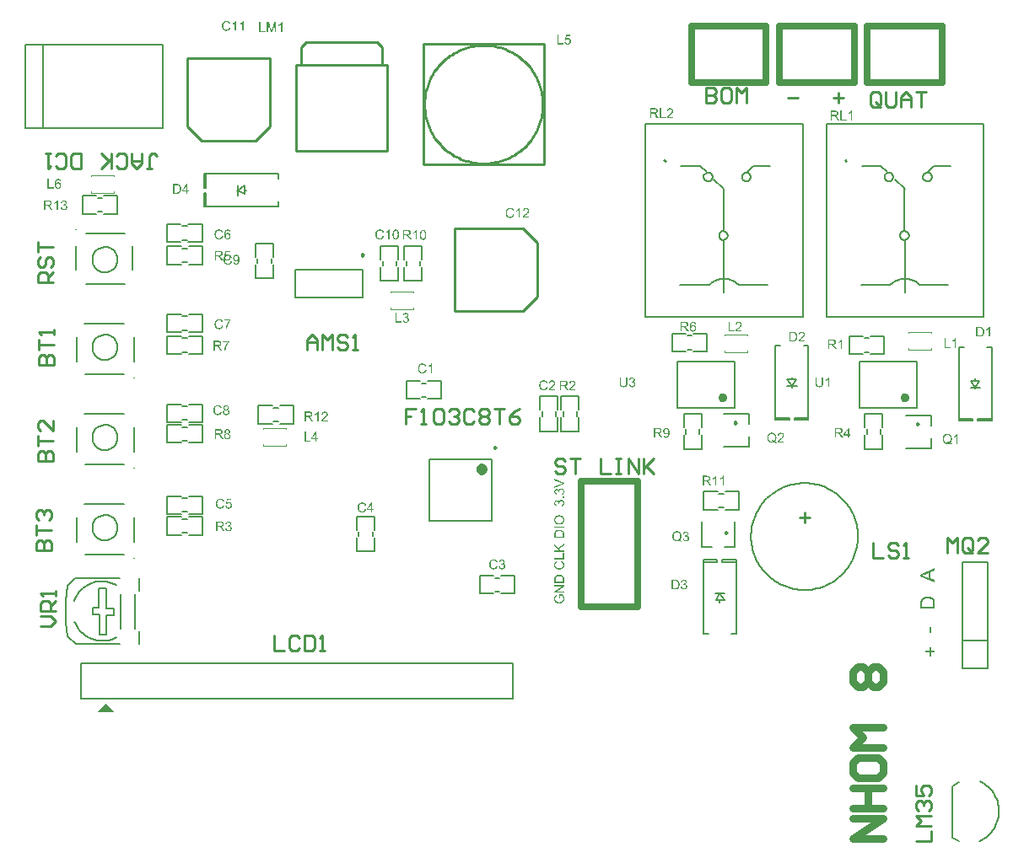
<source format=gto>
G04*
G04 #@! TF.GenerationSoftware,Altium Limited,Altium Designer,21.9.2 (33)*
G04*
G04 Layer_Color=65535*
%FSLAX25Y25*%
%MOIN*%
G70*
G04*
G04 #@! TF.SameCoordinates,16876C39-77F7-4B8B-AB46-175668DC8D83*
G04*
G04*
G04 #@! TF.FilePolarity,Positive*
G04*
G01*
G75*
%ADD10C,0.02362*%
%ADD11C,0.00984*%
%ADD12C,0.00700*%
%ADD13C,0.00787*%
%ADD14C,0.00800*%
%ADD15C,0.01000*%
%ADD16C,0.00600*%
%ADD17C,0.02500*%
%ADD18C,0.00400*%
%ADD19C,0.03000*%
G36*
X176000Y232000D02*
X172500Y228500D01*
X179500D01*
X176000Y232000D01*
D02*
G37*
G36*
X418512Y354052D02*
X420897D01*
Y351701D01*
X418512D01*
Y354052D01*
D02*
G37*
G36*
X490512D02*
X492897D01*
Y351701D01*
X490512D01*
Y354052D01*
D02*
G37*
G36*
X355107Y282850D02*
X355152D01*
X355257Y282844D01*
X355379Y282828D01*
X355507Y282811D01*
X355640Y282783D01*
X355773Y282750D01*
X355779D01*
X355790Y282744D01*
X355807Y282739D01*
X355829Y282733D01*
X355890Y282711D01*
X355968Y282678D01*
X356056Y282644D01*
X356145Y282600D01*
X356240Y282544D01*
X356329Y282489D01*
X356340Y282483D01*
X356367Y282461D01*
X356406Y282428D01*
X356456Y282384D01*
X356512Y282334D01*
X356567Y282273D01*
X356628Y282211D01*
X356678Y282139D01*
X356684Y282128D01*
X356700Y282106D01*
X356722Y282067D01*
X356750Y282012D01*
X356784Y281945D01*
X356811Y281867D01*
X356845Y281779D01*
X356872Y281679D01*
Y281668D01*
X356878Y281651D01*
X356883Y281634D01*
X356889Y281579D01*
X356900Y281501D01*
X356911Y281412D01*
X356922Y281307D01*
X356928Y281190D01*
X356933Y281063D01*
Y279681D01*
X353093D01*
Y281157D01*
X353098Y281257D01*
X353104Y281368D01*
X353115Y281479D01*
X353132Y281590D01*
X353148Y281684D01*
Y281690D01*
X353154Y281701D01*
Y281717D01*
X353165Y281740D01*
X353182Y281801D01*
X353209Y281878D01*
X353248Y281967D01*
X353298Y282062D01*
X353354Y282156D01*
X353426Y282245D01*
X353431Y282250D01*
X353437Y282256D01*
X353453Y282273D01*
X353470Y282295D01*
X353526Y282350D01*
X353603Y282417D01*
X353698Y282489D01*
X353809Y282567D01*
X353936Y282639D01*
X354081Y282700D01*
X354086D01*
X354097Y282705D01*
X354119Y282717D01*
X354153Y282722D01*
X354192Y282739D01*
X354236Y282750D01*
X354286Y282761D01*
X354347Y282778D01*
X354408Y282794D01*
X354480Y282805D01*
X354636Y282833D01*
X354808Y282850D01*
X354996Y282855D01*
X355002D01*
X355013D01*
X355041D01*
X355069D01*
X355107Y282850D01*
D02*
G37*
G36*
X356933Y278299D02*
X353920Y276290D01*
X356933D01*
Y275801D01*
X353093D01*
Y276323D01*
X356112Y278338D01*
X353093D01*
Y278826D01*
X356933D01*
Y278299D01*
D02*
G37*
G36*
X356406Y275052D02*
X356412Y275041D01*
X356428Y275019D01*
X356451Y274991D01*
X356473Y274958D01*
X356501Y274919D01*
X356534Y274869D01*
X356567Y274819D01*
X356639Y274702D01*
X356717Y274569D01*
X356789Y274430D01*
X356850Y274281D01*
Y274275D01*
X356856Y274264D01*
X356861Y274242D01*
X356872Y274214D01*
X356883Y274175D01*
X356900Y274131D01*
X356911Y274081D01*
X356922Y274031D01*
X356950Y273909D01*
X356978Y273770D01*
X356995Y273620D01*
X357000Y273465D01*
Y273409D01*
X356995Y273370D01*
Y273320D01*
X356989Y273259D01*
X356978Y273193D01*
X356972Y273121D01*
X356939Y272960D01*
X356900Y272788D01*
X356839Y272610D01*
X356806Y272521D01*
X356761Y272432D01*
X356756Y272427D01*
X356750Y272410D01*
X356734Y272388D01*
X356717Y272355D01*
X356689Y272316D01*
X356662Y272277D01*
X356584Y272171D01*
X356484Y272061D01*
X356362Y271944D01*
X356223Y271833D01*
X356062Y271733D01*
X356056D01*
X356040Y271722D01*
X356018Y271711D01*
X355979Y271694D01*
X355940Y271678D01*
X355885Y271661D01*
X355829Y271639D01*
X355762Y271617D01*
X355690Y271594D01*
X355607Y271572D01*
X355524Y271555D01*
X355435Y271539D01*
X355241Y271511D01*
X355035Y271500D01*
X355030D01*
X355008D01*
X354980D01*
X354941Y271505D01*
X354891D01*
X354830Y271511D01*
X354769Y271522D01*
X354697Y271528D01*
X354619Y271544D01*
X354536Y271555D01*
X354358Y271600D01*
X354175Y271655D01*
X353992Y271733D01*
X353986Y271739D01*
X353970Y271744D01*
X353947Y271755D01*
X353914Y271778D01*
X353870Y271800D01*
X353825Y271827D01*
X353720Y271905D01*
X353598Y272000D01*
X353481Y272116D01*
X353365Y272249D01*
X353315Y272327D01*
X353265Y272405D01*
X353259Y272410D01*
X353254Y272427D01*
X353243Y272449D01*
X353226Y272482D01*
X353209Y272527D01*
X353187Y272577D01*
X353165Y272632D01*
X353143Y272699D01*
X353121Y272771D01*
X353104Y272849D01*
X353082Y272932D01*
X353065Y273021D01*
X353037Y273215D01*
X353026Y273315D01*
Y273493D01*
X353032Y273526D01*
Y273570D01*
X353043Y273676D01*
X353060Y273792D01*
X353087Y273914D01*
X353121Y274047D01*
X353165Y274175D01*
Y274181D01*
X353170Y274192D01*
X353176Y274208D01*
X353187Y274231D01*
X353220Y274292D01*
X353259Y274369D01*
X353315Y274453D01*
X353381Y274541D01*
X353453Y274625D01*
X353542Y274702D01*
X353554Y274713D01*
X353587Y274736D01*
X353637Y274769D01*
X353709Y274813D01*
X353798Y274858D01*
X353909Y274908D01*
X354031Y274958D01*
X354170Y274996D01*
X354292Y274536D01*
X354286D01*
X354280Y274530D01*
X354264Y274525D01*
X354242Y274519D01*
X354192Y274503D01*
X354125Y274480D01*
X354047Y274447D01*
X353975Y274408D01*
X353898Y274369D01*
X353831Y274319D01*
X353825Y274314D01*
X353803Y274297D01*
X353776Y274264D01*
X353737Y274225D01*
X353692Y274175D01*
X353648Y274109D01*
X353603Y274036D01*
X353565Y273953D01*
X353559Y273942D01*
X353548Y273914D01*
X353531Y273864D01*
X353509Y273798D01*
X353492Y273720D01*
X353476Y273631D01*
X353465Y273531D01*
X353459Y273426D01*
Y273365D01*
X353465Y273337D01*
Y273304D01*
X353470Y273220D01*
X353487Y273126D01*
X353503Y273021D01*
X353531Y272921D01*
X353570Y272821D01*
X353576Y272810D01*
X353587Y272777D01*
X353614Y272732D01*
X353642Y272677D01*
X353687Y272610D01*
X353731Y272538D01*
X353786Y272471D01*
X353848Y272410D01*
X353853Y272405D01*
X353875Y272382D01*
X353914Y272355D01*
X353959Y272321D01*
X354014Y272283D01*
X354081Y272244D01*
X354153Y272205D01*
X354230Y272166D01*
X354236D01*
X354247Y272160D01*
X354264Y272155D01*
X354292Y272144D01*
X354325Y272133D01*
X354364Y272122D01*
X354408Y272105D01*
X354458Y272094D01*
X354575Y272066D01*
X354708Y272044D01*
X354847Y272027D01*
X355002Y272022D01*
X355008D01*
X355024D01*
X355052D01*
X355085Y272027D01*
X355130D01*
X355185Y272033D01*
X355241Y272038D01*
X355302Y272044D01*
X355440Y272066D01*
X355585Y272094D01*
X355729Y272138D01*
X355868Y272194D01*
X355873D01*
X355885Y272205D01*
X355901Y272210D01*
X355923Y272227D01*
X355984Y272266D01*
X356062Y272327D01*
X356145Y272399D01*
X356228Y272488D01*
X356306Y272593D01*
X356378Y272710D01*
Y272715D01*
X356384Y272726D01*
X356395Y272743D01*
X356406Y272771D01*
X356417Y272799D01*
X356428Y272838D01*
X356462Y272926D01*
X356489Y273037D01*
X356517Y273160D01*
X356539Y273293D01*
X356545Y273431D01*
Y273487D01*
X356539Y273520D01*
Y273553D01*
X356528Y273637D01*
X356517Y273737D01*
X356495Y273842D01*
X356462Y273959D01*
X356423Y274075D01*
Y274081D01*
X356417Y274092D01*
X356412Y274103D01*
X356401Y274125D01*
X356373Y274186D01*
X356340Y274253D01*
X356301Y274330D01*
X356256Y274414D01*
X356206Y274491D01*
X356151Y274558D01*
X355429D01*
Y273426D01*
X354974D01*
Y275058D01*
X356401D01*
X356406Y275052D01*
D02*
G37*
G36*
X356933Y294491D02*
X354996Y293125D01*
X355601Y292498D01*
X356933D01*
Y291987D01*
X353093D01*
Y292498D01*
X355002D01*
X353093Y294396D01*
Y295090D01*
X354652Y293480D01*
X356933Y295162D01*
Y294491D01*
D02*
G37*
G36*
Y289001D02*
X353093D01*
Y289512D01*
X356478D01*
Y291405D01*
X356933D01*
Y289001D01*
D02*
G37*
G36*
X355746Y288391D02*
X355779Y288380D01*
X355823Y288363D01*
X355873Y288347D01*
X355934Y288324D01*
X356001Y288297D01*
X356073Y288263D01*
X356228Y288186D01*
X356384Y288086D01*
X356462Y288025D01*
X356539Y287964D01*
X356606Y287897D01*
X356673Y287819D01*
X356678Y287814D01*
X356689Y287803D01*
X356700Y287775D01*
X356722Y287747D01*
X356750Y287703D01*
X356778Y287658D01*
X356806Y287597D01*
X356834Y287536D01*
X356867Y287464D01*
X356894Y287386D01*
X356922Y287303D01*
X356950Y287214D01*
X356972Y287120D01*
X356983Y287020D01*
X356995Y286915D01*
X357000Y286804D01*
Y286743D01*
X356995Y286698D01*
Y286648D01*
X356989Y286587D01*
X356978Y286521D01*
X356967Y286443D01*
X356939Y286282D01*
X356894Y286116D01*
X356834Y285949D01*
X356795Y285871D01*
X356750Y285794D01*
X356745Y285788D01*
X356739Y285777D01*
X356722Y285755D01*
X356700Y285733D01*
X356678Y285699D01*
X356645Y285660D01*
X356606Y285616D01*
X356561Y285572D01*
X356512Y285527D01*
X356462Y285477D01*
X356334Y285377D01*
X356184Y285283D01*
X356018Y285200D01*
X356012D01*
X355995Y285189D01*
X355968Y285183D01*
X355934Y285167D01*
X355890Y285155D01*
X355835Y285139D01*
X355773Y285117D01*
X355707Y285100D01*
X355635Y285083D01*
X355552Y285061D01*
X355379Y285033D01*
X355185Y285011D01*
X354985Y285000D01*
X354980D01*
X354958D01*
X354924D01*
X354885Y285005D01*
X354830D01*
X354774Y285011D01*
X354702Y285017D01*
X354630Y285028D01*
X354469Y285055D01*
X354292Y285094D01*
X354114Y285150D01*
X353942Y285228D01*
X353936Y285233D01*
X353920Y285239D01*
X353898Y285250D01*
X353870Y285272D01*
X353831Y285294D01*
X353786Y285322D01*
X353687Y285394D01*
X353576Y285488D01*
X353465Y285599D01*
X353354Y285727D01*
X353259Y285877D01*
X353254Y285882D01*
X353248Y285899D01*
X353237Y285921D01*
X353220Y285949D01*
X353204Y285993D01*
X353187Y286038D01*
X353165Y286093D01*
X353143Y286154D01*
X353121Y286221D01*
X353098Y286293D01*
X353065Y286449D01*
X353037Y286626D01*
X353026Y286809D01*
Y286865D01*
X353032Y286904D01*
X353037Y286954D01*
X353043Y287015D01*
X353048Y287076D01*
X353065Y287148D01*
X353098Y287298D01*
X353148Y287464D01*
X353182Y287547D01*
X353220Y287625D01*
X353270Y287703D01*
X353320Y287780D01*
X353326Y287786D01*
X353331Y287797D01*
X353348Y287819D01*
X353376Y287847D01*
X353404Y287875D01*
X353443Y287914D01*
X353487Y287953D01*
X353531Y287997D01*
X353587Y288041D01*
X353653Y288086D01*
X353720Y288136D01*
X353792Y288180D01*
X353875Y288219D01*
X353959Y288263D01*
X354047Y288297D01*
X354147Y288330D01*
X354264Y287830D01*
X354258D01*
X354247Y287825D01*
X354225Y287814D01*
X354197Y287803D01*
X354164Y287792D01*
X354119Y287775D01*
X354031Y287731D01*
X353931Y287675D01*
X353831Y287609D01*
X353737Y287525D01*
X353653Y287437D01*
X353642Y287425D01*
X353620Y287392D01*
X353592Y287336D01*
X353554Y287264D01*
X353520Y287170D01*
X353487Y287065D01*
X353465Y286937D01*
X353459Y286798D01*
Y286754D01*
X353465Y286726D01*
Y286687D01*
X353470Y286643D01*
X353487Y286537D01*
X353509Y286421D01*
X353548Y286299D01*
X353603Y286171D01*
X353676Y286054D01*
Y286049D01*
X353687Y286043D01*
X353714Y286005D01*
X353759Y285955D01*
X353825Y285894D01*
X353909Y285821D01*
X354003Y285755D01*
X354119Y285694D01*
X354247Y285638D01*
X354253D01*
X354264Y285633D01*
X354280Y285627D01*
X354308Y285622D01*
X354342Y285611D01*
X354380Y285599D01*
X354475Y285583D01*
X354586Y285561D01*
X354708Y285538D01*
X354841Y285527D01*
X354985Y285522D01*
X354991D01*
X355008D01*
X355035D01*
X355069D01*
X355107Y285527D01*
X355157D01*
X355213Y285533D01*
X355274Y285538D01*
X355407Y285555D01*
X355552Y285583D01*
X355696Y285616D01*
X355840Y285660D01*
X355846D01*
X355857Y285666D01*
X355873Y285677D01*
X355901Y285688D01*
X355968Y285721D01*
X356045Y285771D01*
X356134Y285833D01*
X356228Y285910D01*
X356312Y285999D01*
X356389Y286104D01*
Y286110D01*
X356395Y286121D01*
X356406Y286138D01*
X356417Y286160D01*
X356428Y286188D01*
X356445Y286221D01*
X356478Y286299D01*
X356512Y286399D01*
X356539Y286510D01*
X356561Y286632D01*
X356567Y286759D01*
Y286798D01*
X356561Y286831D01*
Y286870D01*
X356556Y286909D01*
X356534Y287009D01*
X356506Y287126D01*
X356462Y287242D01*
X356401Y287364D01*
X356367Y287425D01*
X356323Y287481D01*
X356317Y287486D01*
X356312Y287492D01*
X356295Y287509D01*
X356278Y287531D01*
X356251Y287553D01*
X356218Y287581D01*
X356184Y287614D01*
X356140Y287642D01*
X356090Y287675D01*
X356034Y287714D01*
X355979Y287747D01*
X355912Y287780D01*
X355840Y287808D01*
X355762Y287836D01*
X355679Y287864D01*
X355590Y287886D01*
X355718Y288397D01*
X355724D01*
X355746Y288391D01*
D02*
G37*
G36*
X355124Y306380D02*
X355174D01*
X355235Y306374D01*
X355302Y306363D01*
X355374Y306358D01*
X355535Y306330D01*
X355712Y306286D01*
X355890Y306225D01*
X355979Y306191D01*
X356068Y306147D01*
X356073D01*
X356090Y306136D01*
X356112Y306125D01*
X356145Y306102D01*
X356184Y306080D01*
X356223Y306053D01*
X356329Y305975D01*
X356439Y305880D01*
X356556Y305769D01*
X356667Y305636D01*
X356767Y305481D01*
Y305475D01*
X356778Y305464D01*
X356789Y305436D01*
X356806Y305403D01*
X356822Y305364D01*
X356839Y305320D01*
X356861Y305264D01*
X356883Y305203D01*
X356906Y305137D01*
X356928Y305065D01*
X356961Y304904D01*
X356989Y304732D01*
X357000Y304549D01*
Y304493D01*
X356995Y304460D01*
Y304410D01*
X356983Y304354D01*
X356978Y304293D01*
X356967Y304221D01*
X356933Y304071D01*
X356889Y303910D01*
X356822Y303744D01*
X356784Y303660D01*
X356739Y303577D01*
X356734Y303572D01*
X356728Y303561D01*
X356711Y303538D01*
X356689Y303505D01*
X356667Y303472D01*
X356634Y303433D01*
X356551Y303339D01*
X356451Y303233D01*
X356329Y303122D01*
X356190Y303022D01*
X356029Y302928D01*
X356023D01*
X356007Y302917D01*
X355984Y302906D01*
X355951Y302895D01*
X355907Y302878D01*
X355857Y302861D01*
X355801Y302839D01*
X355740Y302822D01*
X355668Y302800D01*
X355596Y302778D01*
X355429Y302745D01*
X355257Y302723D01*
X355069Y302712D01*
X355063D01*
X355058D01*
X355024D01*
X354974Y302717D01*
X354908D01*
X354830Y302728D01*
X354736Y302739D01*
X354630Y302756D01*
X354519Y302778D01*
X354403Y302800D01*
X354280Y302834D01*
X354158Y302878D01*
X354031Y302928D01*
X353909Y302983D01*
X353786Y303056D01*
X353676Y303133D01*
X353570Y303222D01*
X353565Y303228D01*
X353548Y303244D01*
X353520Y303278D01*
X353487Y303316D01*
X353443Y303366D01*
X353398Y303427D01*
X353348Y303500D01*
X353298Y303583D01*
X353248Y303672D01*
X353198Y303771D01*
X353154Y303883D01*
X353110Y303999D01*
X353076Y304127D01*
X353048Y304260D01*
X353032Y304399D01*
X353026Y304549D01*
Y304598D01*
X353032Y304637D01*
Y304687D01*
X353037Y304737D01*
X353048Y304804D01*
X353060Y304870D01*
X353087Y305015D01*
X353132Y305181D01*
X353198Y305342D01*
X353237Y305425D01*
X353281Y305509D01*
X353287Y305514D01*
X353293Y305525D01*
X353309Y305547D01*
X353326Y305581D01*
X353354Y305614D01*
X353387Y305659D01*
X353465Y305753D01*
X353565Y305853D01*
X353687Y305964D01*
X353831Y306069D01*
X353992Y306158D01*
X353997D01*
X354014Y306169D01*
X354036Y306180D01*
X354070Y306191D01*
X354114Y306213D01*
X354164Y306230D01*
X354225Y306252D01*
X354292Y306275D01*
X354364Y306291D01*
X354441Y306313D01*
X354530Y306336D01*
X354619Y306352D01*
X354813Y306374D01*
X355024Y306386D01*
X355030D01*
X355052D01*
X355080D01*
X355124Y306380D01*
D02*
G37*
G36*
X356933Y301457D02*
X353093D01*
Y301968D01*
X356933D01*
Y301457D01*
D02*
G37*
G36*
X355107Y300669D02*
X355152D01*
X355257Y300663D01*
X355379Y300647D01*
X355507Y300630D01*
X355640Y300602D01*
X355773Y300569D01*
X355779D01*
X355790Y300564D01*
X355807Y300558D01*
X355829Y300553D01*
X355890Y300530D01*
X355968Y300497D01*
X356056Y300464D01*
X356145Y300419D01*
X356240Y300364D01*
X356329Y300308D01*
X356340Y300303D01*
X356367Y300280D01*
X356406Y300247D01*
X356456Y300203D01*
X356512Y300153D01*
X356567Y300092D01*
X356628Y300031D01*
X356678Y299959D01*
X356684Y299948D01*
X356700Y299925D01*
X356722Y299886D01*
X356750Y299831D01*
X356784Y299764D01*
X356811Y299687D01*
X356845Y299598D01*
X356872Y299498D01*
Y299487D01*
X356878Y299470D01*
X356883Y299454D01*
X356889Y299398D01*
X356900Y299320D01*
X356911Y299232D01*
X356922Y299126D01*
X356928Y299010D01*
X356933Y298882D01*
Y297500D01*
X353093D01*
Y298976D01*
X353098Y299076D01*
X353104Y299187D01*
X353115Y299298D01*
X353132Y299409D01*
X353148Y299503D01*
Y299509D01*
X353154Y299520D01*
Y299537D01*
X353165Y299559D01*
X353182Y299620D01*
X353209Y299698D01*
X353248Y299787D01*
X353298Y299881D01*
X353354Y299975D01*
X353426Y300064D01*
X353431Y300070D01*
X353437Y300075D01*
X353453Y300092D01*
X353470Y300114D01*
X353526Y300169D01*
X353603Y300236D01*
X353698Y300308D01*
X353809Y300386D01*
X353936Y300458D01*
X354081Y300519D01*
X354086D01*
X354097Y300525D01*
X354119Y300536D01*
X354153Y300541D01*
X354192Y300558D01*
X354236Y300569D01*
X354286Y300580D01*
X354347Y300597D01*
X354408Y300613D01*
X354480Y300625D01*
X354636Y300652D01*
X354808Y300669D01*
X354996Y300675D01*
X355002D01*
X355013D01*
X355041D01*
X355069D01*
X355107Y300669D01*
D02*
G37*
G36*
X356933Y319268D02*
Y318741D01*
X353093Y317254D01*
Y317809D01*
X355885Y318808D01*
X355890D01*
X355901Y318813D01*
X355918Y318819D01*
X355940Y318830D01*
X355973Y318836D01*
X356007Y318847D01*
X356090Y318874D01*
X356184Y318908D01*
X356290Y318941D01*
X356512Y319008D01*
X356506D01*
X356495Y319013D01*
X356478Y319019D01*
X356456Y319024D01*
X356395Y319041D01*
X356312Y319069D01*
X356218Y319096D01*
X356112Y319130D01*
X356001Y319169D01*
X355885Y319213D01*
X353093Y320256D01*
Y320773D01*
X356933Y319268D01*
D02*
G37*
G36*
X355885Y316987D02*
X355929Y316982D01*
X355979Y316971D01*
X356034Y316960D01*
X356095Y316949D01*
X356228Y316904D01*
X356301Y316871D01*
X356367Y316838D01*
X356439Y316793D01*
X356512Y316743D01*
X356584Y316688D01*
X356650Y316621D01*
X356656Y316616D01*
X356667Y316604D01*
X356684Y316582D01*
X356706Y316555D01*
X356734Y316521D01*
X356761Y316477D01*
X356795Y316427D01*
X356822Y316366D01*
X356856Y316305D01*
X356889Y316233D01*
X356917Y316160D01*
X356944Y316077D01*
X356967Y315988D01*
X356983Y315894D01*
X356995Y315800D01*
X357000Y315694D01*
Y315644D01*
X356995Y315611D01*
X356989Y315567D01*
X356983Y315517D01*
X356972Y315461D01*
X356961Y315400D01*
X356928Y315267D01*
X356872Y315128D01*
X356839Y315056D01*
X356800Y314989D01*
X356750Y314923D01*
X356700Y314856D01*
X356695Y314851D01*
X356684Y314840D01*
X356667Y314823D01*
X356645Y314806D01*
X356617Y314778D01*
X356578Y314751D01*
X356539Y314718D01*
X356489Y314684D01*
X356434Y314651D01*
X356378Y314618D01*
X356245Y314557D01*
X356090Y314507D01*
X356007Y314490D01*
X355918Y314479D01*
X355857Y314951D01*
X355862D01*
X355873Y314956D01*
X355896Y314962D01*
X355923Y314967D01*
X355957Y314973D01*
X355995Y314984D01*
X356079Y315012D01*
X356179Y315051D01*
X356273Y315101D01*
X356362Y315156D01*
X356439Y315223D01*
X356445Y315234D01*
X356467Y315256D01*
X356495Y315300D01*
X356523Y315356D01*
X356556Y315422D01*
X356584Y315506D01*
X356606Y315600D01*
X356611Y315700D01*
Y315733D01*
X356606Y315755D01*
X356600Y315816D01*
X356584Y315894D01*
X356556Y315983D01*
X356517Y316077D01*
X356462Y316172D01*
X356384Y316260D01*
X356373Y316271D01*
X356340Y316299D01*
X356290Y316333D01*
X356223Y316377D01*
X356140Y316421D01*
X356045Y316455D01*
X355934Y316482D01*
X355812Y316494D01*
X355807D01*
X355796D01*
X355779D01*
X355757Y316488D01*
X355696Y316482D01*
X355624Y316466D01*
X355535Y316444D01*
X355446Y316405D01*
X355357Y316349D01*
X355274Y316277D01*
X355263Y316266D01*
X355241Y316238D01*
X355207Y316194D01*
X355169Y316133D01*
X355130Y316055D01*
X355096Y315961D01*
X355074Y315855D01*
X355063Y315739D01*
Y315689D01*
X355069Y315650D01*
X355074Y315600D01*
X355085Y315545D01*
X355096Y315478D01*
X355113Y315406D01*
X354697Y315461D01*
Y315489D01*
X354702Y315511D01*
Y315583D01*
X354691Y315644D01*
X354680Y315717D01*
X354663Y315800D01*
X354636Y315894D01*
X354597Y315983D01*
X354547Y316077D01*
Y316083D01*
X354541Y316088D01*
X354519Y316116D01*
X354480Y316155D01*
X354430Y316199D01*
X354358Y316244D01*
X354275Y316283D01*
X354181Y316310D01*
X354125Y316321D01*
X354064D01*
X354059D01*
X354053D01*
X354020D01*
X353975Y316310D01*
X353914Y316299D01*
X353848Y316277D01*
X353776Y316249D01*
X353703Y316205D01*
X353637Y316144D01*
X353631Y316138D01*
X353609Y316111D01*
X353581Y316072D01*
X353548Y316022D01*
X353520Y315955D01*
X353492Y315877D01*
X353470Y315789D01*
X353465Y315689D01*
Y315644D01*
X353476Y315594D01*
X353487Y315528D01*
X353509Y315456D01*
X353537Y315384D01*
X353581Y315306D01*
X353637Y315234D01*
X353642Y315228D01*
X353670Y315206D01*
X353709Y315173D01*
X353764Y315134D01*
X353836Y315095D01*
X353925Y315056D01*
X354031Y315023D01*
X354153Y315001D01*
X354070Y314529D01*
X354064D01*
X354047Y314534D01*
X354025Y314540D01*
X353992Y314545D01*
X353953Y314557D01*
X353909Y314573D01*
X353803Y314606D01*
X353681Y314662D01*
X353559Y314729D01*
X353443Y314812D01*
X353337Y314917D01*
X353331Y314923D01*
X353326Y314934D01*
X353315Y314951D01*
X353298Y314973D01*
X353276Y315001D01*
X353254Y315039D01*
X353232Y315078D01*
X353204Y315128D01*
X353159Y315239D01*
X353115Y315367D01*
X353087Y315517D01*
X353076Y315594D01*
Y315733D01*
X353082Y315794D01*
X353093Y315866D01*
X353110Y315955D01*
X353137Y316055D01*
X353170Y316155D01*
X353215Y316255D01*
Y316260D01*
X353220Y316266D01*
X353237Y316299D01*
X353270Y316349D01*
X353309Y316405D01*
X353365Y316471D01*
X353426Y316538D01*
X353498Y316604D01*
X353581Y316660D01*
X353592Y316666D01*
X353620Y316682D01*
X353670Y316704D01*
X353731Y316732D01*
X353803Y316760D01*
X353887Y316782D01*
X353981Y316799D01*
X354075Y316804D01*
X354086D01*
X354119D01*
X354164Y316799D01*
X354225Y316788D01*
X354297Y316771D01*
X354375Y316743D01*
X354453Y316710D01*
X354530Y316666D01*
X354541Y316660D01*
X354563Y316643D01*
X354602Y316610D01*
X354647Y316566D01*
X354697Y316510D01*
X354752Y316444D01*
X354802Y316366D01*
X354852Y316271D01*
Y316277D01*
X354858Y316288D01*
X354863Y316305D01*
X354869Y316327D01*
X354891Y316388D01*
X354924Y316466D01*
X354969Y316555D01*
X355024Y316643D01*
X355096Y316727D01*
X355180Y316804D01*
X355191Y316810D01*
X355224Y316832D01*
X355279Y316865D01*
X355352Y316899D01*
X355440Y316932D01*
X355546Y316965D01*
X355668Y316987D01*
X355801Y316993D01*
X355807D01*
X355823D01*
X355851D01*
X355885Y316987D01*
D02*
G37*
G36*
X356933Y313247D02*
X356395D01*
Y313785D01*
X356933D01*
Y313247D01*
D02*
G37*
G36*
X355885Y312509D02*
X355929Y312503D01*
X355979Y312492D01*
X356034Y312481D01*
X356095Y312470D01*
X356228Y312425D01*
X356301Y312392D01*
X356367Y312359D01*
X356439Y312314D01*
X356512Y312264D01*
X356584Y312209D01*
X356650Y312142D01*
X356656Y312137D01*
X356667Y312126D01*
X356684Y312104D01*
X356706Y312076D01*
X356734Y312042D01*
X356761Y311998D01*
X356795Y311948D01*
X356822Y311887D01*
X356856Y311826D01*
X356889Y311754D01*
X356917Y311682D01*
X356944Y311598D01*
X356967Y311510D01*
X356983Y311415D01*
X356995Y311321D01*
X357000Y311215D01*
Y311165D01*
X356995Y311132D01*
X356989Y311088D01*
X356983Y311038D01*
X356972Y310982D01*
X356961Y310921D01*
X356928Y310788D01*
X356872Y310649D01*
X356839Y310577D01*
X356800Y310511D01*
X356750Y310444D01*
X356700Y310377D01*
X356695Y310372D01*
X356684Y310361D01*
X356667Y310344D01*
X356645Y310327D01*
X356617Y310300D01*
X356578Y310272D01*
X356539Y310239D01*
X356489Y310205D01*
X356434Y310172D01*
X356378Y310139D01*
X356245Y310078D01*
X356090Y310028D01*
X356007Y310011D01*
X355918Y310000D01*
X355857Y310472D01*
X355862D01*
X355873Y310477D01*
X355896Y310483D01*
X355923Y310488D01*
X355957Y310494D01*
X355995Y310505D01*
X356079Y310533D01*
X356179Y310572D01*
X356273Y310622D01*
X356362Y310677D01*
X356439Y310744D01*
X356445Y310755D01*
X356467Y310777D01*
X356495Y310821D01*
X356523Y310877D01*
X356556Y310944D01*
X356584Y311027D01*
X356606Y311121D01*
X356611Y311221D01*
Y311254D01*
X356606Y311277D01*
X356600Y311338D01*
X356584Y311415D01*
X356556Y311504D01*
X356517Y311598D01*
X356462Y311693D01*
X356384Y311782D01*
X356373Y311793D01*
X356340Y311820D01*
X356290Y311854D01*
X356223Y311898D01*
X356140Y311943D01*
X356045Y311976D01*
X355934Y312003D01*
X355812Y312015D01*
X355807D01*
X355796D01*
X355779D01*
X355757Y312009D01*
X355696Y312003D01*
X355624Y311987D01*
X355535Y311965D01*
X355446Y311926D01*
X355357Y311870D01*
X355274Y311798D01*
X355263Y311787D01*
X355241Y311759D01*
X355207Y311715D01*
X355169Y311654D01*
X355130Y311576D01*
X355096Y311482D01*
X355074Y311376D01*
X355063Y311260D01*
Y311210D01*
X355069Y311171D01*
X355074Y311121D01*
X355085Y311066D01*
X355096Y310999D01*
X355113Y310927D01*
X354697Y310982D01*
Y311010D01*
X354702Y311032D01*
Y311104D01*
X354691Y311165D01*
X354680Y311238D01*
X354663Y311321D01*
X354636Y311415D01*
X354597Y311504D01*
X354547Y311598D01*
Y311604D01*
X354541Y311610D01*
X354519Y311637D01*
X354480Y311676D01*
X354430Y311720D01*
X354358Y311765D01*
X354275Y311804D01*
X354181Y311831D01*
X354125Y311843D01*
X354064D01*
X354059D01*
X354053D01*
X354020D01*
X353975Y311831D01*
X353914Y311820D01*
X353848Y311798D01*
X353776Y311770D01*
X353703Y311726D01*
X353637Y311665D01*
X353631Y311660D01*
X353609Y311632D01*
X353581Y311593D01*
X353548Y311543D01*
X353520Y311476D01*
X353492Y311399D01*
X353470Y311310D01*
X353465Y311210D01*
Y311165D01*
X353476Y311116D01*
X353487Y311049D01*
X353509Y310977D01*
X353537Y310905D01*
X353581Y310827D01*
X353637Y310755D01*
X353642Y310749D01*
X353670Y310727D01*
X353709Y310694D01*
X353764Y310655D01*
X353836Y310616D01*
X353925Y310577D01*
X354031Y310544D01*
X354153Y310522D01*
X354070Y310050D01*
X354064D01*
X354047Y310055D01*
X354025Y310061D01*
X353992Y310067D01*
X353953Y310078D01*
X353909Y310094D01*
X353803Y310128D01*
X353681Y310183D01*
X353559Y310250D01*
X353443Y310333D01*
X353337Y310438D01*
X353331Y310444D01*
X353326Y310455D01*
X353315Y310472D01*
X353298Y310494D01*
X353276Y310522D01*
X353254Y310561D01*
X353232Y310599D01*
X353204Y310649D01*
X353159Y310760D01*
X353115Y310888D01*
X353087Y311038D01*
X353076Y311116D01*
Y311254D01*
X353082Y311315D01*
X353093Y311387D01*
X353110Y311476D01*
X353137Y311576D01*
X353170Y311676D01*
X353215Y311776D01*
Y311782D01*
X353220Y311787D01*
X353237Y311820D01*
X353270Y311870D01*
X353309Y311926D01*
X353365Y311993D01*
X353426Y312059D01*
X353498Y312126D01*
X353581Y312181D01*
X353592Y312187D01*
X353620Y312203D01*
X353670Y312226D01*
X353731Y312253D01*
X353803Y312281D01*
X353887Y312303D01*
X353981Y312320D01*
X354075Y312326D01*
X354086D01*
X354119D01*
X354164Y312320D01*
X354225Y312309D01*
X354297Y312292D01*
X354375Y312264D01*
X354453Y312231D01*
X354530Y312187D01*
X354541Y312181D01*
X354563Y312164D01*
X354602Y312131D01*
X354647Y312087D01*
X354697Y312031D01*
X354752Y311965D01*
X354802Y311887D01*
X354852Y311793D01*
Y311798D01*
X354858Y311809D01*
X354863Y311826D01*
X354869Y311848D01*
X354891Y311909D01*
X354924Y311987D01*
X354969Y312076D01*
X355024Y312164D01*
X355096Y312248D01*
X355180Y312326D01*
X355191Y312331D01*
X355224Y312353D01*
X355279Y312386D01*
X355352Y312420D01*
X355440Y312453D01*
X355546Y312486D01*
X355668Y312509D01*
X355801Y312514D01*
X355807D01*
X355823D01*
X355851D01*
X355885Y312509D01*
D02*
G37*
G36*
X503500Y284523D02*
X501751Y283849D01*
Y281433D01*
X503500Y280808D01*
Y280000D01*
X497736Y282199D01*
Y283032D01*
X503500Y285389D01*
Y284523D01*
D02*
G37*
G36*
X500759Y274256D02*
X500826D01*
X500984Y274248D01*
X501168Y274223D01*
X501359Y274198D01*
X501559Y274156D01*
X501759Y274107D01*
X501767D01*
X501784Y274098D01*
X501809Y274090D01*
X501842Y274081D01*
X501934Y274048D01*
X502051Y273998D01*
X502184Y273948D01*
X502317Y273882D01*
X502459Y273798D01*
X502592Y273715D01*
X502609Y273707D01*
X502650Y273673D01*
X502709Y273623D01*
X502784Y273557D01*
X502867Y273482D01*
X502950Y273390D01*
X503042Y273299D01*
X503117Y273190D01*
X503125Y273173D01*
X503150Y273140D01*
X503184Y273082D01*
X503225Y272999D01*
X503275Y272899D01*
X503317Y272782D01*
X503367Y272649D01*
X503408Y272499D01*
Y272482D01*
X503417Y272457D01*
X503425Y272432D01*
X503433Y272349D01*
X503450Y272232D01*
X503467Y272099D01*
X503483Y271941D01*
X503492Y271766D01*
X503500Y271574D01*
Y269500D01*
X497736D01*
Y271716D01*
X497744Y271866D01*
X497752Y272032D01*
X497769Y272199D01*
X497794Y272365D01*
X497819Y272507D01*
Y272516D01*
X497827Y272532D01*
Y272557D01*
X497844Y272590D01*
X497869Y272682D01*
X497911Y272799D01*
X497969Y272932D01*
X498044Y273074D01*
X498127Y273215D01*
X498235Y273348D01*
X498244Y273357D01*
X498252Y273365D01*
X498277Y273390D01*
X498302Y273423D01*
X498385Y273507D01*
X498502Y273607D01*
X498644Y273715D01*
X498810Y273832D01*
X499002Y273940D01*
X499218Y274031D01*
X499227D01*
X499243Y274040D01*
X499277Y274057D01*
X499327Y274065D01*
X499385Y274090D01*
X499452Y274107D01*
X499527Y274123D01*
X499618Y274148D01*
X499710Y274173D01*
X499818Y274190D01*
X500051Y274231D01*
X500310Y274256D01*
X500593Y274265D01*
X500601D01*
X500618D01*
X500660D01*
X500701D01*
X500759Y274256D01*
D02*
G37*
G36*
X502000Y260000D02*
X501292D01*
Y262191D01*
X502000D01*
Y260000D01*
D02*
G37*
G36*
X501917Y252732D02*
X503500D01*
Y252066D01*
X501917D01*
Y250500D01*
X501259D01*
Y252066D01*
X499693D01*
Y252732D01*
X501259D01*
Y254298D01*
X501917D01*
Y252732D01*
D02*
G37*
G36*
X383898Y360956D02*
X383970Y360945D01*
X384059Y360929D01*
X384159Y360901D01*
X384259Y360868D01*
X384359Y360823D01*
X384364D01*
X384370Y360818D01*
X384403Y360801D01*
X384453Y360768D01*
X384509Y360729D01*
X384575Y360673D01*
X384642Y360612D01*
X384708Y360540D01*
X384764Y360457D01*
X384770Y360446D01*
X384786Y360418D01*
X384808Y360368D01*
X384836Y360307D01*
X384864Y360235D01*
X384886Y360152D01*
X384903Y360057D01*
X384908Y359963D01*
Y359952D01*
Y359918D01*
X384903Y359874D01*
X384892Y359813D01*
X384875Y359741D01*
X384847Y359663D01*
X384814Y359585D01*
X384770Y359508D01*
X384764Y359497D01*
X384747Y359474D01*
X384714Y359436D01*
X384669Y359391D01*
X384614Y359341D01*
X384547Y359286D01*
X384470Y359236D01*
X384375Y359186D01*
X384381D01*
X384392Y359180D01*
X384409Y359175D01*
X384431Y359169D01*
X384492Y359147D01*
X384570Y359114D01*
X384658Y359069D01*
X384747Y359014D01*
X384830Y358942D01*
X384908Y358858D01*
X384914Y358847D01*
X384936Y358814D01*
X384969Y358759D01*
X385003Y358686D01*
X385036Y358598D01*
X385069Y358492D01*
X385091Y358370D01*
X385097Y358237D01*
Y358231D01*
Y358215D01*
Y358187D01*
X385091Y358154D01*
X385086Y358109D01*
X385075Y358059D01*
X385064Y358004D01*
X385052Y357943D01*
X385008Y357809D01*
X384975Y357737D01*
X384942Y357671D01*
X384897Y357599D01*
X384847Y357526D01*
X384792Y357454D01*
X384725Y357388D01*
X384719Y357382D01*
X384708Y357371D01*
X384686Y357354D01*
X384658Y357332D01*
X384625Y357305D01*
X384581Y357277D01*
X384531Y357243D01*
X384470Y357216D01*
X384409Y357182D01*
X384336Y357149D01*
X384264Y357121D01*
X384181Y357094D01*
X384092Y357071D01*
X383998Y357055D01*
X383904Y357044D01*
X383798Y357038D01*
X383748D01*
X383715Y357044D01*
X383671Y357049D01*
X383621Y357055D01*
X383565Y357066D01*
X383504Y357077D01*
X383371Y357110D01*
X383232Y357166D01*
X383160Y357199D01*
X383093Y357238D01*
X383027Y357288D01*
X382960Y357338D01*
X382955Y357343D01*
X382944Y357354D01*
X382927Y357371D01*
X382910Y357393D01*
X382882Y357421D01*
X382855Y357460D01*
X382821Y357499D01*
X382788Y357549D01*
X382755Y357604D01*
X382721Y357660D01*
X382660Y357793D01*
X382611Y357948D01*
X382594Y358032D01*
X382583Y358120D01*
X383054Y358181D01*
Y358176D01*
X383060Y358165D01*
X383066Y358142D01*
X383071Y358115D01*
X383077Y358082D01*
X383088Y358043D01*
X383116Y357959D01*
X383154Y357859D01*
X383204Y357765D01*
X383260Y357676D01*
X383327Y357599D01*
X383338Y357593D01*
X383360Y357571D01*
X383404Y357543D01*
X383460Y357515D01*
X383526Y357482D01*
X383610Y357454D01*
X383704Y357432D01*
X383804Y357427D01*
X383837D01*
X383859Y357432D01*
X383920Y357438D01*
X383998Y357454D01*
X384087Y357482D01*
X384181Y357521D01*
X384276Y357576D01*
X384364Y357654D01*
X384375Y357665D01*
X384403Y357698D01*
X384436Y357749D01*
X384481Y357815D01*
X384525Y357898D01*
X384559Y357993D01*
X384586Y358104D01*
X384597Y358226D01*
Y358231D01*
Y358242D01*
Y358259D01*
X384592Y358281D01*
X384586Y358342D01*
X384570Y358415D01*
X384547Y358503D01*
X384509Y358592D01*
X384453Y358681D01*
X384381Y358764D01*
X384370Y358775D01*
X384342Y358797D01*
X384298Y358831D01*
X384237Y358870D01*
X384159Y358908D01*
X384065Y358942D01*
X383959Y358964D01*
X383843Y358975D01*
X383793D01*
X383754Y358969D01*
X383704Y358964D01*
X383648Y358953D01*
X383582Y358942D01*
X383510Y358925D01*
X383565Y359341D01*
X383593D01*
X383615Y359336D01*
X383687D01*
X383748Y359347D01*
X383820Y359358D01*
X383904Y359375D01*
X383998Y359402D01*
X384087Y359441D01*
X384181Y359491D01*
X384187D01*
X384192Y359497D01*
X384220Y359519D01*
X384259Y359558D01*
X384303Y359608D01*
X384348Y359680D01*
X384386Y359763D01*
X384414Y359858D01*
X384425Y359913D01*
Y359974D01*
Y359980D01*
Y359985D01*
Y360018D01*
X384414Y360063D01*
X384403Y360124D01*
X384381Y360191D01*
X384353Y360263D01*
X384309Y360335D01*
X384248Y360401D01*
X384242Y360407D01*
X384214Y360429D01*
X384176Y360457D01*
X384126Y360490D01*
X384059Y360518D01*
X383981Y360546D01*
X383892Y360568D01*
X383793Y360573D01*
X383748D01*
X383698Y360562D01*
X383632Y360551D01*
X383559Y360529D01*
X383487Y360501D01*
X383410Y360457D01*
X383338Y360401D01*
X383332Y360396D01*
X383310Y360368D01*
X383277Y360329D01*
X383238Y360274D01*
X383199Y360202D01*
X383160Y360113D01*
X383127Y360007D01*
X383104Y359885D01*
X382633Y359968D01*
Y359974D01*
X382638Y359991D01*
X382644Y360013D01*
X382649Y360046D01*
X382660Y360085D01*
X382677Y360129D01*
X382710Y360235D01*
X382766Y360357D01*
X382833Y360479D01*
X382916Y360596D01*
X383021Y360701D01*
X383027Y360707D01*
X383038Y360712D01*
X383054Y360723D01*
X383077Y360740D01*
X383104Y360762D01*
X383143Y360784D01*
X383182Y360806D01*
X383232Y360834D01*
X383343Y360879D01*
X383471Y360923D01*
X383621Y360951D01*
X383698Y360962D01*
X383837D01*
X383898Y360956D01*
D02*
G37*
G36*
X381922Y358725D02*
Y358720D01*
Y358698D01*
Y358670D01*
Y358631D01*
X381917Y358581D01*
Y358525D01*
X381911Y358459D01*
X381906Y358392D01*
X381889Y358242D01*
X381867Y358087D01*
X381834Y357937D01*
X381811Y357865D01*
X381789Y357798D01*
Y357793D01*
X381784Y357782D01*
X381772Y357765D01*
X381761Y357743D01*
X381728Y357682D01*
X381678Y357604D01*
X381611Y357515D01*
X381534Y357427D01*
X381434Y357332D01*
X381312Y357249D01*
X381306D01*
X381295Y357238D01*
X381278Y357232D01*
X381251Y357216D01*
X381218Y357199D01*
X381173Y357182D01*
X381129Y357166D01*
X381073Y357143D01*
X381012Y357121D01*
X380945Y357105D01*
X380873Y357088D01*
X380790Y357071D01*
X380707Y357060D01*
X380618Y357049D01*
X380418Y357038D01*
X380368D01*
X380329Y357044D01*
X380285D01*
X380230Y357049D01*
X380169Y357055D01*
X380107Y357060D01*
X379969Y357083D01*
X379819Y357116D01*
X379675Y357160D01*
X379536Y357221D01*
X379530D01*
X379519Y357232D01*
X379503Y357243D01*
X379480Y357255D01*
X379419Y357299D01*
X379347Y357360D01*
X379264Y357438D01*
X379186Y357526D01*
X379108Y357638D01*
X379047Y357760D01*
Y357765D01*
X379042Y357776D01*
X379036Y357798D01*
X379025Y357826D01*
X379014Y357859D01*
X379003Y357904D01*
X378986Y357954D01*
X378975Y358015D01*
X378964Y358082D01*
X378947Y358154D01*
X378936Y358231D01*
X378925Y358315D01*
X378914Y358409D01*
X378909Y358509D01*
X378903Y358614D01*
Y358725D01*
Y360945D01*
X379414D01*
Y358725D01*
Y358720D01*
Y358703D01*
Y358675D01*
Y358642D01*
X379419Y358603D01*
Y358553D01*
X379425Y358448D01*
X379436Y358326D01*
X379453Y358204D01*
X379475Y358087D01*
X379486Y358037D01*
X379503Y357987D01*
X379508Y357976D01*
X379519Y357948D01*
X379547Y357909D01*
X379580Y357854D01*
X379619Y357798D01*
X379675Y357737D01*
X379741Y357676D01*
X379819Y357626D01*
X379830Y357621D01*
X379858Y357604D01*
X379908Y357588D01*
X379974Y357565D01*
X380052Y357538D01*
X380152Y357521D01*
X380257Y357504D01*
X380374Y357499D01*
X380429D01*
X380463Y357504D01*
X380513D01*
X380563Y357510D01*
X380685Y357532D01*
X380818Y357560D01*
X380945Y357604D01*
X381068Y357665D01*
X381123Y357704D01*
X381173Y357749D01*
X381179Y357754D01*
X381184Y357760D01*
X381195Y357776D01*
X381212Y357798D01*
X381228Y357832D01*
X381251Y357865D01*
X381273Y357915D01*
X381295Y357965D01*
X381317Y358026D01*
X381334Y358098D01*
X381356Y358181D01*
X381373Y358270D01*
X381389Y358370D01*
X381401Y358475D01*
X381412Y358598D01*
Y358725D01*
Y360945D01*
X381922D01*
Y358725D01*
D02*
G37*
G36*
X459294D02*
Y358720D01*
Y358698D01*
Y358670D01*
Y358631D01*
X459289Y358581D01*
Y358525D01*
X459283Y358459D01*
X459277Y358392D01*
X459261Y358242D01*
X459239Y358087D01*
X459205Y357937D01*
X459183Y357865D01*
X459161Y357798D01*
Y357793D01*
X459155Y357782D01*
X459144Y357765D01*
X459133Y357743D01*
X459100Y357682D01*
X459050Y357604D01*
X458983Y357515D01*
X458906Y357427D01*
X458806Y357332D01*
X458684Y357249D01*
X458678D01*
X458667Y357238D01*
X458650Y357232D01*
X458623Y357216D01*
X458589Y357199D01*
X458545Y357182D01*
X458500Y357166D01*
X458445Y357143D01*
X458384Y357121D01*
X458317Y357105D01*
X458245Y357088D01*
X458162Y357071D01*
X458079Y357060D01*
X457990Y357049D01*
X457790Y357038D01*
X457740D01*
X457701Y357044D01*
X457657D01*
X457601Y357049D01*
X457540Y357055D01*
X457479Y357060D01*
X457340Y357083D01*
X457191Y357116D01*
X457046Y357160D01*
X456908Y357221D01*
X456902D01*
X456891Y357232D01*
X456874Y357243D01*
X456852Y357255D01*
X456791Y357299D01*
X456719Y357360D01*
X456636Y357438D01*
X456558Y357526D01*
X456480Y357638D01*
X456419Y357760D01*
Y357765D01*
X456414Y357776D01*
X456408Y357798D01*
X456397Y357826D01*
X456386Y357859D01*
X456375Y357904D01*
X456358Y357954D01*
X456347Y358015D01*
X456336Y358082D01*
X456319Y358154D01*
X456308Y358231D01*
X456297Y358315D01*
X456286Y358409D01*
X456281Y358509D01*
X456275Y358614D01*
Y358725D01*
Y360945D01*
X456785D01*
Y358725D01*
Y358720D01*
Y358703D01*
Y358675D01*
Y358642D01*
X456791Y358603D01*
Y358553D01*
X456797Y358448D01*
X456808Y358326D01*
X456824Y358204D01*
X456847Y358087D01*
X456858Y358037D01*
X456874Y357987D01*
X456880Y357976D01*
X456891Y357948D01*
X456919Y357909D01*
X456952Y357854D01*
X456991Y357798D01*
X457046Y357737D01*
X457113Y357676D01*
X457191Y357626D01*
X457202Y357621D01*
X457230Y357604D01*
X457279Y357588D01*
X457346Y357565D01*
X457424Y357538D01*
X457524Y357521D01*
X457629Y357504D01*
X457746Y357499D01*
X457801D01*
X457834Y357504D01*
X457885D01*
X457934Y357510D01*
X458056Y357532D01*
X458190Y357560D01*
X458317Y357604D01*
X458439Y357665D01*
X458495Y357704D01*
X458545Y357749D01*
X458551Y357754D01*
X458556Y357760D01*
X458567Y357776D01*
X458584Y357798D01*
X458600Y357832D01*
X458623Y357865D01*
X458645Y357915D01*
X458667Y357965D01*
X458689Y358026D01*
X458706Y358098D01*
X458728Y358181D01*
X458745Y358270D01*
X458761Y358370D01*
X458773Y358475D01*
X458784Y358598D01*
Y358725D01*
Y360945D01*
X459294D01*
Y358725D01*
D02*
G37*
G36*
X461725Y357105D02*
X461253D01*
Y360107D01*
X461248Y360102D01*
X461220Y360080D01*
X461187Y360046D01*
X461131Y360007D01*
X461070Y359957D01*
X460992Y359902D01*
X460904Y359841D01*
X460804Y359780D01*
X460798D01*
X460793Y359774D01*
X460759Y359752D01*
X460704Y359724D01*
X460637Y359691D01*
X460560Y359652D01*
X460476Y359613D01*
X460393Y359574D01*
X460310Y359541D01*
Y359996D01*
X460315D01*
X460326Y360007D01*
X460349Y360013D01*
X460376Y360030D01*
X460410Y360046D01*
X460449Y360068D01*
X460543Y360124D01*
X460654Y360185D01*
X460765Y360263D01*
X460882Y360351D01*
X460998Y360446D01*
X461003Y360451D01*
X461009Y360457D01*
X461026Y360473D01*
X461048Y360490D01*
X461098Y360546D01*
X461165Y360612D01*
X461231Y360690D01*
X461303Y360779D01*
X461364Y360868D01*
X461420Y360962D01*
X461725D01*
Y357105D01*
D02*
G37*
G36*
X398955Y467423D02*
X398999Y467417D01*
X399055Y467412D01*
X399116Y467401D01*
X399177Y467390D01*
X399321Y467351D01*
X399465Y467295D01*
X399538Y467262D01*
X399610Y467223D01*
X399676Y467173D01*
X399737Y467118D01*
X399743Y467112D01*
X399754Y467107D01*
X399765Y467085D01*
X399787Y467062D01*
X399815Y467035D01*
X399843Y466996D01*
X399871Y466957D01*
X399904Y466907D01*
X399959Y466802D01*
X400015Y466668D01*
X400037Y466602D01*
X400048Y466524D01*
X400059Y466446D01*
X400065Y466363D01*
Y466352D01*
Y466324D01*
X400059Y466280D01*
X400054Y466219D01*
X400043Y466152D01*
X400021Y466074D01*
X399998Y465991D01*
X399965Y465908D01*
X399959Y465897D01*
X399948Y465869D01*
X399926Y465825D01*
X399893Y465764D01*
X399848Y465697D01*
X399793Y465614D01*
X399726Y465530D01*
X399649Y465436D01*
X399638Y465425D01*
X399610Y465392D01*
X399582Y465364D01*
X399554Y465336D01*
X399521Y465303D01*
X399477Y465259D01*
X399432Y465214D01*
X399377Y465164D01*
X399321Y465109D01*
X399255Y465048D01*
X399182Y464987D01*
X399105Y464915D01*
X399016Y464842D01*
X398927Y464765D01*
X398922Y464759D01*
X398910Y464748D01*
X398888Y464731D01*
X398861Y464709D01*
X398827Y464676D01*
X398788Y464642D01*
X398700Y464570D01*
X398605Y464487D01*
X398516Y464404D01*
X398439Y464332D01*
X398405Y464304D01*
X398378Y464276D01*
X398372Y464271D01*
X398356Y464254D01*
X398333Y464232D01*
X398306Y464198D01*
X398278Y464160D01*
X398245Y464121D01*
X398178Y464026D01*
X400070D01*
Y463571D01*
X397523D01*
Y463577D01*
Y463599D01*
Y463632D01*
X397529Y463677D01*
X397534Y463727D01*
X397545Y463782D01*
X397556Y463838D01*
X397579Y463899D01*
Y463904D01*
X397584Y463910D01*
X397595Y463943D01*
X397617Y463993D01*
X397651Y464060D01*
X397695Y464138D01*
X397750Y464226D01*
X397812Y464315D01*
X397889Y464409D01*
Y464415D01*
X397900Y464421D01*
X397928Y464454D01*
X397978Y464504D01*
X398050Y464576D01*
X398133Y464659D01*
X398239Y464759D01*
X398367Y464870D01*
X398505Y464987D01*
X398511Y464992D01*
X398533Y465009D01*
X398566Y465037D01*
X398605Y465070D01*
X398655Y465114D01*
X398716Y465164D01*
X398777Y465220D01*
X398849Y465281D01*
X398988Y465414D01*
X399127Y465547D01*
X399194Y465614D01*
X399255Y465680D01*
X399310Y465741D01*
X399355Y465802D01*
Y465808D01*
X399366Y465814D01*
X399377Y465830D01*
X399388Y465852D01*
X399427Y465913D01*
X399471Y465986D01*
X399510Y466074D01*
X399549Y466169D01*
X399571Y466274D01*
X399582Y466374D01*
Y466380D01*
Y466385D01*
X399576Y466419D01*
X399571Y466474D01*
X399554Y466535D01*
X399532Y466613D01*
X399493Y466690D01*
X399443Y466768D01*
X399377Y466846D01*
X399366Y466857D01*
X399338Y466879D01*
X399299Y466907D01*
X399238Y466946D01*
X399160Y466979D01*
X399071Y467012D01*
X398966Y467035D01*
X398849Y467040D01*
X398816D01*
X398794Y467035D01*
X398727Y467029D01*
X398650Y467012D01*
X398566Y466990D01*
X398472Y466951D01*
X398383Y466901D01*
X398300Y466835D01*
X398289Y466824D01*
X398267Y466796D01*
X398233Y466751D01*
X398200Y466685D01*
X398161Y466607D01*
X398128Y466507D01*
X398106Y466396D01*
X398095Y466269D01*
X397612Y466319D01*
Y466324D01*
X397617Y466341D01*
Y466369D01*
X397623Y466407D01*
X397634Y466452D01*
X397645Y466502D01*
X397662Y466563D01*
X397678Y466624D01*
X397723Y466757D01*
X397789Y466890D01*
X397828Y466957D01*
X397878Y467024D01*
X397928Y467085D01*
X397984Y467140D01*
X397989Y467146D01*
X398000Y467151D01*
X398017Y467168D01*
X398045Y467184D01*
X398078Y467207D01*
X398117Y467229D01*
X398161Y467257D01*
X398217Y467284D01*
X398278Y467312D01*
X398344Y467340D01*
X398416Y467362D01*
X398494Y467384D01*
X398577Y467401D01*
X398666Y467417D01*
X398761Y467423D01*
X398861Y467429D01*
X398916D01*
X398955Y467423D01*
D02*
G37*
G36*
X395286Y464026D02*
X397179D01*
Y463571D01*
X394776D01*
Y467412D01*
X395286D01*
Y464026D01*
D02*
G37*
G36*
X392756Y467406D02*
X392806D01*
X392922Y467401D01*
X393044Y467384D01*
X393177Y467368D01*
X393299Y467340D01*
X393360Y467323D01*
X393410Y467307D01*
X393416D01*
X393422Y467301D01*
X393455Y467284D01*
X393505Y467262D01*
X393566Y467223D01*
X393632Y467173D01*
X393705Y467107D01*
X393771Y467029D01*
X393838Y466940D01*
Y466935D01*
X393843Y466929D01*
X393865Y466896D01*
X393888Y466840D01*
X393921Y466768D01*
X393949Y466685D01*
X393976Y466585D01*
X393993Y466480D01*
X393999Y466363D01*
Y466358D01*
Y466346D01*
Y466324D01*
X393993Y466296D01*
Y466258D01*
X393988Y466219D01*
X393965Y466124D01*
X393932Y466013D01*
X393888Y465897D01*
X393821Y465780D01*
X393777Y465725D01*
X393732Y465669D01*
X393727Y465664D01*
X393721Y465658D01*
X393705Y465641D01*
X393682Y465625D01*
X393655Y465603D01*
X393621Y465581D01*
X393577Y465553D01*
X393532Y465519D01*
X393477Y465492D01*
X393416Y465464D01*
X393349Y465431D01*
X393277Y465403D01*
X393194Y465381D01*
X393111Y465353D01*
X393016Y465336D01*
X392916Y465320D01*
X392928Y465314D01*
X392950Y465303D01*
X392983Y465281D01*
X393027Y465259D01*
X393127Y465198D01*
X393177Y465159D01*
X393222Y465125D01*
X393233Y465114D01*
X393261Y465087D01*
X393305Y465042D01*
X393360Y464987D01*
X393422Y464909D01*
X393494Y464826D01*
X393566Y464726D01*
X393643Y464615D01*
X394304Y463571D01*
X393671D01*
X393166Y464371D01*
Y464376D01*
X393155Y464387D01*
X393144Y464404D01*
X393127Y464426D01*
X393089Y464487D01*
X393039Y464565D01*
X392977Y464648D01*
X392916Y464737D01*
X392855Y464820D01*
X392800Y464898D01*
X392794Y464903D01*
X392778Y464926D01*
X392750Y464959D01*
X392711Y464998D01*
X392628Y465081D01*
X392583Y465120D01*
X392539Y465153D01*
X392533Y465159D01*
X392522Y465164D01*
X392500Y465175D01*
X392467Y465192D01*
X392434Y465209D01*
X392395Y465225D01*
X392306Y465253D01*
X392300D01*
X392289Y465259D01*
X392267D01*
X392239Y465264D01*
X392200Y465270D01*
X392156D01*
X392095Y465275D01*
X391440D01*
Y463571D01*
X390930D01*
Y467412D01*
X392711D01*
X392756Y467406D01*
D02*
G37*
G36*
X470718Y462571D02*
X470246D01*
Y465574D01*
X470241Y465568D01*
X470213Y465546D01*
X470180Y465513D01*
X470124Y465474D01*
X470063Y465424D01*
X469985Y465369D01*
X469897Y465308D01*
X469797Y465246D01*
X469791D01*
X469786Y465241D01*
X469752Y465219D01*
X469697Y465191D01*
X469630Y465158D01*
X469553Y465119D01*
X469469Y465080D01*
X469386Y465041D01*
X469303Y465008D01*
Y465463D01*
X469308D01*
X469319Y465474D01*
X469342Y465480D01*
X469369Y465496D01*
X469403Y465513D01*
X469442Y465535D01*
X469536Y465591D01*
X469647Y465652D01*
X469758Y465729D01*
X469874Y465818D01*
X469991Y465912D01*
X469997Y465918D01*
X470002Y465924D01*
X470019Y465940D01*
X470041Y465957D01*
X470091Y466012D01*
X470157Y466079D01*
X470224Y466157D01*
X470296Y466246D01*
X470357Y466334D01*
X470413Y466429D01*
X470718D01*
Y462571D01*
D02*
G37*
G36*
X466639Y463027D02*
X468531D01*
Y462571D01*
X466128D01*
Y466412D01*
X466639D01*
Y463027D01*
D02*
G37*
G36*
X464108Y466406D02*
X464158D01*
X464274Y466401D01*
X464397Y466384D01*
X464530Y466368D01*
X464652Y466340D01*
X464713Y466323D01*
X464763Y466306D01*
X464768D01*
X464774Y466301D01*
X464807Y466284D01*
X464857Y466262D01*
X464918Y466223D01*
X464985Y466173D01*
X465057Y466107D01*
X465124Y466029D01*
X465190Y465940D01*
Y465935D01*
X465196Y465929D01*
X465218Y465896D01*
X465240Y465840D01*
X465273Y465768D01*
X465301Y465685D01*
X465329Y465585D01*
X465346Y465480D01*
X465351Y465363D01*
Y465357D01*
Y465346D01*
Y465324D01*
X465346Y465296D01*
Y465258D01*
X465340Y465219D01*
X465318Y465124D01*
X465285Y465013D01*
X465240Y464897D01*
X465173Y464780D01*
X465129Y464725D01*
X465085Y464669D01*
X465079Y464664D01*
X465074Y464658D01*
X465057Y464642D01*
X465035Y464625D01*
X465007Y464603D01*
X464974Y464580D01*
X464929Y464553D01*
X464885Y464519D01*
X464829Y464492D01*
X464768Y464464D01*
X464702Y464431D01*
X464630Y464403D01*
X464546Y464381D01*
X464463Y464353D01*
X464369Y464336D01*
X464269Y464320D01*
X464280Y464314D01*
X464302Y464303D01*
X464335Y464281D01*
X464380Y464259D01*
X464480Y464197D01*
X464530Y464159D01*
X464574Y464125D01*
X464585Y464114D01*
X464613Y464086D01*
X464657Y464042D01*
X464713Y463987D01*
X464774Y463909D01*
X464846Y463826D01*
X464918Y463726D01*
X464996Y463615D01*
X465656Y462571D01*
X465024D01*
X464519Y463371D01*
Y463376D01*
X464507Y463387D01*
X464497Y463404D01*
X464480Y463426D01*
X464441Y463487D01*
X464391Y463565D01*
X464330Y463648D01*
X464269Y463737D01*
X464208Y463820D01*
X464152Y463898D01*
X464147Y463903D01*
X464130Y463926D01*
X464102Y463959D01*
X464064Y463998D01*
X463980Y464081D01*
X463936Y464120D01*
X463892Y464153D01*
X463886Y464159D01*
X463875Y464164D01*
X463853Y464175D01*
X463819Y464192D01*
X463786Y464209D01*
X463747Y464225D01*
X463658Y464253D01*
X463653D01*
X463642Y464259D01*
X463620D01*
X463592Y464264D01*
X463553Y464270D01*
X463509D01*
X463448Y464275D01*
X462793D01*
Y462571D01*
X462282D01*
Y466412D01*
X464064D01*
X464108Y466406D01*
D02*
G37*
G36*
X159391Y430956D02*
X159463Y430945D01*
X159552Y430929D01*
X159652Y430901D01*
X159752Y430868D01*
X159852Y430823D01*
X159857D01*
X159863Y430818D01*
X159896Y430801D01*
X159946Y430768D01*
X160002Y430729D01*
X160068Y430673D01*
X160135Y430612D01*
X160201Y430540D01*
X160257Y430457D01*
X160262Y430446D01*
X160279Y430418D01*
X160301Y430368D01*
X160329Y430307D01*
X160357Y430235D01*
X160379Y430152D01*
X160396Y430057D01*
X160401Y429963D01*
Y429952D01*
Y429918D01*
X160396Y429874D01*
X160385Y429813D01*
X160368Y429741D01*
X160340Y429663D01*
X160307Y429586D01*
X160262Y429508D01*
X160257Y429497D01*
X160240Y429474D01*
X160207Y429436D01*
X160162Y429391D01*
X160107Y429341D01*
X160040Y429286D01*
X159963Y429236D01*
X159868Y429186D01*
X159874D01*
X159885Y429180D01*
X159902Y429175D01*
X159924Y429169D01*
X159985Y429147D01*
X160063Y429114D01*
X160151Y429069D01*
X160240Y429014D01*
X160324Y428942D01*
X160401Y428859D01*
X160407Y428847D01*
X160429Y428814D01*
X160462Y428759D01*
X160495Y428686D01*
X160529Y428598D01*
X160562Y428492D01*
X160584Y428370D01*
X160590Y428237D01*
Y428231D01*
Y428215D01*
Y428187D01*
X160584Y428154D01*
X160579Y428109D01*
X160568Y428059D01*
X160556Y428004D01*
X160546Y427943D01*
X160501Y427809D01*
X160468Y427737D01*
X160434Y427671D01*
X160390Y427599D01*
X160340Y427527D01*
X160285Y427454D01*
X160218Y427388D01*
X160212Y427382D01*
X160201Y427371D01*
X160179Y427354D01*
X160151Y427332D01*
X160118Y427305D01*
X160074Y427277D01*
X160024Y427243D01*
X159963Y427216D01*
X159902Y427182D01*
X159829Y427149D01*
X159757Y427121D01*
X159674Y427094D01*
X159585Y427071D01*
X159491Y427055D01*
X159397Y427044D01*
X159291Y427038D01*
X159241D01*
X159208Y427044D01*
X159163Y427049D01*
X159114Y427055D01*
X159058Y427066D01*
X158997Y427077D01*
X158864Y427110D01*
X158725Y427166D01*
X158653Y427199D01*
X158586Y427238D01*
X158520Y427288D01*
X158453Y427338D01*
X158448Y427343D01*
X158436Y427354D01*
X158420Y427371D01*
X158403Y427393D01*
X158375Y427421D01*
X158348Y427460D01*
X158314Y427499D01*
X158281Y427549D01*
X158248Y427604D01*
X158214Y427660D01*
X158153Y427793D01*
X158103Y427948D01*
X158087Y428031D01*
X158076Y428120D01*
X158547Y428181D01*
Y428176D01*
X158553Y428165D01*
X158558Y428142D01*
X158564Y428115D01*
X158570Y428082D01*
X158581Y428043D01*
X158608Y427959D01*
X158647Y427859D01*
X158697Y427765D01*
X158753Y427676D01*
X158819Y427599D01*
X158830Y427593D01*
X158853Y427571D01*
X158897Y427543D01*
X158953Y427515D01*
X159019Y427482D01*
X159102Y427454D01*
X159197Y427432D01*
X159297Y427427D01*
X159330D01*
X159352Y427432D01*
X159413Y427438D01*
X159491Y427454D01*
X159580Y427482D01*
X159674Y427521D01*
X159768Y427576D01*
X159857Y427654D01*
X159868Y427665D01*
X159896Y427699D01*
X159929Y427748D01*
X159974Y427815D01*
X160018Y427898D01*
X160052Y427993D01*
X160079Y428104D01*
X160090Y428226D01*
Y428231D01*
Y428242D01*
Y428259D01*
X160085Y428281D01*
X160079Y428342D01*
X160063Y428414D01*
X160040Y428503D01*
X160002Y428592D01*
X159946Y428681D01*
X159874Y428764D01*
X159863Y428775D01*
X159835Y428797D01*
X159791Y428831D01*
X159730Y428870D01*
X159652Y428908D01*
X159557Y428942D01*
X159452Y428964D01*
X159335Y428975D01*
X159286D01*
X159247Y428969D01*
X159197Y428964D01*
X159141Y428953D01*
X159075Y428942D01*
X159002Y428925D01*
X159058Y429341D01*
X159086D01*
X159108Y429336D01*
X159180D01*
X159241Y429347D01*
X159313Y429358D01*
X159397Y429375D01*
X159491Y429402D01*
X159580Y429441D01*
X159674Y429491D01*
X159680D01*
X159685Y429497D01*
X159713Y429519D01*
X159752Y429558D01*
X159796Y429608D01*
X159841Y429680D01*
X159879Y429763D01*
X159907Y429857D01*
X159918Y429913D01*
Y429974D01*
Y429980D01*
Y429985D01*
Y430018D01*
X159907Y430063D01*
X159896Y430124D01*
X159874Y430191D01*
X159846Y430263D01*
X159802Y430335D01*
X159741Y430401D01*
X159735Y430407D01*
X159707Y430429D01*
X159669Y430457D01*
X159619Y430490D01*
X159552Y430518D01*
X159474Y430546D01*
X159386Y430568D01*
X159286Y430573D01*
X159241D01*
X159191Y430562D01*
X159125Y430551D01*
X159053Y430529D01*
X158980Y430501D01*
X158903Y430457D01*
X158830Y430401D01*
X158825Y430396D01*
X158803Y430368D01*
X158770Y430329D01*
X158731Y430274D01*
X158692Y430202D01*
X158653Y430113D01*
X158620Y430007D01*
X158597Y429885D01*
X158126Y429969D01*
Y429974D01*
X158131Y429991D01*
X158137Y430013D01*
X158142Y430046D01*
X158153Y430085D01*
X158170Y430129D01*
X158203Y430235D01*
X158259Y430357D01*
X158326Y430479D01*
X158409Y430596D01*
X158514Y430701D01*
X158520Y430707D01*
X158531Y430712D01*
X158547Y430723D01*
X158570Y430740D01*
X158597Y430762D01*
X158636Y430784D01*
X158675Y430806D01*
X158725Y430834D01*
X158836Y430879D01*
X158964Y430923D01*
X159114Y430951D01*
X159191Y430962D01*
X159330D01*
X159391Y430956D01*
D02*
G37*
G36*
X156860Y427105D02*
X156388D01*
Y430107D01*
X156383Y430102D01*
X156355Y430080D01*
X156322Y430046D01*
X156266Y430007D01*
X156205Y429957D01*
X156128Y429902D01*
X156039Y429841D01*
X155939Y429780D01*
X155933D01*
X155928Y429774D01*
X155895Y429752D01*
X155839Y429724D01*
X155772Y429691D01*
X155695Y429652D01*
X155612Y429613D01*
X155528Y429574D01*
X155445Y429541D01*
Y429996D01*
X155450D01*
X155462Y430007D01*
X155484Y430013D01*
X155512Y430029D01*
X155545Y430046D01*
X155584Y430068D01*
X155678Y430124D01*
X155789Y430185D01*
X155900Y430263D01*
X156017Y430351D01*
X156133Y430446D01*
X156139Y430451D01*
X156144Y430457D01*
X156161Y430474D01*
X156183Y430490D01*
X156233Y430546D01*
X156300Y430612D01*
X156366Y430690D01*
X156438Y430779D01*
X156500Y430868D01*
X156555Y430962D01*
X156860D01*
Y427105D01*
D02*
G37*
G36*
X153236Y430940D02*
X153286D01*
X153403Y430934D01*
X153525Y430918D01*
X153658Y430901D01*
X153780Y430873D01*
X153841Y430857D01*
X153891Y430840D01*
X153897D01*
X153902Y430834D01*
X153935Y430818D01*
X153985Y430795D01*
X154046Y430757D01*
X154113Y430707D01*
X154185Y430640D01*
X154252Y430562D01*
X154318Y430474D01*
Y430468D01*
X154324Y430462D01*
X154346Y430429D01*
X154368Y430374D01*
X154402Y430302D01*
X154429Y430218D01*
X154457Y430118D01*
X154474Y430013D01*
X154479Y429896D01*
Y429891D01*
Y429880D01*
Y429857D01*
X154474Y429830D01*
Y429791D01*
X154468Y429752D01*
X154446Y429658D01*
X154413Y429547D01*
X154368Y429430D01*
X154302Y429314D01*
X154257Y429258D01*
X154213Y429203D01*
X154207Y429197D01*
X154202Y429191D01*
X154185Y429175D01*
X154163Y429158D01*
X154135Y429136D01*
X154102Y429114D01*
X154058Y429086D01*
X154013Y429053D01*
X153958Y429025D01*
X153897Y428997D01*
X153830Y428964D01*
X153758Y428936D01*
X153674Y428914D01*
X153591Y428886D01*
X153497Y428870D01*
X153397Y428853D01*
X153408Y428847D01*
X153430Y428836D01*
X153464Y428814D01*
X153508Y428792D01*
X153608Y428731D01*
X153658Y428692D01*
X153702Y428659D01*
X153713Y428648D01*
X153741Y428620D01*
X153786Y428575D01*
X153841Y428520D01*
X153902Y428442D01*
X153974Y428359D01*
X154046Y428259D01*
X154124Y428148D01*
X154785Y427105D01*
X154152D01*
X153647Y427904D01*
Y427909D01*
X153636Y427920D01*
X153625Y427937D01*
X153608Y427959D01*
X153569Y428020D01*
X153519Y428098D01*
X153458Y428181D01*
X153397Y428270D01*
X153336Y428353D01*
X153280Y428431D01*
X153275Y428437D01*
X153258Y428459D01*
X153231Y428492D01*
X153192Y428531D01*
X153108Y428614D01*
X153064Y428653D01*
X153020Y428686D01*
X153014Y428692D01*
X153003Y428697D01*
X152981Y428709D01*
X152947Y428725D01*
X152914Y428742D01*
X152875Y428759D01*
X152787Y428786D01*
X152781D01*
X152770Y428792D01*
X152748D01*
X152720Y428797D01*
X152681Y428803D01*
X152637D01*
X152576Y428808D01*
X151921D01*
Y427105D01*
X151410D01*
Y430945D01*
X153192D01*
X153236Y430940D01*
D02*
G37*
G36*
X262455Y347423D02*
X262499Y347417D01*
X262555Y347412D01*
X262616Y347401D01*
X262677Y347390D01*
X262821Y347351D01*
X262965Y347295D01*
X263038Y347262D01*
X263110Y347223D01*
X263176Y347173D01*
X263237Y347118D01*
X263243Y347112D01*
X263254Y347107D01*
X263265Y347084D01*
X263287Y347062D01*
X263315Y347035D01*
X263343Y346996D01*
X263371Y346957D01*
X263404Y346907D01*
X263459Y346801D01*
X263515Y346668D01*
X263537Y346602D01*
X263548Y346524D01*
X263559Y346446D01*
X263565Y346363D01*
Y346352D01*
Y346324D01*
X263559Y346280D01*
X263554Y346219D01*
X263543Y346152D01*
X263521Y346074D01*
X263498Y345991D01*
X263465Y345908D01*
X263459Y345897D01*
X263448Y345869D01*
X263426Y345825D01*
X263393Y345764D01*
X263348Y345697D01*
X263293Y345614D01*
X263226Y345531D01*
X263149Y345436D01*
X263138Y345425D01*
X263110Y345392D01*
X263082Y345364D01*
X263054Y345336D01*
X263021Y345303D01*
X262977Y345259D01*
X262932Y345214D01*
X262877Y345164D01*
X262821Y345109D01*
X262755Y345048D01*
X262682Y344987D01*
X262605Y344915D01*
X262516Y344842D01*
X262427Y344765D01*
X262422Y344759D01*
X262410Y344748D01*
X262388Y344731D01*
X262361Y344709D01*
X262327Y344676D01*
X262288Y344642D01*
X262200Y344570D01*
X262105Y344487D01*
X262016Y344404D01*
X261939Y344332D01*
X261905Y344304D01*
X261878Y344276D01*
X261872Y344271D01*
X261856Y344254D01*
X261833Y344232D01*
X261806Y344198D01*
X261778Y344160D01*
X261744Y344121D01*
X261678Y344026D01*
X263570D01*
Y343571D01*
X261023D01*
Y343577D01*
Y343599D01*
Y343632D01*
X261029Y343677D01*
X261034Y343727D01*
X261045Y343782D01*
X261056Y343838D01*
X261079Y343899D01*
Y343904D01*
X261084Y343910D01*
X261095Y343943D01*
X261117Y343993D01*
X261151Y344060D01*
X261195Y344138D01*
X261250Y344226D01*
X261312Y344315D01*
X261389Y344409D01*
Y344415D01*
X261400Y344421D01*
X261428Y344454D01*
X261478Y344504D01*
X261550Y344576D01*
X261633Y344659D01*
X261739Y344759D01*
X261867Y344870D01*
X262005Y344987D01*
X262011Y344992D01*
X262033Y345009D01*
X262066Y345037D01*
X262105Y345070D01*
X262155Y345114D01*
X262216Y345164D01*
X262277Y345220D01*
X262349Y345281D01*
X262488Y345414D01*
X262627Y345547D01*
X262694Y345614D01*
X262755Y345680D01*
X262810Y345741D01*
X262855Y345802D01*
Y345808D01*
X262866Y345814D01*
X262877Y345830D01*
X262888Y345852D01*
X262927Y345914D01*
X262971Y345986D01*
X263010Y346074D01*
X263049Y346169D01*
X263071Y346274D01*
X263082Y346374D01*
Y346380D01*
Y346385D01*
X263076Y346418D01*
X263071Y346474D01*
X263054Y346535D01*
X263032Y346613D01*
X262993Y346691D01*
X262943Y346768D01*
X262877Y346846D01*
X262866Y346857D01*
X262838Y346879D01*
X262799Y346907D01*
X262738Y346946D01*
X262660Y346979D01*
X262571Y347012D01*
X262466Y347035D01*
X262349Y347040D01*
X262316D01*
X262294Y347035D01*
X262227Y347029D01*
X262150Y347012D01*
X262066Y346990D01*
X261972Y346951D01*
X261883Y346901D01*
X261800Y346835D01*
X261789Y346824D01*
X261767Y346796D01*
X261733Y346751D01*
X261700Y346685D01*
X261661Y346607D01*
X261628Y346507D01*
X261606Y346396D01*
X261595Y346269D01*
X261112Y346319D01*
Y346324D01*
X261117Y346341D01*
Y346369D01*
X261123Y346407D01*
X261134Y346452D01*
X261145Y346502D01*
X261162Y346563D01*
X261178Y346624D01*
X261223Y346757D01*
X261289Y346890D01*
X261328Y346957D01*
X261378Y347024D01*
X261428Y347084D01*
X261484Y347140D01*
X261489Y347146D01*
X261500Y347151D01*
X261517Y347168D01*
X261545Y347184D01*
X261578Y347207D01*
X261617Y347229D01*
X261661Y347257D01*
X261717Y347284D01*
X261778Y347312D01*
X261844Y347340D01*
X261916Y347362D01*
X261994Y347384D01*
X262077Y347401D01*
X262166Y347417D01*
X262261Y347423D01*
X262361Y347429D01*
X262416D01*
X262455Y347423D01*
D02*
G37*
G36*
X259880Y343571D02*
X259408D01*
Y346574D01*
X259402Y346568D01*
X259375Y346546D01*
X259341Y346513D01*
X259286Y346474D01*
X259225Y346424D01*
X259147Y346369D01*
X259058Y346307D01*
X258958Y346247D01*
X258953D01*
X258947Y346241D01*
X258914Y346219D01*
X258858Y346191D01*
X258792Y346158D01*
X258714Y346119D01*
X258631Y346080D01*
X258548Y346041D01*
X258464Y346008D01*
Y346463D01*
X258470D01*
X258481Y346474D01*
X258503Y346480D01*
X258531Y346496D01*
X258564Y346513D01*
X258603Y346535D01*
X258698Y346591D01*
X258808Y346652D01*
X258920Y346729D01*
X259036Y346818D01*
X259153Y346913D01*
X259158Y346918D01*
X259164Y346924D01*
X259180Y346940D01*
X259203Y346957D01*
X259253Y347012D01*
X259319Y347079D01*
X259386Y347157D01*
X259458Y347246D01*
X259519Y347334D01*
X259574Y347429D01*
X259880D01*
Y343571D01*
D02*
G37*
G36*
X256256Y347406D02*
X256306D01*
X256422Y347401D01*
X256544Y347384D01*
X256677Y347368D01*
X256799Y347340D01*
X256860Y347323D01*
X256910Y347306D01*
X256916D01*
X256922Y347301D01*
X256955Y347284D01*
X257005Y347262D01*
X257066Y347223D01*
X257132Y347173D01*
X257205Y347107D01*
X257271Y347029D01*
X257338Y346940D01*
Y346935D01*
X257343Y346929D01*
X257365Y346896D01*
X257388Y346840D01*
X257421Y346768D01*
X257449Y346685D01*
X257476Y346585D01*
X257493Y346480D01*
X257499Y346363D01*
Y346357D01*
Y346346D01*
Y346324D01*
X257493Y346296D01*
Y346258D01*
X257488Y346219D01*
X257465Y346124D01*
X257432Y346013D01*
X257388Y345897D01*
X257321Y345780D01*
X257277Y345725D01*
X257232Y345669D01*
X257227Y345664D01*
X257221Y345658D01*
X257205Y345641D01*
X257182Y345625D01*
X257155Y345603D01*
X257121Y345581D01*
X257077Y345553D01*
X257032Y345519D01*
X256977Y345492D01*
X256916Y345464D01*
X256849Y345431D01*
X256777Y345403D01*
X256694Y345381D01*
X256611Y345353D01*
X256516Y345336D01*
X256417Y345320D01*
X256428Y345314D01*
X256450Y345303D01*
X256483Y345281D01*
X256527Y345259D01*
X256627Y345198D01*
X256677Y345159D01*
X256722Y345125D01*
X256733Y345114D01*
X256761Y345087D01*
X256805Y345042D01*
X256860Y344987D01*
X256922Y344909D01*
X256994Y344826D01*
X257066Y344726D01*
X257143Y344615D01*
X257804Y343571D01*
X257171D01*
X256666Y344371D01*
Y344376D01*
X256655Y344387D01*
X256644Y344404D01*
X256627Y344426D01*
X256589Y344487D01*
X256539Y344565D01*
X256477Y344648D01*
X256417Y344737D01*
X256355Y344820D01*
X256300Y344898D01*
X256294Y344903D01*
X256278Y344926D01*
X256250Y344959D01*
X256211Y344998D01*
X256128Y345081D01*
X256083Y345120D01*
X256039Y345153D01*
X256033Y345159D01*
X256022Y345164D01*
X256000Y345175D01*
X255967Y345192D01*
X255934Y345209D01*
X255895Y345225D01*
X255806Y345253D01*
X255800D01*
X255789Y345259D01*
X255767D01*
X255739Y345264D01*
X255700Y345270D01*
X255656D01*
X255595Y345275D01*
X254940D01*
Y343571D01*
X254430D01*
Y347412D01*
X256211D01*
X256256Y347406D01*
D02*
G37*
G36*
X420136Y318200D02*
X419664D01*
Y321203D01*
X419659Y321197D01*
X419631Y321175D01*
X419598Y321142D01*
X419542Y321103D01*
X419481Y321053D01*
X419403Y320997D01*
X419315Y320936D01*
X419215Y320875D01*
X419209D01*
X419204Y320869D01*
X419170Y320847D01*
X419115Y320820D01*
X419048Y320786D01*
X418970Y320747D01*
X418887Y320709D01*
X418804Y320670D01*
X418721Y320637D01*
Y321092D01*
X418726D01*
X418737Y321103D01*
X418760Y321108D01*
X418787Y321125D01*
X418821Y321142D01*
X418859Y321164D01*
X418954Y321219D01*
X419065Y321280D01*
X419176Y321358D01*
X419292Y321447D01*
X419409Y321541D01*
X419415Y321547D01*
X419420Y321552D01*
X419437Y321569D01*
X419459Y321585D01*
X419509Y321641D01*
X419576Y321708D01*
X419642Y321785D01*
X419714Y321874D01*
X419775Y321963D01*
X419831Y322057D01*
X420136D01*
Y318200D01*
D02*
G37*
G36*
X417150D02*
X416678D01*
Y321203D01*
X416673Y321197D01*
X416645Y321175D01*
X416612Y321142D01*
X416556Y321103D01*
X416495Y321053D01*
X416418Y320997D01*
X416329Y320936D01*
X416229Y320875D01*
X416223D01*
X416218Y320869D01*
X416184Y320847D01*
X416129Y320820D01*
X416062Y320786D01*
X415985Y320747D01*
X415901Y320709D01*
X415818Y320670D01*
X415735Y320637D01*
Y321092D01*
X415740D01*
X415752Y321103D01*
X415774Y321108D01*
X415801Y321125D01*
X415835Y321142D01*
X415874Y321164D01*
X415968Y321219D01*
X416079Y321280D01*
X416190Y321358D01*
X416306Y321447D01*
X416423Y321541D01*
X416429Y321547D01*
X416434Y321552D01*
X416451Y321569D01*
X416473Y321585D01*
X416523Y321641D01*
X416589Y321708D01*
X416656Y321785D01*
X416728Y321874D01*
X416789Y321963D01*
X416845Y322057D01*
X417150D01*
Y318200D01*
D02*
G37*
G36*
X413526Y322035D02*
X413576D01*
X413693Y322029D01*
X413814Y322013D01*
X413948Y321996D01*
X414070Y321968D01*
X414131Y321952D01*
X414181Y321935D01*
X414186D01*
X414192Y321930D01*
X414225Y321913D01*
X414275Y321891D01*
X414336Y321852D01*
X414403Y321802D01*
X414475Y321735D01*
X414542Y321658D01*
X414608Y321569D01*
Y321563D01*
X414614Y321558D01*
X414636Y321524D01*
X414658Y321469D01*
X414691Y321397D01*
X414719Y321314D01*
X414747Y321214D01*
X414764Y321108D01*
X414769Y320992D01*
Y320986D01*
Y320975D01*
Y320953D01*
X414764Y320925D01*
Y320886D01*
X414758Y320847D01*
X414736Y320753D01*
X414703Y320642D01*
X414658Y320526D01*
X414592Y320409D01*
X414547Y320353D01*
X414503Y320298D01*
X414497Y320292D01*
X414492Y320287D01*
X414475Y320270D01*
X414453Y320253D01*
X414425Y320231D01*
X414392Y320209D01*
X414347Y320181D01*
X414303Y320148D01*
X414248Y320120D01*
X414186Y320093D01*
X414120Y320059D01*
X414048Y320031D01*
X413964Y320009D01*
X413881Y319982D01*
X413787Y319965D01*
X413687Y319948D01*
X413698Y319943D01*
X413720Y319932D01*
X413754Y319909D01*
X413798Y319887D01*
X413898Y319826D01*
X413948Y319787D01*
X413992Y319754D01*
X414003Y319743D01*
X414031Y319715D01*
X414075Y319671D01*
X414131Y319615D01*
X414192Y319538D01*
X414264Y319454D01*
X414336Y319354D01*
X414414Y319243D01*
X415074Y318200D01*
X414442D01*
X413937Y318999D01*
Y319005D01*
X413926Y319016D01*
X413914Y319033D01*
X413898Y319055D01*
X413859Y319116D01*
X413809Y319193D01*
X413748Y319277D01*
X413687Y319366D01*
X413626Y319449D01*
X413570Y319527D01*
X413565Y319532D01*
X413548Y319554D01*
X413520Y319587D01*
X413482Y319626D01*
X413398Y319710D01*
X413354Y319748D01*
X413309Y319782D01*
X413304Y319787D01*
X413293Y319793D01*
X413271Y319804D01*
X413237Y319821D01*
X413204Y319837D01*
X413165Y319854D01*
X413076Y319882D01*
X413071D01*
X413060Y319887D01*
X413038D01*
X413010Y319893D01*
X412971Y319898D01*
X412927D01*
X412865Y319904D01*
X412211D01*
Y318200D01*
X411700D01*
Y322041D01*
X413482D01*
X413526Y322035D01*
D02*
G37*
G36*
X298750Y415400D02*
X298278D01*
Y418402D01*
X298273Y418397D01*
X298245Y418375D01*
X298212Y418341D01*
X298156Y418303D01*
X298095Y418253D01*
X298018Y418197D01*
X297929Y418136D01*
X297829Y418075D01*
X297823D01*
X297818Y418070D01*
X297784Y418047D01*
X297729Y418020D01*
X297662Y417986D01*
X297585Y417947D01*
X297501Y417909D01*
X297418Y417870D01*
X297335Y417836D01*
Y418292D01*
X297340D01*
X297352Y418303D01*
X297374Y418308D01*
X297401Y418325D01*
X297435Y418341D01*
X297474Y418364D01*
X297568Y418419D01*
X297679Y418480D01*
X297790Y418558D01*
X297906Y418647D01*
X298023Y418741D01*
X298029Y418747D01*
X298034Y418752D01*
X298051Y418769D01*
X298073Y418785D01*
X298123Y418841D01*
X298190Y418908D01*
X298256Y418985D01*
X298328Y419074D01*
X298389Y419163D01*
X298445Y419257D01*
X298750D01*
Y415400D01*
D02*
G37*
G36*
X295126Y419235D02*
X295176D01*
X295292Y419230D01*
X295415Y419213D01*
X295548Y419196D01*
X295670Y419169D01*
X295731Y419152D01*
X295781Y419135D01*
X295786D01*
X295792Y419130D01*
X295825Y419113D01*
X295875Y419091D01*
X295936Y419052D01*
X296003Y419002D01*
X296075Y418935D01*
X296142Y418858D01*
X296208Y418769D01*
Y418763D01*
X296214Y418758D01*
X296236Y418724D01*
X296258Y418669D01*
X296291Y418597D01*
X296319Y418514D01*
X296347Y418414D01*
X296364Y418308D01*
X296369Y418192D01*
Y418186D01*
Y418175D01*
Y418153D01*
X296364Y418125D01*
Y418086D01*
X296358Y418047D01*
X296336Y417953D01*
X296303Y417842D01*
X296258Y417726D01*
X296192Y417609D01*
X296147Y417553D01*
X296103Y417498D01*
X296097Y417492D01*
X296092Y417487D01*
X296075Y417470D01*
X296053Y417453D01*
X296025Y417431D01*
X295992Y417409D01*
X295947Y417381D01*
X295903Y417348D01*
X295847Y417320D01*
X295786Y417293D01*
X295720Y417259D01*
X295648Y417232D01*
X295564Y417209D01*
X295481Y417181D01*
X295387Y417165D01*
X295287Y417148D01*
X295298Y417143D01*
X295320Y417132D01*
X295354Y417109D01*
X295398Y417087D01*
X295498Y417026D01*
X295548Y416987D01*
X295592Y416954D01*
X295603Y416943D01*
X295631Y416915D01*
X295675Y416871D01*
X295731Y416815D01*
X295792Y416738D01*
X295864Y416654D01*
X295936Y416554D01*
X296014Y416443D01*
X296674Y415400D01*
X296042D01*
X295537Y416199D01*
Y416205D01*
X295526Y416216D01*
X295514Y416232D01*
X295498Y416255D01*
X295459Y416316D01*
X295409Y416394D01*
X295348Y416477D01*
X295287Y416566D01*
X295226Y416649D01*
X295170Y416726D01*
X295165Y416732D01*
X295148Y416754D01*
X295120Y416787D01*
X295082Y416826D01*
X294998Y416910D01*
X294954Y416948D01*
X294910Y416982D01*
X294904Y416987D01*
X294893Y416993D01*
X294871Y417004D01*
X294837Y417021D01*
X294804Y417037D01*
X294765Y417054D01*
X294676Y417082D01*
X294671D01*
X294660Y417087D01*
X294638D01*
X294610Y417093D01*
X294571Y417098D01*
X294527D01*
X294465Y417104D01*
X293811D01*
Y415400D01*
X293300D01*
Y419241D01*
X295082D01*
X295126Y419235D01*
D02*
G37*
G36*
X301325Y419252D02*
X301397Y419241D01*
X301481Y419224D01*
X301570Y419202D01*
X301664Y419174D01*
X301753Y419130D01*
X301758D01*
X301764Y419124D01*
X301792Y419107D01*
X301836Y419080D01*
X301891Y419041D01*
X301952Y418985D01*
X302019Y418924D01*
X302080Y418852D01*
X302141Y418769D01*
X302147Y418758D01*
X302169Y418730D01*
X302191Y418680D01*
X302230Y418608D01*
X302263Y418525D01*
X302308Y418430D01*
X302346Y418319D01*
X302380Y418197D01*
Y418192D01*
X302385Y418181D01*
X302391Y418164D01*
X302396Y418136D01*
X302402Y418103D01*
X302408Y418064D01*
X302419Y418014D01*
X302424Y417959D01*
X302435Y417898D01*
X302441Y417831D01*
X302446Y417753D01*
X302457Y417675D01*
X302463Y417587D01*
Y417498D01*
X302469Y417398D01*
Y417293D01*
Y417287D01*
Y417265D01*
Y417226D01*
Y417181D01*
X302463Y417121D01*
Y417054D01*
X302457Y416982D01*
X302452Y416904D01*
X302435Y416726D01*
X302408Y416543D01*
X302374Y416366D01*
X302352Y416282D01*
X302324Y416199D01*
Y416194D01*
X302319Y416183D01*
X302308Y416160D01*
X302296Y416133D01*
X302285Y416094D01*
X302263Y416055D01*
X302219Y415961D01*
X302163Y415861D01*
X302091Y415750D01*
X302008Y415650D01*
X301908Y415555D01*
X301903D01*
X301897Y415544D01*
X301880Y415533D01*
X301858Y415522D01*
X301830Y415506D01*
X301803Y415483D01*
X301719Y415444D01*
X301620Y415406D01*
X301503Y415367D01*
X301364Y415344D01*
X301214Y415333D01*
X301159D01*
X301120Y415339D01*
X301076Y415344D01*
X301020Y415356D01*
X300959Y415367D01*
X300892Y415383D01*
X300826Y415406D01*
X300754Y415428D01*
X300681Y415461D01*
X300609Y415500D01*
X300537Y415544D01*
X300465Y415600D01*
X300398Y415661D01*
X300337Y415728D01*
X300332Y415733D01*
X300321Y415750D01*
X300304Y415777D01*
X300276Y415822D01*
X300249Y415872D01*
X300221Y415938D01*
X300182Y416016D01*
X300149Y416105D01*
X300115Y416205D01*
X300082Y416321D01*
X300049Y416449D01*
X300021Y416593D01*
X299993Y416749D01*
X299977Y416915D01*
X299966Y417098D01*
X299960Y417293D01*
Y417298D01*
Y417320D01*
Y417359D01*
Y417404D01*
X299966Y417465D01*
Y417531D01*
X299971Y417603D01*
X299977Y417687D01*
X299993Y417859D01*
X300021Y418042D01*
X300054Y418225D01*
X300077Y418308D01*
X300099Y418391D01*
Y418397D01*
X300104Y418408D01*
X300115Y418430D01*
X300127Y418458D01*
X300138Y418497D01*
X300160Y418536D01*
X300204Y418630D01*
X300260Y418730D01*
X300332Y418835D01*
X300415Y418941D01*
X300515Y419030D01*
X300521D01*
X300526Y419041D01*
X300543Y419052D01*
X300565Y419063D01*
X300593Y419085D01*
X300626Y419102D01*
X300709Y419146D01*
X300809Y419185D01*
X300926Y419224D01*
X301064Y419246D01*
X301214Y419257D01*
X301264D01*
X301325Y419252D01*
D02*
G37*
G36*
X397345Y340956D02*
X397373D01*
X397412Y340951D01*
X397506Y340934D01*
X397612Y340912D01*
X397728Y340873D01*
X397845Y340823D01*
X397961Y340757D01*
X397967D01*
X397972Y340745D01*
X397989Y340734D01*
X398011Y340718D01*
X398067Y340673D01*
X398139Y340612D01*
X398211Y340529D01*
X398294Y340429D01*
X398367Y340313D01*
X398433Y340179D01*
Y340174D01*
X398439Y340163D01*
X398450Y340141D01*
X398461Y340113D01*
X398472Y340074D01*
X398489Y340024D01*
X398500Y339968D01*
X398516Y339907D01*
X398533Y339835D01*
X398550Y339752D01*
X398561Y339663D01*
X398572Y339569D01*
X398583Y339463D01*
X398594Y339352D01*
X398600Y339230D01*
Y339103D01*
Y339097D01*
Y339069D01*
Y339031D01*
Y338981D01*
X398594Y338919D01*
Y338847D01*
X398589Y338764D01*
X398577Y338681D01*
X398561Y338492D01*
X398533Y338292D01*
X398494Y338104D01*
X398466Y338009D01*
X398439Y337926D01*
Y337920D01*
X398433Y337909D01*
X398422Y337887D01*
X398411Y337854D01*
X398394Y337821D01*
X398372Y337776D01*
X398317Y337682D01*
X398250Y337576D01*
X398172Y337465D01*
X398072Y337360D01*
X397961Y337266D01*
X397956D01*
X397945Y337255D01*
X397928Y337243D01*
X397906Y337232D01*
X397873Y337216D01*
X397839Y337193D01*
X397795Y337171D01*
X397750Y337155D01*
X397645Y337110D01*
X397517Y337071D01*
X397379Y337049D01*
X397223Y337038D01*
X397179D01*
X397151Y337044D01*
X397112D01*
X397068Y337049D01*
X396962Y337071D01*
X396846Y337099D01*
X396724Y337143D01*
X396602Y337205D01*
X396541Y337243D01*
X396485Y337288D01*
X396480Y337293D01*
X396474Y337299D01*
X396457Y337316D01*
X396441Y337332D01*
X396418Y337360D01*
X396391Y337393D01*
X396335Y337471D01*
X396280Y337571D01*
X396224Y337693D01*
X396180Y337832D01*
X396147Y337993D01*
X396602Y338032D01*
Y338026D01*
X396607Y338015D01*
Y338004D01*
X396613Y337982D01*
X396629Y337920D01*
X396652Y337854D01*
X396679Y337776D01*
X396718Y337699D01*
X396763Y337626D01*
X396818Y337565D01*
X396824Y337560D01*
X396846Y337543D01*
X396885Y337521D01*
X396929Y337499D01*
X396990Y337471D01*
X397062Y337449D01*
X397146Y337432D01*
X397234Y337427D01*
X397273D01*
X397312Y337432D01*
X397362Y337438D01*
X397423Y337449D01*
X397484Y337465D01*
X397551Y337488D01*
X397612Y337521D01*
X397617Y337526D01*
X397639Y337538D01*
X397673Y337560D01*
X397706Y337593D01*
X397750Y337632D01*
X397795Y337676D01*
X397839Y337726D01*
X397884Y337787D01*
X397889Y337793D01*
X397900Y337821D01*
X397923Y337860D01*
X397945Y337909D01*
X397972Y337976D01*
X398000Y338054D01*
X398028Y338142D01*
X398056Y338242D01*
Y338248D01*
X398061Y338253D01*
Y338270D01*
X398067Y338292D01*
X398078Y338348D01*
X398095Y338420D01*
X398106Y338509D01*
X398117Y338603D01*
X398122Y338709D01*
X398128Y338820D01*
Y338825D01*
Y338842D01*
Y338870D01*
Y338914D01*
X398122Y338903D01*
X398100Y338875D01*
X398067Y338836D01*
X398028Y338781D01*
X397972Y338725D01*
X397906Y338664D01*
X397828Y338603D01*
X397739Y338548D01*
X397728Y338542D01*
X397695Y338526D01*
X397645Y338503D01*
X397584Y338481D01*
X397501Y338453D01*
X397412Y338431D01*
X397312Y338415D01*
X397207Y338409D01*
X397162D01*
X397129Y338415D01*
X397084Y338420D01*
X397040Y338426D01*
X396985Y338437D01*
X396929Y338453D01*
X396801Y338492D01*
X396735Y338520D01*
X396668Y338553D01*
X396596Y338592D01*
X396530Y338642D01*
X396463Y338692D01*
X396402Y338753D01*
X396396Y338759D01*
X396385Y338770D01*
X396374Y338786D01*
X396352Y338814D01*
X396324Y338853D01*
X396296Y338892D01*
X396269Y338942D01*
X396241Y338997D01*
X396208Y339058D01*
X396180Y339125D01*
X396152Y339203D01*
X396124Y339280D01*
X396102Y339369D01*
X396091Y339463D01*
X396080Y339558D01*
X396074Y339663D01*
Y339669D01*
Y339691D01*
Y339719D01*
X396080Y339758D01*
X396086Y339808D01*
X396091Y339869D01*
X396102Y339930D01*
X396119Y340002D01*
X396158Y340146D01*
X396185Y340224D01*
X396219Y340307D01*
X396258Y340385D01*
X396307Y340457D01*
X396357Y340535D01*
X396418Y340601D01*
X396424Y340607D01*
X396435Y340618D01*
X396452Y340634D01*
X396480Y340657D01*
X396513Y340684D01*
X396557Y340718D01*
X396602Y340745D01*
X396657Y340784D01*
X396713Y340818D01*
X396779Y340845D01*
X396929Y340906D01*
X397007Y340929D01*
X397096Y340945D01*
X397184Y340956D01*
X397279Y340962D01*
X397318D01*
X397345Y340956D01*
D02*
G37*
G36*
X394226Y340940D02*
X394276D01*
X394393Y340934D01*
X394515Y340917D01*
X394648Y340901D01*
X394770Y340873D01*
X394831Y340857D01*
X394881Y340840D01*
X394887D01*
X394892Y340834D01*
X394926Y340818D01*
X394975Y340795D01*
X395037Y340757D01*
X395103Y340707D01*
X395175Y340640D01*
X395242Y340562D01*
X395308Y340474D01*
Y340468D01*
X395314Y340462D01*
X395336Y340429D01*
X395358Y340374D01*
X395392Y340301D01*
X395420Y340218D01*
X395447Y340118D01*
X395464Y340013D01*
X395469Y339896D01*
Y339891D01*
Y339880D01*
Y339858D01*
X395464Y339830D01*
Y339791D01*
X395458Y339752D01*
X395436Y339658D01*
X395403Y339547D01*
X395358Y339430D01*
X395292Y339314D01*
X395248Y339258D01*
X395203Y339203D01*
X395198Y339197D01*
X395192Y339192D01*
X395175Y339175D01*
X395153Y339158D01*
X395125Y339136D01*
X395092Y339114D01*
X395048Y339086D01*
X395003Y339053D01*
X394948Y339025D01*
X394887Y338997D01*
X394820Y338964D01*
X394748Y338936D01*
X394665Y338914D01*
X394582Y338886D01*
X394487Y338870D01*
X394387Y338853D01*
X394398Y338847D01*
X394421Y338836D01*
X394454Y338814D01*
X394498Y338792D01*
X394598Y338731D01*
X394648Y338692D01*
X394692Y338659D01*
X394704Y338648D01*
X394731Y338620D01*
X394776Y338575D01*
X394831Y338520D01*
X394892Y338442D01*
X394964Y338359D01*
X395037Y338259D01*
X395114Y338148D01*
X395775Y337105D01*
X395142D01*
X394637Y337904D01*
Y337909D01*
X394626Y337920D01*
X394615Y337937D01*
X394598Y337959D01*
X394559Y338020D01*
X394509Y338098D01*
X394448Y338181D01*
X394387Y338270D01*
X394326Y338353D01*
X394271Y338431D01*
X394265Y338437D01*
X394249Y338459D01*
X394221Y338492D01*
X394182Y338531D01*
X394099Y338614D01*
X394054Y338653D01*
X394010Y338686D01*
X394004Y338692D01*
X393993Y338698D01*
X393971Y338709D01*
X393938Y338725D01*
X393904Y338742D01*
X393865Y338759D01*
X393777Y338786D01*
X393771D01*
X393760Y338792D01*
X393738D01*
X393710Y338797D01*
X393671Y338803D01*
X393627D01*
X393566Y338808D01*
X392911D01*
Y337105D01*
X392400D01*
Y340945D01*
X394182D01*
X394226Y340940D01*
D02*
G37*
G36*
X220726Y340440D02*
X220776D01*
X220893Y340434D01*
X221015Y340418D01*
X221148Y340401D01*
X221270Y340373D01*
X221331Y340356D01*
X221381Y340340D01*
X221387D01*
X221392Y340334D01*
X221426Y340318D01*
X221476Y340295D01*
X221537Y340257D01*
X221603Y340207D01*
X221675Y340140D01*
X221742Y340062D01*
X221809Y339973D01*
Y339968D01*
X221814Y339962D01*
X221836Y339929D01*
X221859Y339874D01*
X221892Y339802D01*
X221919Y339718D01*
X221947Y339618D01*
X221964Y339513D01*
X221970Y339396D01*
Y339391D01*
Y339380D01*
Y339357D01*
X221964Y339330D01*
Y339291D01*
X221958Y339252D01*
X221936Y339158D01*
X221903Y339047D01*
X221859Y338930D01*
X221792Y338814D01*
X221747Y338758D01*
X221703Y338703D01*
X221697Y338697D01*
X221692Y338691D01*
X221675Y338675D01*
X221653Y338658D01*
X221625Y338636D01*
X221592Y338614D01*
X221548Y338586D01*
X221503Y338553D01*
X221448Y338525D01*
X221387Y338497D01*
X221320Y338464D01*
X221248Y338436D01*
X221165Y338414D01*
X221081Y338386D01*
X220987Y338370D01*
X220887Y338353D01*
X220898Y338347D01*
X220920Y338336D01*
X220954Y338314D01*
X220998Y338292D01*
X221098Y338231D01*
X221148Y338192D01*
X221193Y338159D01*
X221204Y338148D01*
X221231Y338120D01*
X221276Y338075D01*
X221331Y338020D01*
X221392Y337942D01*
X221464Y337859D01*
X221537Y337759D01*
X221614Y337648D01*
X222275Y336605D01*
X221642D01*
X221137Y337404D01*
Y337409D01*
X221126Y337421D01*
X221115Y337437D01*
X221098Y337459D01*
X221059Y337520D01*
X221009Y337598D01*
X220948Y337681D01*
X220887Y337770D01*
X220826Y337853D01*
X220771Y337931D01*
X220765Y337937D01*
X220748Y337959D01*
X220721Y337992D01*
X220682Y338031D01*
X220599Y338114D01*
X220554Y338153D01*
X220510Y338186D01*
X220504Y338192D01*
X220493Y338197D01*
X220471Y338209D01*
X220438Y338225D01*
X220404Y338242D01*
X220366Y338259D01*
X220277Y338286D01*
X220271D01*
X220260Y338292D01*
X220238D01*
X220210Y338297D01*
X220171Y338303D01*
X220127D01*
X220066Y338309D01*
X219411D01*
Y336605D01*
X218900D01*
Y340445D01*
X220682D01*
X220726Y340440D01*
D02*
G37*
G36*
X223906Y340456D02*
X223951Y340451D01*
X224001Y340445D01*
X224056Y340440D01*
X224112Y340423D01*
X224245Y340390D01*
X224378Y340340D01*
X224445Y340306D01*
X224511Y340268D01*
X224572Y340218D01*
X224634Y340168D01*
X224639Y340162D01*
X224645Y340157D01*
X224661Y340140D01*
X224683Y340118D01*
X224706Y340085D01*
X224733Y340051D01*
X224789Y339968D01*
X224844Y339862D01*
X224894Y339740D01*
X224933Y339602D01*
X224939Y339529D01*
X224944Y339452D01*
Y339446D01*
Y339441D01*
Y339407D01*
X224939Y339357D01*
X224928Y339296D01*
X224911Y339219D01*
X224883Y339141D01*
X224850Y339063D01*
X224800Y338986D01*
X224794Y338974D01*
X224772Y338952D01*
X224739Y338919D01*
X224694Y338875D01*
X224634Y338825D01*
X224561Y338775D01*
X224478Y338725D01*
X224378Y338680D01*
X224384D01*
X224395Y338675D01*
X224412Y338669D01*
X224434Y338658D01*
X224500Y338630D01*
X224578Y338592D01*
X224661Y338536D01*
X224750Y338475D01*
X224833Y338397D01*
X224911Y338309D01*
Y338303D01*
X224917Y338297D01*
X224939Y338264D01*
X224972Y338209D01*
X225005Y338137D01*
X225039Y338048D01*
X225072Y337942D01*
X225094Y337826D01*
X225100Y337698D01*
Y337692D01*
Y337676D01*
Y337648D01*
X225094Y337615D01*
X225089Y337576D01*
X225083Y337526D01*
X225072Y337471D01*
X225055Y337409D01*
X225016Y337282D01*
X224989Y337210D01*
X224950Y337143D01*
X224911Y337071D01*
X224867Y337004D01*
X224811Y336938D01*
X224750Y336871D01*
X224745Y336865D01*
X224733Y336854D01*
X224717Y336838D01*
X224689Y336821D01*
X224650Y336793D01*
X224611Y336766D01*
X224561Y336738D01*
X224506Y336705D01*
X224445Y336671D01*
X224373Y336644D01*
X224295Y336616D01*
X224217Y336588D01*
X224128Y336571D01*
X224034Y336555D01*
X223940Y336544D01*
X223834Y336538D01*
X223779D01*
X223740Y336544D01*
X223690Y336549D01*
X223635Y336555D01*
X223573Y336566D01*
X223507Y336582D01*
X223357Y336621D01*
X223279Y336649D01*
X223207Y336677D01*
X223129Y336716D01*
X223052Y336760D01*
X222980Y336810D01*
X222913Y336871D01*
X222907Y336877D01*
X222896Y336888D01*
X222880Y336904D01*
X222857Y336932D01*
X222835Y336965D01*
X222802Y337004D01*
X222774Y337049D01*
X222741Y337104D01*
X222708Y337160D01*
X222680Y337226D01*
X222624Y337365D01*
X222602Y337448D01*
X222586Y337531D01*
X222574Y337620D01*
X222569Y337709D01*
Y337715D01*
Y337726D01*
Y337748D01*
X222574Y337770D01*
Y337804D01*
X222580Y337842D01*
X222591Y337931D01*
X222613Y338031D01*
X222647Y338131D01*
X222696Y338236D01*
X222758Y338336D01*
Y338342D01*
X222769Y338347D01*
X222791Y338375D01*
X222835Y338420D01*
X222896Y338475D01*
X222974Y338530D01*
X223068Y338592D01*
X223174Y338642D01*
X223302Y338680D01*
X223296D01*
X223290Y338686D01*
X223274Y338691D01*
X223252Y338703D01*
X223202Y338725D01*
X223135Y338758D01*
X223063Y338803D01*
X222991Y338858D01*
X222924Y338919D01*
X222863Y338986D01*
X222857Y338997D01*
X222841Y339019D01*
X222819Y339063D01*
X222796Y339119D01*
X222769Y339191D01*
X222746Y339274D01*
X222730Y339369D01*
X222724Y339469D01*
Y339474D01*
Y339485D01*
Y339507D01*
X222730Y339541D01*
X222735Y339574D01*
X222741Y339618D01*
X222763Y339713D01*
X222796Y339824D01*
X222852Y339940D01*
X222885Y340001D01*
X222924Y340062D01*
X222974Y340118D01*
X223024Y340173D01*
X223029Y340179D01*
X223041Y340184D01*
X223057Y340201D01*
X223079Y340218D01*
X223107Y340240D01*
X223146Y340262D01*
X223190Y340290D01*
X223235Y340318D01*
X223290Y340345D01*
X223351Y340373D01*
X223418Y340395D01*
X223490Y340418D01*
X223646Y340451D01*
X223734Y340456D01*
X223823Y340462D01*
X223873D01*
X223906Y340456D01*
D02*
G37*
G36*
X224597Y374998D02*
X224591Y374993D01*
X224580Y374982D01*
X224558Y374960D01*
X224536Y374926D01*
X224503Y374887D01*
X224458Y374843D01*
X224414Y374788D01*
X224364Y374721D01*
X224314Y374654D01*
X224253Y374577D01*
X224192Y374488D01*
X224131Y374399D01*
X224064Y374299D01*
X223997Y374194D01*
X223931Y374077D01*
X223864Y373961D01*
X223859Y373955D01*
X223848Y373933D01*
X223831Y373900D01*
X223803Y373850D01*
X223776Y373789D01*
X223742Y373722D01*
X223703Y373644D01*
X223664Y373555D01*
X223620Y373456D01*
X223570Y373356D01*
X223526Y373245D01*
X223481Y373128D01*
X223393Y372889D01*
X223309Y372634D01*
Y372629D01*
X223304Y372612D01*
X223298Y372584D01*
X223287Y372551D01*
X223276Y372507D01*
X223265Y372451D01*
X223248Y372390D01*
X223237Y372323D01*
X223220Y372246D01*
X223204Y372162D01*
X223176Y371985D01*
X223148Y371791D01*
X223132Y371580D01*
X222649D01*
Y371585D01*
Y371602D01*
Y371624D01*
X222654Y371657D01*
Y371702D01*
X222660Y371757D01*
X222666Y371818D01*
X222671Y371885D01*
X222682Y371963D01*
X222693Y372040D01*
X222710Y372135D01*
X222726Y372229D01*
X222743Y372329D01*
X222765Y372440D01*
X222821Y372668D01*
Y372673D01*
X222827Y372695D01*
X222838Y372728D01*
X222854Y372779D01*
X222871Y372834D01*
X222893Y372901D01*
X222915Y372978D01*
X222949Y373061D01*
X222982Y373156D01*
X223015Y373250D01*
X223098Y373461D01*
X223198Y373683D01*
X223309Y373905D01*
X223315Y373911D01*
X223326Y373933D01*
X223343Y373961D01*
X223365Y374005D01*
X223393Y374055D01*
X223431Y374116D01*
X223470Y374183D01*
X223515Y374255D01*
X223620Y374416D01*
X223731Y374582D01*
X223859Y374754D01*
X223992Y374915D01*
X222111D01*
Y375370D01*
X224597D01*
Y374998D01*
D02*
G37*
G36*
X220229Y375415D02*
X220279D01*
X220396Y375409D01*
X220518Y375393D01*
X220651Y375376D01*
X220773Y375348D01*
X220834Y375331D01*
X220884Y375315D01*
X220889D01*
X220895Y375309D01*
X220928Y375293D01*
X220978Y375270D01*
X221039Y375232D01*
X221106Y375182D01*
X221178Y375115D01*
X221245Y375037D01*
X221311Y374949D01*
Y374943D01*
X221317Y374937D01*
X221339Y374904D01*
X221361Y374849D01*
X221394Y374777D01*
X221422Y374693D01*
X221450Y374593D01*
X221467Y374488D01*
X221472Y374371D01*
Y374366D01*
Y374355D01*
Y374332D01*
X221467Y374305D01*
Y374266D01*
X221461Y374227D01*
X221439Y374133D01*
X221406Y374022D01*
X221361Y373905D01*
X221295Y373789D01*
X221250Y373733D01*
X221206Y373678D01*
X221200Y373672D01*
X221195Y373667D01*
X221178Y373650D01*
X221156Y373633D01*
X221128Y373611D01*
X221095Y373589D01*
X221051Y373561D01*
X221006Y373528D01*
X220951Y373500D01*
X220889Y373472D01*
X220823Y373439D01*
X220751Y373411D01*
X220668Y373389D01*
X220584Y373361D01*
X220490Y373345D01*
X220390Y373328D01*
X220401Y373322D01*
X220423Y373311D01*
X220457Y373289D01*
X220501Y373267D01*
X220601Y373206D01*
X220651Y373167D01*
X220695Y373134D01*
X220706Y373123D01*
X220734Y373095D01*
X220778Y373050D01*
X220834Y372995D01*
X220895Y372917D01*
X220967Y372834D01*
X221039Y372734D01*
X221117Y372623D01*
X221778Y371580D01*
X221145D01*
X220640Y372379D01*
Y372385D01*
X220629Y372396D01*
X220618Y372412D01*
X220601Y372434D01*
X220562Y372495D01*
X220512Y372573D01*
X220451Y372656D01*
X220390Y372745D01*
X220329Y372829D01*
X220273Y372906D01*
X220268Y372912D01*
X220251Y372934D01*
X220223Y372967D01*
X220185Y373006D01*
X220101Y373089D01*
X220057Y373128D01*
X220013Y373162D01*
X220007Y373167D01*
X219996Y373173D01*
X219974Y373184D01*
X219940Y373200D01*
X219907Y373217D01*
X219868Y373234D01*
X219779Y373261D01*
X219774D01*
X219763Y373267D01*
X219741D01*
X219713Y373272D01*
X219674Y373278D01*
X219630D01*
X219569Y373284D01*
X218914D01*
Y371580D01*
X218403D01*
Y375420D01*
X220185D01*
X220229Y375415D01*
D02*
G37*
G36*
X408015Y382956D02*
X408053D01*
X408098Y382951D01*
X408203Y382929D01*
X408320Y382901D01*
X408442Y382856D01*
X408564Y382790D01*
X408625Y382751D01*
X408681Y382707D01*
X408686Y382701D01*
X408692Y382696D01*
X408708Y382679D01*
X408725Y382662D01*
X408753Y382634D01*
X408775Y382601D01*
X408836Y382523D01*
X408897Y382424D01*
X408953Y382301D01*
X409003Y382163D01*
X409036Y382007D01*
X408564Y381968D01*
Y381974D01*
X408559Y381980D01*
X408553Y382013D01*
X408536Y382063D01*
X408514Y382124D01*
X408492Y382190D01*
X408459Y382257D01*
X408420Y382318D01*
X408381Y382368D01*
X408370Y382379D01*
X408348Y382401D01*
X408309Y382435D01*
X408253Y382473D01*
X408181Y382507D01*
X408104Y382540D01*
X408009Y382562D01*
X407909Y382573D01*
X407870D01*
X407826Y382568D01*
X407776Y382557D01*
X407709Y382540D01*
X407643Y382518D01*
X407576Y382490D01*
X407510Y382446D01*
X407499Y382440D01*
X407471Y382418D01*
X407432Y382379D01*
X407382Y382324D01*
X407327Y382257D01*
X407265Y382179D01*
X407210Y382080D01*
X407154Y381968D01*
Y381963D01*
X407149Y381952D01*
X407143Y381935D01*
X407132Y381913D01*
X407127Y381880D01*
X407116Y381841D01*
X407104Y381796D01*
X407093Y381741D01*
X407077Y381680D01*
X407066Y381613D01*
X407055Y381541D01*
X407049Y381463D01*
X407038Y381375D01*
X407032Y381286D01*
X407027Y381186D01*
Y381086D01*
X407032Y381092D01*
X407055Y381125D01*
X407093Y381169D01*
X407143Y381225D01*
X407199Y381291D01*
X407271Y381352D01*
X407349Y381414D01*
X407437Y381469D01*
X407443D01*
X407448Y381474D01*
X407482Y381491D01*
X407532Y381508D01*
X407598Y381536D01*
X407676Y381558D01*
X407765Y381574D01*
X407859Y381591D01*
X407959Y381597D01*
X408004D01*
X408037Y381591D01*
X408081Y381586D01*
X408126Y381580D01*
X408181Y381569D01*
X408237Y381552D01*
X408364Y381513D01*
X408431Y381486D01*
X408497Y381447D01*
X408564Y381408D01*
X408636Y381364D01*
X408703Y381308D01*
X408764Y381247D01*
X408770Y381241D01*
X408780Y381230D01*
X408797Y381214D01*
X408814Y381186D01*
X408842Y381147D01*
X408869Y381108D01*
X408897Y381058D01*
X408930Y381003D01*
X408964Y380942D01*
X408991Y380875D01*
X409019Y380797D01*
X409047Y380720D01*
X409064Y380637D01*
X409080Y380542D01*
X409091Y380448D01*
X409097Y380348D01*
Y380342D01*
Y380331D01*
Y380315D01*
Y380287D01*
X409091Y380254D01*
Y380220D01*
X409075Y380131D01*
X409058Y380026D01*
X409030Y379915D01*
X408991Y379793D01*
X408936Y379676D01*
Y379671D01*
X408930Y379665D01*
X408919Y379649D01*
X408908Y379626D01*
X408875Y379571D01*
X408825Y379499D01*
X408764Y379421D01*
X408692Y379343D01*
X408603Y379266D01*
X408509Y379199D01*
X408503D01*
X408497Y379193D01*
X408481Y379182D01*
X408459Y379177D01*
X408403Y379149D01*
X408331Y379121D01*
X408237Y379088D01*
X408131Y379066D01*
X408015Y379044D01*
X407887Y379038D01*
X407859D01*
X407831Y379044D01*
X407787D01*
X407737Y379049D01*
X407682Y379060D01*
X407615Y379077D01*
X407549Y379094D01*
X407471Y379116D01*
X407393Y379144D01*
X407315Y379177D01*
X407232Y379221D01*
X407154Y379271D01*
X407077Y379327D01*
X406999Y379393D01*
X406927Y379471D01*
X406921Y379476D01*
X406910Y379493D01*
X406894Y379515D01*
X406871Y379554D01*
X406838Y379604D01*
X406810Y379660D01*
X406777Y379732D01*
X406744Y379809D01*
X406705Y379904D01*
X406671Y380009D01*
X406644Y380126D01*
X406616Y380254D01*
X406588Y380398D01*
X406572Y380553D01*
X406561Y380720D01*
X406555Y380897D01*
Y380903D01*
Y380908D01*
Y380925D01*
Y380947D01*
X406561Y381003D01*
Y381081D01*
X406566Y381169D01*
X406577Y381275D01*
X406588Y381391D01*
X406605Y381519D01*
X406627Y381647D01*
X406655Y381785D01*
X406688Y381919D01*
X406727Y382052D01*
X406777Y382179D01*
X406833Y382301D01*
X406894Y382418D01*
X406966Y382518D01*
X406971Y382523D01*
X406982Y382535D01*
X407005Y382557D01*
X407032Y382590D01*
X407066Y382623D01*
X407110Y382657D01*
X407165Y382701D01*
X407221Y382740D01*
X407288Y382779D01*
X407360Y382823D01*
X407443Y382856D01*
X407526Y382895D01*
X407621Y382923D01*
X407721Y382945D01*
X407826Y382956D01*
X407937Y382962D01*
X407981D01*
X408015Y382956D01*
D02*
G37*
G36*
X404729Y382940D02*
X404779D01*
X404896Y382934D01*
X405018Y382917D01*
X405151Y382901D01*
X405273Y382873D01*
X405334Y382856D01*
X405384Y382840D01*
X405389D01*
X405395Y382834D01*
X405428Y382818D01*
X405478Y382795D01*
X405539Y382757D01*
X405606Y382707D01*
X405678Y382640D01*
X405745Y382562D01*
X405811Y382473D01*
Y382468D01*
X405817Y382462D01*
X405839Y382429D01*
X405861Y382374D01*
X405895Y382301D01*
X405922Y382218D01*
X405950Y382118D01*
X405967Y382013D01*
X405972Y381896D01*
Y381891D01*
Y381880D01*
Y381857D01*
X405967Y381830D01*
Y381791D01*
X405961Y381752D01*
X405939Y381658D01*
X405906Y381547D01*
X405861Y381430D01*
X405795Y381314D01*
X405750Y381258D01*
X405706Y381203D01*
X405700Y381197D01*
X405695Y381191D01*
X405678Y381175D01*
X405656Y381158D01*
X405628Y381136D01*
X405595Y381114D01*
X405550Y381086D01*
X405506Y381053D01*
X405451Y381025D01*
X405389Y380997D01*
X405323Y380964D01*
X405251Y380936D01*
X405167Y380914D01*
X405084Y380886D01*
X404990Y380870D01*
X404890Y380853D01*
X404901Y380847D01*
X404923Y380836D01*
X404957Y380814D01*
X405001Y380792D01*
X405101Y380731D01*
X405151Y380692D01*
X405195Y380659D01*
X405206Y380648D01*
X405234Y380620D01*
X405278Y380575D01*
X405334Y380520D01*
X405395Y380442D01*
X405467Y380359D01*
X405539Y380259D01*
X405617Y380148D01*
X406278Y379105D01*
X405645D01*
X405140Y379904D01*
Y379909D01*
X405129Y379921D01*
X405118Y379937D01*
X405101Y379959D01*
X405062Y380020D01*
X405012Y380098D01*
X404951Y380181D01*
X404890Y380270D01*
X404829Y380353D01*
X404774Y380431D01*
X404768Y380437D01*
X404751Y380459D01*
X404724Y380492D01*
X404685Y380531D01*
X404601Y380614D01*
X404557Y380653D01*
X404513Y380686D01*
X404507Y380692D01*
X404496Y380697D01*
X404474Y380709D01*
X404440Y380725D01*
X404407Y380742D01*
X404368Y380759D01*
X404280Y380786D01*
X404274D01*
X404263Y380792D01*
X404241D01*
X404213Y380797D01*
X404174Y380803D01*
X404130D01*
X404069Y380808D01*
X403414D01*
Y379105D01*
X402903D01*
Y382945D01*
X404685D01*
X404729Y382940D01*
D02*
G37*
G36*
X224928Y410454D02*
X223390D01*
X223185Y409416D01*
X223190Y409422D01*
X223202Y409427D01*
X223218Y409439D01*
X223246Y409455D01*
X223279Y409472D01*
X223318Y409494D01*
X223407Y409538D01*
X223518Y409583D01*
X223640Y409622D01*
X223773Y409649D01*
X223840Y409660D01*
X223962D01*
X223995Y409655D01*
X224040Y409649D01*
X224090Y409644D01*
X224145Y409633D01*
X224206Y409616D01*
X224339Y409577D01*
X224412Y409549D01*
X224484Y409511D01*
X224556Y409472D01*
X224628Y409427D01*
X224656Y409404D01*
X224787Y409365D01*
X224870Y409332D01*
X224948Y409293D01*
X225026Y409243D01*
X225103Y409193D01*
X225109Y409187D01*
X225120Y409182D01*
X225142Y409165D01*
X225170Y409137D01*
X225198Y409109D01*
X225236Y409071D01*
X225275Y409026D01*
X225320Y408982D01*
X225364Y408926D01*
X225408Y408860D01*
X225458Y408793D01*
X225503Y408721D01*
X225542Y408638D01*
X225586Y408555D01*
X225619Y408466D01*
X225653Y408366D01*
X225153Y408249D01*
Y408255D01*
X225148Y408266D01*
X225136Y408288D01*
X225125Y408316D01*
X225114Y408349D01*
X225110Y408359D01*
X225105Y408323D01*
X225100Y408279D01*
X225094Y408228D01*
X225083Y408168D01*
X225072Y408106D01*
X225039Y407962D01*
X224983Y407812D01*
X224950Y407735D01*
X224905Y407662D01*
X224861Y407585D01*
X224805Y407513D01*
X224800Y407507D01*
X224789Y407490D01*
X224767Y407468D01*
X224739Y407441D01*
X224700Y407407D01*
X224656Y407363D01*
X224600Y407324D01*
X224539Y407279D01*
X224472Y407235D01*
X224395Y407196D01*
X224312Y407157D01*
X224223Y407119D01*
X224128Y407091D01*
X224023Y407069D01*
X223912Y407052D01*
X223795Y407046D01*
X223745D01*
X223707Y407052D01*
X223662Y407058D01*
X223612Y407063D01*
X223551Y407069D01*
X223490Y407085D01*
X223351Y407119D01*
X223213Y407168D01*
X223141Y407202D01*
X223068Y407241D01*
X223002Y407285D01*
X222935Y407335D01*
X222930Y407340D01*
X222919Y407346D01*
X222907Y407368D01*
X222885Y407390D01*
X222857Y407418D01*
X222846Y407432D01*
X222850Y407406D01*
Y407356D01*
X222855Y407300D01*
X222861Y407239D01*
X222878Y407106D01*
X222905Y406962D01*
X222939Y406817D01*
X222983Y406673D01*
Y406668D01*
X222989Y406656D01*
X223000Y406640D01*
X223011Y406612D01*
X223044Y406545D01*
X223094Y406468D01*
X223155Y406379D01*
X223233Y406285D01*
X223322Y406201D01*
X223427Y406124D01*
X223433D01*
X223444Y406118D01*
X223460Y406107D01*
X223483Y406096D01*
X223510Y406085D01*
X223544Y406068D01*
X223621Y406035D01*
X223721Y406002D01*
X223832Y405974D01*
X223954Y405951D01*
X224082Y405946D01*
X224121D01*
X224154Y405951D01*
X224193D01*
X224232Y405957D01*
X224332Y405979D01*
X224448Y406007D01*
X224565Y406051D01*
X224687Y406112D01*
X224748Y406146D01*
X224803Y406190D01*
X224809Y406196D01*
X224815Y406201D01*
X224831Y406218D01*
X224853Y406235D01*
X224876Y406262D01*
X224903Y406296D01*
X224937Y406329D01*
X224964Y406373D01*
X224998Y406423D01*
X225037Y406479D01*
X225070Y406534D01*
X225103Y406601D01*
X225131Y406673D01*
X225159Y406751D01*
X225186Y406834D01*
X225209Y406923D01*
X225719Y406795D01*
Y406790D01*
X225714Y406767D01*
X225703Y406734D01*
X225686Y406690D01*
X225669Y406640D01*
X225647Y406579D01*
X225619Y406512D01*
X225586Y406440D01*
X225508Y406285D01*
X225408Y406129D01*
X225347Y406051D01*
X225286Y405974D01*
X225220Y405907D01*
X225142Y405840D01*
X225136Y405835D01*
X225125Y405824D01*
X225098Y405813D01*
X225070Y405791D01*
X225026Y405763D01*
X224981Y405735D01*
X224920Y405707D01*
X224859Y405680D01*
X224787Y405646D01*
X224709Y405619D01*
X224626Y405591D01*
X224537Y405563D01*
X224443Y405541D01*
X224343Y405530D01*
X224237Y405519D01*
X224126Y405513D01*
X224065D01*
X224021Y405519D01*
X223971D01*
X223910Y405524D01*
X223843Y405535D01*
X223766Y405546D01*
X223605Y405574D01*
X223438Y405619D01*
X223272Y405680D01*
X223194Y405718D01*
X223116Y405763D01*
X223111Y405768D01*
X223100Y405774D01*
X223077Y405791D01*
X223055Y405813D01*
X223022Y405835D01*
X222983Y405868D01*
X222939Y405907D01*
X222894Y405951D01*
X222850Y406002D01*
X222800Y406051D01*
X222700Y406179D01*
X222606Y406329D01*
X222522Y406495D01*
Y406501D01*
X222511Y406518D01*
X222506Y406545D01*
X222489Y406579D01*
X222478Y406623D01*
X222461Y406679D01*
X222439Y406740D01*
X222423Y406806D01*
X222406Y406878D01*
X222384Y406962D01*
X222356Y407134D01*
X222334Y407328D01*
X222323Y407528D01*
Y407533D01*
Y407555D01*
Y407589D01*
X222328Y407628D01*
Y407683D01*
X222334Y407739D01*
X222339Y407811D01*
X222350Y407883D01*
X222378Y408044D01*
X222417Y408221D01*
X222473Y408399D01*
X222550Y408571D01*
X222556Y408577D01*
X222561Y408593D01*
X222572Y408615D01*
X222595Y408643D01*
X222617Y408682D01*
X222644Y408727D01*
X222717Y408826D01*
X222786Y408909D01*
X222647Y408928D01*
X223018Y410904D01*
X224928D01*
Y410454D01*
D02*
G37*
G36*
X220715Y410948D02*
X220765D01*
X220882Y410943D01*
X221004Y410926D01*
X221137Y410909D01*
X221259Y410882D01*
X221320Y410865D01*
X221370Y410848D01*
X221376D01*
X221381Y410843D01*
X221414Y410826D01*
X221464Y410804D01*
X221526Y410765D01*
X221592Y410715D01*
X221664Y410648D01*
X221731Y410571D01*
X221797Y410482D01*
Y410476D01*
X221803Y410471D01*
X221825Y410437D01*
X221847Y410382D01*
X221881Y410310D01*
X221908Y410227D01*
X221936Y410127D01*
X221953Y410021D01*
X221958Y409905D01*
Y409899D01*
Y409888D01*
Y409866D01*
X221953Y409838D01*
Y409799D01*
X221947Y409760D01*
X221925Y409666D01*
X221892Y409555D01*
X221847Y409439D01*
X221781Y409322D01*
X221736Y409266D01*
X221692Y409211D01*
X221686Y409205D01*
X221681Y409200D01*
X221664Y409183D01*
X221642Y409166D01*
X221614Y409144D01*
X221581Y409122D01*
X221537Y409094D01*
X221492Y409061D01*
X221437Y409033D01*
X221376Y409005D01*
X221309Y408972D01*
X221237Y408945D01*
X221154Y408922D01*
X221070Y408894D01*
X220976Y408878D01*
X220876Y408861D01*
X220887Y408856D01*
X220909Y408845D01*
X220943Y408822D01*
X220987Y408800D01*
X221087Y408739D01*
X221137Y408700D01*
X221181Y408667D01*
X221193Y408656D01*
X221220Y408628D01*
X221265Y408584D01*
X221320Y408528D01*
X221381Y408451D01*
X221453Y408367D01*
X221526Y408267D01*
X221603Y408156D01*
X222264Y407113D01*
X221631D01*
X221126Y407912D01*
Y407918D01*
X221115Y407929D01*
X221104Y407945D01*
X221087Y407968D01*
X221048Y408029D01*
X220998Y408106D01*
X220937Y408190D01*
X220876Y408279D01*
X220815Y408362D01*
X220760Y408439D01*
X220754Y408445D01*
X220737Y408467D01*
X220710Y408500D01*
X220671Y408539D01*
X220587Y408623D01*
X220543Y408662D01*
X220499Y408695D01*
X220493Y408700D01*
X220482Y408706D01*
X220460Y408717D01*
X220427Y408734D01*
X220393Y408750D01*
X220354Y408767D01*
X220266Y408795D01*
X220260D01*
X220249Y408800D01*
X220227D01*
X220199Y408806D01*
X220160Y408811D01*
X220116D01*
X220055Y408817D01*
X219400D01*
Y407113D01*
X218889D01*
Y410954D01*
X220671D01*
X220715Y410948D01*
D02*
G37*
G36*
X227423Y409431D02*
X227451D01*
X227490Y409426D01*
X227584Y409409D01*
X227690Y409387D01*
X227806Y409348D01*
X227923Y409298D01*
X228039Y409232D01*
X228045D01*
X228050Y409221D01*
X228067Y409209D01*
X228089Y409193D01*
X228145Y409148D01*
X228217Y409087D01*
X228289Y409004D01*
X228372Y408904D01*
X228444Y408788D01*
X228511Y408654D01*
Y408649D01*
X228516Y408638D01*
X228527Y408615D01*
X228539Y408588D01*
X228550Y408549D01*
X228566Y408499D01*
X228577Y408443D01*
X228594Y408383D01*
X228611Y408310D01*
X228627Y408227D01*
X228639Y408138D01*
X228650Y408044D01*
X228661Y407938D01*
X228672Y407827D01*
X228677Y407705D01*
Y407578D01*
Y407572D01*
Y407544D01*
Y407506D01*
Y407456D01*
X228672Y407395D01*
Y407322D01*
X228666Y407239D01*
X228655Y407156D01*
X228639Y406967D01*
X228611Y406767D01*
X228572Y406579D01*
X228544Y406484D01*
X228516Y406401D01*
Y406396D01*
X228511Y406385D01*
X228500Y406362D01*
X228489Y406329D01*
X228472Y406296D01*
X228450Y406251D01*
X228394Y406157D01*
X228328Y406051D01*
X228250Y405940D01*
X228150Y405835D01*
X228039Y405741D01*
X228034D01*
X228023Y405730D01*
X228006Y405718D01*
X227984Y405707D01*
X227950Y405691D01*
X227917Y405668D01*
X227873Y405646D01*
X227828Y405630D01*
X227723Y405585D01*
X227595Y405546D01*
X227456Y405524D01*
X227301Y405513D01*
X227257D01*
X227229Y405519D01*
X227190D01*
X227146Y405524D01*
X227040Y405546D01*
X226924Y405574D01*
X226801Y405619D01*
X226679Y405680D01*
X226618Y405718D01*
X226563Y405763D01*
X226557Y405768D01*
X226552Y405774D01*
X226535Y405791D01*
X226518Y405807D01*
X226496Y405835D01*
X226468Y405868D01*
X226413Y405946D01*
X226358Y406046D01*
X226302Y406168D01*
X226258Y406307D01*
X226224Y406468D01*
X226679Y406507D01*
Y406501D01*
X226685Y406490D01*
Y406479D01*
X226691Y406457D01*
X226707Y406396D01*
X226729Y406329D01*
X226757Y406251D01*
X226796Y406174D01*
X226840Y406101D01*
X226896Y406040D01*
X226901Y406035D01*
X226924Y406018D01*
X226962Y405996D01*
X227007Y405974D01*
X227068Y405946D01*
X227140Y405924D01*
X227223Y405907D01*
X227312Y405902D01*
X227351D01*
X227390Y405907D01*
X227440Y405913D01*
X227501Y405924D01*
X227562Y405940D01*
X227628Y405963D01*
X227690Y405996D01*
X227695Y406002D01*
X227717Y406013D01*
X227750Y406035D01*
X227784Y406068D01*
X227828Y406107D01*
X227873Y406151D01*
X227917Y406201D01*
X227961Y406262D01*
X227967Y406268D01*
X227978Y406296D01*
X228000Y406334D01*
X228023Y406385D01*
X228050Y406451D01*
X228078Y406529D01*
X228106Y406617D01*
X228134Y406717D01*
Y406723D01*
X228139Y406729D01*
Y406745D01*
X228145Y406767D01*
X228156Y406823D01*
X228172Y406895D01*
X228183Y406984D01*
X228194Y407078D01*
X228200Y407184D01*
X228206Y407295D01*
Y407300D01*
Y407317D01*
Y407345D01*
Y407389D01*
X228200Y407378D01*
X228178Y407350D01*
X228145Y407311D01*
X228106Y407256D01*
X228050Y407200D01*
X227984Y407139D01*
X227906Y407078D01*
X227817Y407023D01*
X227806Y407017D01*
X227773Y407000D01*
X227723Y406978D01*
X227662Y406956D01*
X227578Y406928D01*
X227490Y406906D01*
X227390Y406889D01*
X227284Y406884D01*
X227240D01*
X227207Y406889D01*
X227162Y406895D01*
X227118Y406901D01*
X227062Y406912D01*
X227007Y406928D01*
X226879Y406967D01*
X226813Y406995D01*
X226746Y407028D01*
X226674Y407067D01*
X226607Y407117D01*
X226541Y407167D01*
X226480Y407228D01*
X226474Y407234D01*
X226463Y407245D01*
X226452Y407261D01*
X226430Y407289D01*
X226402Y407328D01*
X226374Y407367D01*
X226346Y407417D01*
X226319Y407472D01*
X226285Y407533D01*
X226258Y407600D01*
X226230Y407678D01*
X226202Y407755D01*
X226180Y407844D01*
X226169Y407938D01*
X226158Y408033D01*
X226152Y408138D01*
Y408144D01*
Y408166D01*
Y408194D01*
X226158Y408233D01*
X226163Y408283D01*
X226169Y408344D01*
X226180Y408405D01*
X226197Y408477D01*
X226235Y408621D01*
X226263Y408699D01*
X226296Y408782D01*
X226335Y408860D01*
X226385Y408932D01*
X226435Y409010D01*
X226496Y409076D01*
X226502Y409082D01*
X226513Y409093D01*
X226530Y409109D01*
X226557Y409132D01*
X226591Y409160D01*
X226635Y409193D01*
X226679Y409221D01*
X226735Y409259D01*
X226790Y409293D01*
X226857Y409320D01*
X227007Y409381D01*
X227084Y409404D01*
X227173Y409420D01*
X227262Y409431D01*
X227357Y409437D01*
X227395D01*
X227423Y409431D01*
D02*
G37*
G36*
X469567Y338434D02*
X470089D01*
Y338001D01*
X469567D01*
Y337080D01*
X469095D01*
Y338001D01*
X467425D01*
Y338434D01*
X469184Y340920D01*
X469567D01*
Y338434D01*
D02*
G37*
G36*
X465737Y340915D02*
X465787D01*
X465904Y340909D01*
X466026Y340893D01*
X466159Y340876D01*
X466281Y340848D01*
X466342Y340831D01*
X466392Y340815D01*
X466398D01*
X466403Y340809D01*
X466437Y340793D01*
X466487Y340770D01*
X466548Y340732D01*
X466614Y340682D01*
X466686Y340615D01*
X466753Y340537D01*
X466820Y340448D01*
Y340443D01*
X466825Y340437D01*
X466847Y340404D01*
X466870Y340349D01*
X466903Y340277D01*
X466931Y340193D01*
X466958Y340093D01*
X466975Y339988D01*
X466981Y339871D01*
Y339866D01*
Y339855D01*
Y339832D01*
X466975Y339805D01*
Y339766D01*
X466969Y339727D01*
X466947Y339633D01*
X466914Y339522D01*
X466870Y339405D01*
X466803Y339289D01*
X466759Y339233D01*
X466714Y339178D01*
X466709Y339172D01*
X466703Y339166D01*
X466686Y339150D01*
X466664Y339133D01*
X466637Y339111D01*
X466603Y339089D01*
X466559Y339061D01*
X466514Y339028D01*
X466459Y339000D01*
X466398Y338972D01*
X466331Y338939D01*
X466259Y338911D01*
X466176Y338889D01*
X466093Y338861D01*
X465998Y338845D01*
X465898Y338828D01*
X465909Y338822D01*
X465932Y338811D01*
X465965Y338789D01*
X466009Y338767D01*
X466109Y338706D01*
X466159Y338667D01*
X466204Y338634D01*
X466215Y338623D01*
X466242Y338595D01*
X466287Y338550D01*
X466342Y338495D01*
X466403Y338417D01*
X466475Y338334D01*
X466548Y338234D01*
X466625Y338123D01*
X467286Y337080D01*
X466653D01*
X466148Y337879D01*
Y337884D01*
X466137Y337896D01*
X466126Y337912D01*
X466109Y337934D01*
X466070Y337995D01*
X466020Y338073D01*
X465959Y338156D01*
X465898Y338245D01*
X465837Y338329D01*
X465782Y338406D01*
X465776Y338412D01*
X465760Y338434D01*
X465732Y338467D01*
X465693Y338506D01*
X465610Y338589D01*
X465565Y338628D01*
X465521Y338662D01*
X465515Y338667D01*
X465504Y338673D01*
X465482Y338684D01*
X465449Y338700D01*
X465415Y338717D01*
X465377Y338734D01*
X465288Y338761D01*
X465282D01*
X465271Y338767D01*
X465249D01*
X465221Y338772D01*
X465182Y338778D01*
X465138D01*
X465077Y338784D01*
X464422D01*
Y337080D01*
X463911D01*
Y340920D01*
X465693D01*
X465737Y340915D01*
D02*
G37*
G36*
X224398Y303956D02*
X224470Y303945D01*
X224559Y303929D01*
X224659Y303901D01*
X224759Y303868D01*
X224859Y303823D01*
X224864D01*
X224870Y303818D01*
X224903Y303801D01*
X224953Y303768D01*
X225009Y303729D01*
X225075Y303673D01*
X225142Y303612D01*
X225208Y303540D01*
X225264Y303457D01*
X225270Y303446D01*
X225286Y303418D01*
X225308Y303368D01*
X225336Y303307D01*
X225364Y303235D01*
X225386Y303152D01*
X225403Y303057D01*
X225408Y302963D01*
Y302952D01*
Y302919D01*
X225403Y302874D01*
X225392Y302813D01*
X225375Y302741D01*
X225347Y302663D01*
X225314Y302586D01*
X225270Y302508D01*
X225264Y302497D01*
X225247Y302474D01*
X225214Y302436D01*
X225169Y302391D01*
X225114Y302341D01*
X225047Y302286D01*
X224970Y302236D01*
X224875Y302186D01*
X224881D01*
X224892Y302180D01*
X224909Y302175D01*
X224931Y302169D01*
X224992Y302147D01*
X225070Y302114D01*
X225158Y302069D01*
X225247Y302014D01*
X225330Y301942D01*
X225408Y301858D01*
X225414Y301847D01*
X225436Y301814D01*
X225469Y301759D01*
X225503Y301686D01*
X225536Y301598D01*
X225569Y301492D01*
X225591Y301370D01*
X225597Y301237D01*
Y301231D01*
Y301215D01*
Y301187D01*
X225591Y301154D01*
X225586Y301109D01*
X225575Y301059D01*
X225564Y301004D01*
X225553Y300943D01*
X225508Y300810D01*
X225475Y300737D01*
X225442Y300671D01*
X225397Y300599D01*
X225347Y300526D01*
X225292Y300454D01*
X225225Y300388D01*
X225219Y300382D01*
X225208Y300371D01*
X225186Y300354D01*
X225158Y300332D01*
X225125Y300305D01*
X225081Y300277D01*
X225031Y300243D01*
X224970Y300216D01*
X224909Y300182D01*
X224836Y300149D01*
X224764Y300121D01*
X224681Y300094D01*
X224592Y300071D01*
X224498Y300055D01*
X224404Y300044D01*
X224298Y300038D01*
X224248D01*
X224215Y300044D01*
X224171Y300049D01*
X224121Y300055D01*
X224065Y300066D01*
X224004Y300077D01*
X223871Y300110D01*
X223732Y300166D01*
X223660Y300199D01*
X223593Y300238D01*
X223527Y300288D01*
X223460Y300338D01*
X223455Y300343D01*
X223444Y300354D01*
X223427Y300371D01*
X223410Y300393D01*
X223382Y300421D01*
X223355Y300460D01*
X223321Y300499D01*
X223288Y300549D01*
X223255Y300604D01*
X223221Y300660D01*
X223160Y300793D01*
X223111Y300948D01*
X223094Y301031D01*
X223083Y301120D01*
X223554Y301181D01*
Y301176D01*
X223560Y301165D01*
X223566Y301143D01*
X223571Y301115D01*
X223577Y301081D01*
X223588Y301043D01*
X223616Y300959D01*
X223654Y300859D01*
X223704Y300765D01*
X223760Y300676D01*
X223827Y300599D01*
X223838Y300593D01*
X223860Y300571D01*
X223904Y300543D01*
X223960Y300515D01*
X224026Y300482D01*
X224110Y300454D01*
X224204Y300432D01*
X224304Y300427D01*
X224337D01*
X224359Y300432D01*
X224420Y300438D01*
X224498Y300454D01*
X224587Y300482D01*
X224681Y300521D01*
X224776Y300576D01*
X224864Y300654D01*
X224875Y300665D01*
X224903Y300698D01*
X224937Y300748D01*
X224981Y300815D01*
X225025Y300898D01*
X225059Y300993D01*
X225086Y301104D01*
X225097Y301226D01*
Y301231D01*
Y301242D01*
Y301259D01*
X225092Y301281D01*
X225086Y301342D01*
X225070Y301414D01*
X225047Y301503D01*
X225009Y301592D01*
X224953Y301681D01*
X224881Y301764D01*
X224870Y301775D01*
X224842Y301797D01*
X224798Y301831D01*
X224737Y301870D01*
X224659Y301908D01*
X224565Y301942D01*
X224459Y301964D01*
X224343Y301975D01*
X224293D01*
X224254Y301970D01*
X224204Y301964D01*
X224148Y301953D01*
X224082Y301942D01*
X224010Y301925D01*
X224065Y302341D01*
X224093D01*
X224115Y302336D01*
X224187D01*
X224248Y302347D01*
X224320Y302358D01*
X224404Y302375D01*
X224498Y302402D01*
X224587Y302441D01*
X224681Y302491D01*
X224687D01*
X224692Y302497D01*
X224720Y302519D01*
X224759Y302558D01*
X224803Y302608D01*
X224848Y302680D01*
X224886Y302763D01*
X224914Y302857D01*
X224925Y302913D01*
Y302974D01*
Y302980D01*
Y302985D01*
Y303018D01*
X224914Y303063D01*
X224903Y303124D01*
X224881Y303190D01*
X224853Y303263D01*
X224809Y303335D01*
X224748Y303401D01*
X224742Y303407D01*
X224714Y303429D01*
X224676Y303457D01*
X224626Y303490D01*
X224559Y303518D01*
X224481Y303546D01*
X224393Y303568D01*
X224293Y303573D01*
X224248D01*
X224198Y303562D01*
X224132Y303551D01*
X224060Y303529D01*
X223987Y303501D01*
X223910Y303457D01*
X223838Y303401D01*
X223832Y303396D01*
X223810Y303368D01*
X223777Y303329D01*
X223738Y303274D01*
X223699Y303202D01*
X223660Y303113D01*
X223627Y303007D01*
X223604Y302885D01*
X223133Y302969D01*
Y302974D01*
X223138Y302991D01*
X223144Y303013D01*
X223149Y303046D01*
X223160Y303085D01*
X223177Y303129D01*
X223210Y303235D01*
X223266Y303357D01*
X223333Y303479D01*
X223416Y303596D01*
X223521Y303701D01*
X223527Y303707D01*
X223538Y303712D01*
X223554Y303723D01*
X223577Y303740D01*
X223604Y303762D01*
X223643Y303784D01*
X223682Y303806D01*
X223732Y303834D01*
X223843Y303879D01*
X223971Y303923D01*
X224121Y303951D01*
X224198Y303962D01*
X224337D01*
X224398Y303956D01*
D02*
G37*
G36*
X221229Y303940D02*
X221279D01*
X221396Y303934D01*
X221518Y303918D01*
X221651Y303901D01*
X221773Y303873D01*
X221834Y303856D01*
X221884Y303840D01*
X221889D01*
X221895Y303834D01*
X221928Y303818D01*
X221978Y303795D01*
X222039Y303757D01*
X222106Y303707D01*
X222178Y303640D01*
X222245Y303562D01*
X222311Y303473D01*
Y303468D01*
X222317Y303462D01*
X222339Y303429D01*
X222361Y303374D01*
X222394Y303302D01*
X222422Y303218D01*
X222450Y303118D01*
X222467Y303013D01*
X222472Y302896D01*
Y302891D01*
Y302880D01*
Y302857D01*
X222467Y302830D01*
Y302791D01*
X222461Y302752D01*
X222439Y302658D01*
X222406Y302547D01*
X222361Y302430D01*
X222295Y302314D01*
X222250Y302258D01*
X222206Y302203D01*
X222200Y302197D01*
X222195Y302191D01*
X222178Y302175D01*
X222156Y302158D01*
X222128Y302136D01*
X222095Y302114D01*
X222050Y302086D01*
X222006Y302053D01*
X221951Y302025D01*
X221889Y301997D01*
X221823Y301964D01*
X221751Y301936D01*
X221668Y301914D01*
X221584Y301886D01*
X221490Y301870D01*
X221390Y301853D01*
X221401Y301847D01*
X221423Y301836D01*
X221457Y301814D01*
X221501Y301792D01*
X221601Y301731D01*
X221651Y301692D01*
X221695Y301659D01*
X221706Y301648D01*
X221734Y301620D01*
X221778Y301575D01*
X221834Y301520D01*
X221895Y301442D01*
X221967Y301359D01*
X222039Y301259D01*
X222117Y301148D01*
X222778Y300105D01*
X222145D01*
X221640Y300904D01*
Y300909D01*
X221629Y300921D01*
X221618Y300937D01*
X221601Y300959D01*
X221562Y301020D01*
X221512Y301098D01*
X221451Y301181D01*
X221390Y301270D01*
X221329Y301353D01*
X221273Y301431D01*
X221268Y301437D01*
X221251Y301459D01*
X221223Y301492D01*
X221185Y301531D01*
X221101Y301614D01*
X221057Y301653D01*
X221013Y301686D01*
X221007Y301692D01*
X220996Y301697D01*
X220974Y301709D01*
X220940Y301725D01*
X220907Y301742D01*
X220868Y301759D01*
X220779Y301786D01*
X220774D01*
X220763Y301792D01*
X220741D01*
X220713Y301797D01*
X220674Y301803D01*
X220630D01*
X220569Y301809D01*
X219914D01*
Y300105D01*
X219403D01*
Y303945D01*
X221185D01*
X221229Y303940D01*
D02*
G37*
G36*
X360339Y359652D02*
X360384Y359646D01*
X360439Y359641D01*
X360500Y359630D01*
X360561Y359618D01*
X360706Y359580D01*
X360850Y359524D01*
X360922Y359491D01*
X360994Y359452D01*
X361061Y359402D01*
X361122Y359347D01*
X361127Y359341D01*
X361139Y359335D01*
X361150Y359313D01*
X361172Y359291D01*
X361200Y359263D01*
X361227Y359224D01*
X361255Y359186D01*
X361288Y359136D01*
X361344Y359030D01*
X361399Y358897D01*
X361422Y358830D01*
X361433Y358753D01*
X361444Y358675D01*
X361449Y358592D01*
Y358580D01*
Y358553D01*
X361444Y358508D01*
X361438Y358447D01*
X361427Y358381D01*
X361405Y358303D01*
X361383Y358220D01*
X361350Y358137D01*
X361344Y358125D01*
X361333Y358098D01*
X361311Y358053D01*
X361277Y357992D01*
X361233Y357926D01*
X361177Y357842D01*
X361111Y357759D01*
X361033Y357665D01*
X361022Y357654D01*
X360994Y357620D01*
X360967Y357593D01*
X360939Y357565D01*
X360906Y357532D01*
X360861Y357487D01*
X360817Y357443D01*
X360761Y357393D01*
X360706Y357337D01*
X360639Y357276D01*
X360567Y357215D01*
X360489Y357143D01*
X360401Y357071D01*
X360312Y356993D01*
X360306Y356988D01*
X360295Y356977D01*
X360273Y356960D01*
X360245Y356938D01*
X360212Y356904D01*
X360173Y356871D01*
X360084Y356799D01*
X359990Y356716D01*
X359901Y356632D01*
X359823Y356560D01*
X359790Y356533D01*
X359762Y356505D01*
X359757Y356499D01*
X359740Y356483D01*
X359718Y356460D01*
X359690Y356427D01*
X359662Y356388D01*
X359629Y356349D01*
X359562Y356255D01*
X361455D01*
Y355800D01*
X358908D01*
Y355805D01*
Y355828D01*
Y355861D01*
X358913Y355906D01*
X358919Y355955D01*
X358930Y356011D01*
X358941Y356066D01*
X358963Y356127D01*
Y356133D01*
X358969Y356138D01*
X358980Y356172D01*
X359002Y356222D01*
X359035Y356288D01*
X359080Y356366D01*
X359135Y356455D01*
X359196Y356544D01*
X359274Y356638D01*
Y356644D01*
X359285Y356649D01*
X359313Y356682D01*
X359363Y356732D01*
X359435Y356805D01*
X359518Y356888D01*
X359624Y356988D01*
X359751Y357099D01*
X359890Y357215D01*
X359895Y357221D01*
X359918Y357237D01*
X359951Y357265D01*
X359990Y357298D01*
X360040Y357343D01*
X360101Y357393D01*
X360162Y357448D01*
X360234Y357509D01*
X360373Y357643D01*
X360511Y357776D01*
X360578Y357842D01*
X360639Y357909D01*
X360695Y357970D01*
X360739Y358031D01*
Y358037D01*
X360750Y358042D01*
X360761Y358059D01*
X360772Y358081D01*
X360811Y358142D01*
X360856Y358214D01*
X360894Y358303D01*
X360933Y358397D01*
X360956Y358503D01*
X360967Y358603D01*
Y358608D01*
Y358614D01*
X360961Y358647D01*
X360956Y358703D01*
X360939Y358764D01*
X360917Y358841D01*
X360878Y358919D01*
X360828Y358997D01*
X360761Y359074D01*
X360750Y359086D01*
X360722Y359108D01*
X360683Y359136D01*
X360622Y359174D01*
X360545Y359208D01*
X360456Y359241D01*
X360350Y359263D01*
X360234Y359269D01*
X360201D01*
X360178Y359263D01*
X360112Y359258D01*
X360034Y359241D01*
X359951Y359219D01*
X359857Y359180D01*
X359768Y359130D01*
X359684Y359063D01*
X359673Y359052D01*
X359651Y359025D01*
X359618Y358980D01*
X359585Y358913D01*
X359546Y358836D01*
X359512Y358736D01*
X359490Y358625D01*
X359479Y358497D01*
X358996Y358547D01*
Y358553D01*
X359002Y358570D01*
Y358597D01*
X359007Y358636D01*
X359018Y358681D01*
X359030Y358730D01*
X359046Y358791D01*
X359063Y358853D01*
X359107Y358986D01*
X359174Y359119D01*
X359213Y359186D01*
X359263Y359252D01*
X359313Y359313D01*
X359368Y359369D01*
X359374Y359374D01*
X359385Y359380D01*
X359401Y359396D01*
X359429Y359413D01*
X359462Y359435D01*
X359501Y359457D01*
X359546Y359485D01*
X359601Y359513D01*
X359662Y359541D01*
X359729Y359568D01*
X359801Y359591D01*
X359879Y359613D01*
X359962Y359630D01*
X360051Y359646D01*
X360145Y359652D01*
X360245Y359657D01*
X360301D01*
X360339Y359652D01*
D02*
G37*
G36*
X357126Y359635D02*
X357176D01*
X357293Y359630D01*
X357415Y359613D01*
X357548Y359596D01*
X357670Y359568D01*
X357731Y359552D01*
X357781Y359535D01*
X357786D01*
X357792Y359530D01*
X357825Y359513D01*
X357875Y359491D01*
X357936Y359452D01*
X358003Y359402D01*
X358075Y359335D01*
X358142Y359258D01*
X358208Y359169D01*
Y359163D01*
X358214Y359158D01*
X358236Y359124D01*
X358258Y359069D01*
X358291Y358997D01*
X358319Y358913D01*
X358347Y358814D01*
X358364Y358708D01*
X358369Y358592D01*
Y358586D01*
Y358575D01*
Y358553D01*
X358364Y358525D01*
Y358486D01*
X358358Y358447D01*
X358336Y358353D01*
X358303Y358242D01*
X358258Y358125D01*
X358192Y358009D01*
X358147Y357953D01*
X358103Y357898D01*
X358097Y357892D01*
X358092Y357887D01*
X358075Y357870D01*
X358053Y357854D01*
X358025Y357831D01*
X357992Y357809D01*
X357947Y357781D01*
X357903Y357748D01*
X357847Y357720D01*
X357786Y357693D01*
X357720Y357659D01*
X357648Y357631D01*
X357564Y357609D01*
X357481Y357582D01*
X357387Y357565D01*
X357287Y357548D01*
X357298Y357543D01*
X357320Y357532D01*
X357353Y357509D01*
X357398Y357487D01*
X357498Y357426D01*
X357548Y357387D01*
X357592Y357354D01*
X357603Y357343D01*
X357631Y357315D01*
X357675Y357271D01*
X357731Y357215D01*
X357792Y357138D01*
X357864Y357054D01*
X357936Y356954D01*
X358014Y356843D01*
X358674Y355800D01*
X358042D01*
X357537Y356599D01*
Y356605D01*
X357526Y356616D01*
X357514Y356632D01*
X357498Y356655D01*
X357459Y356716D01*
X357409Y356793D01*
X357348Y356877D01*
X357287Y356965D01*
X357226Y357049D01*
X357170Y357126D01*
X357165Y357132D01*
X357148Y357154D01*
X357120Y357188D01*
X357082Y357226D01*
X356998Y357310D01*
X356954Y357348D01*
X356909Y357382D01*
X356904Y357387D01*
X356893Y357393D01*
X356871Y357404D01*
X356837Y357421D01*
X356804Y357437D01*
X356765Y357454D01*
X356676Y357482D01*
X356671D01*
X356660Y357487D01*
X356638D01*
X356610Y357493D01*
X356571Y357498D01*
X356526D01*
X356466Y357504D01*
X355811D01*
Y355800D01*
X355300D01*
Y359641D01*
X357082D01*
X357126Y359635D01*
D02*
G37*
G36*
X466725Y372071D02*
X466253D01*
Y375074D01*
X466248Y375068D01*
X466220Y375046D01*
X466187Y375013D01*
X466131Y374974D01*
X466070Y374924D01*
X465992Y374869D01*
X465904Y374808D01*
X465804Y374746D01*
X465798D01*
X465793Y374741D01*
X465759Y374719D01*
X465704Y374691D01*
X465637Y374658D01*
X465560Y374619D01*
X465476Y374580D01*
X465393Y374541D01*
X465310Y374508D01*
Y374963D01*
X465315D01*
X465326Y374974D01*
X465349Y374980D01*
X465376Y374996D01*
X465410Y375013D01*
X465449Y375035D01*
X465543Y375091D01*
X465654Y375152D01*
X465765Y375229D01*
X465881Y375318D01*
X465998Y375413D01*
X466004Y375418D01*
X466009Y375424D01*
X466026Y375440D01*
X466048Y375457D01*
X466098Y375512D01*
X466164Y375579D01*
X466231Y375657D01*
X466303Y375746D01*
X466364Y375834D01*
X466420Y375929D01*
X466725D01*
Y372071D01*
D02*
G37*
G36*
X463101Y375906D02*
X463151D01*
X463267Y375901D01*
X463389Y375884D01*
X463523Y375868D01*
X463645Y375840D01*
X463706Y375823D01*
X463756Y375806D01*
X463761D01*
X463767Y375801D01*
X463800Y375784D01*
X463850Y375762D01*
X463911Y375723D01*
X463978Y375673D01*
X464050Y375607D01*
X464117Y375529D01*
X464183Y375440D01*
Y375435D01*
X464189Y375429D01*
X464211Y375396D01*
X464233Y375340D01*
X464266Y375268D01*
X464294Y375185D01*
X464322Y375085D01*
X464339Y374980D01*
X464344Y374863D01*
Y374857D01*
Y374846D01*
Y374824D01*
X464339Y374796D01*
Y374758D01*
X464333Y374719D01*
X464311Y374624D01*
X464278Y374513D01*
X464233Y374397D01*
X464166Y374280D01*
X464122Y374225D01*
X464078Y374169D01*
X464072Y374164D01*
X464067Y374158D01*
X464050Y374142D01*
X464028Y374125D01*
X464000Y374103D01*
X463967Y374080D01*
X463922Y374053D01*
X463878Y374019D01*
X463822Y373992D01*
X463761Y373964D01*
X463695Y373931D01*
X463623Y373903D01*
X463539Y373881D01*
X463456Y373853D01*
X463362Y373836D01*
X463262Y373820D01*
X463273Y373814D01*
X463295Y373803D01*
X463328Y373781D01*
X463373Y373759D01*
X463473Y373697D01*
X463523Y373659D01*
X463567Y373625D01*
X463578Y373614D01*
X463606Y373587D01*
X463650Y373542D01*
X463706Y373487D01*
X463767Y373409D01*
X463839Y373326D01*
X463911Y373226D01*
X463989Y373115D01*
X464649Y372071D01*
X464017D01*
X463512Y372871D01*
Y372876D01*
X463500Y372887D01*
X463489Y372904D01*
X463473Y372926D01*
X463434Y372987D01*
X463384Y373065D01*
X463323Y373148D01*
X463262Y373237D01*
X463201Y373320D01*
X463145Y373398D01*
X463140Y373403D01*
X463123Y373426D01*
X463095Y373459D01*
X463057Y373498D01*
X462973Y373581D01*
X462929Y373620D01*
X462885Y373653D01*
X462879Y373659D01*
X462868Y373664D01*
X462846Y373675D01*
X462812Y373692D01*
X462779Y373709D01*
X462740Y373725D01*
X462651Y373753D01*
X462646D01*
X462635Y373759D01*
X462612D01*
X462585Y373764D01*
X462546Y373770D01*
X462501D01*
X462440Y373775D01*
X461786D01*
Y372071D01*
X461275D01*
Y375912D01*
X463057D01*
X463101Y375906D01*
D02*
G37*
G36*
X405142Y300048D02*
X405214Y300037D01*
X405303Y300020D01*
X405403Y299992D01*
X405503Y299959D01*
X405603Y299915D01*
X405609D01*
X405614Y299909D01*
X405647Y299892D01*
X405697Y299859D01*
X405753Y299820D01*
X405819Y299765D01*
X405886Y299704D01*
X405953Y299632D01*
X406008Y299549D01*
X406014Y299537D01*
X406030Y299510D01*
X406052Y299460D01*
X406080Y299399D01*
X406108Y299326D01*
X406130Y299243D01*
X406147Y299149D01*
X406152Y299055D01*
Y299043D01*
Y299010D01*
X406147Y298966D01*
X406136Y298905D01*
X406119Y298833D01*
X406091Y298755D01*
X406058Y298677D01*
X406014Y298599D01*
X406008Y298588D01*
X405991Y298566D01*
X405958Y298527D01*
X405914Y298483D01*
X405858Y298433D01*
X405792Y298377D01*
X405714Y298327D01*
X405620Y298277D01*
X405625D01*
X405636Y298272D01*
X405653Y298266D01*
X405675Y298261D01*
X405736Y298239D01*
X405814Y298205D01*
X405903Y298161D01*
X405991Y298106D01*
X406075Y298033D01*
X406152Y297950D01*
X406158Y297939D01*
X406180Y297906D01*
X406214Y297850D01*
X406247Y297778D01*
X406280Y297689D01*
X406313Y297584D01*
X406336Y297462D01*
X406341Y297328D01*
Y297323D01*
Y297306D01*
Y297278D01*
X406336Y297245D01*
X406330Y297201D01*
X406319Y297151D01*
X406308Y297095D01*
X406297Y297034D01*
X406252Y296901D01*
X406219Y296829D01*
X406186Y296762D01*
X406141Y296690D01*
X406091Y296618D01*
X406036Y296546D01*
X405969Y296479D01*
X405964Y296474D01*
X405953Y296463D01*
X405930Y296446D01*
X405903Y296424D01*
X405869Y296396D01*
X405825Y296368D01*
X405775Y296335D01*
X405714Y296307D01*
X405653Y296274D01*
X405581Y296241D01*
X405509Y296213D01*
X405425Y296185D01*
X405337Y296163D01*
X405242Y296146D01*
X405148Y296135D01*
X405042Y296130D01*
X404992D01*
X404959Y296135D01*
X404915Y296141D01*
X404865Y296146D01*
X404809Y296157D01*
X404748Y296168D01*
X404615Y296202D01*
X404476Y296257D01*
X404404Y296291D01*
X404338Y296329D01*
X404271Y296379D01*
X404204Y296429D01*
X404199Y296435D01*
X404188Y296446D01*
X404171Y296463D01*
X404154Y296485D01*
X404127Y296513D01*
X404099Y296551D01*
X404066Y296590D01*
X404032Y296640D01*
X403999Y296696D01*
X403966Y296751D01*
X403905Y296884D01*
X403855Y297040D01*
X403838Y297123D01*
X403827Y297212D01*
X404299Y297273D01*
Y297267D01*
X404304Y297256D01*
X404310Y297234D01*
X404315Y297206D01*
X404321Y297173D01*
X404332Y297134D01*
X404360Y297051D01*
X404399Y296951D01*
X404449Y296857D01*
X404504Y296768D01*
X404571Y296690D01*
X404582Y296685D01*
X404604Y296662D01*
X404648Y296635D01*
X404704Y296607D01*
X404770Y296574D01*
X404854Y296546D01*
X404948Y296524D01*
X405048Y296518D01*
X405081D01*
X405103Y296524D01*
X405164Y296529D01*
X405242Y296546D01*
X405331Y296574D01*
X405425Y296613D01*
X405520Y296668D01*
X405609Y296746D01*
X405620Y296757D01*
X405647Y296790D01*
X405681Y296840D01*
X405725Y296907D01*
X405769Y296990D01*
X405803Y297084D01*
X405830Y297195D01*
X405842Y297317D01*
Y297323D01*
Y297334D01*
Y297351D01*
X405836Y297373D01*
X405830Y297434D01*
X405814Y297506D01*
X405792Y297595D01*
X405753Y297684D01*
X405697Y297772D01*
X405625Y297856D01*
X405614Y297867D01*
X405586Y297889D01*
X405542Y297922D01*
X405481Y297961D01*
X405403Y298000D01*
X405309Y298033D01*
X405203Y298056D01*
X405087Y298067D01*
X405037D01*
X404998Y298061D01*
X404948Y298056D01*
X404892Y298044D01*
X404826Y298033D01*
X404754Y298017D01*
X404809Y298433D01*
X404837D01*
X404859Y298427D01*
X404931D01*
X404992Y298439D01*
X405065Y298449D01*
X405148Y298466D01*
X405242Y298494D01*
X405331Y298533D01*
X405425Y298583D01*
X405431D01*
X405437Y298588D01*
X405464Y298610D01*
X405503Y298649D01*
X405547Y298699D01*
X405592Y298772D01*
X405631Y298855D01*
X405658Y298949D01*
X405669Y299005D01*
Y299066D01*
Y299071D01*
Y299077D01*
Y299110D01*
X405658Y299154D01*
X405647Y299216D01*
X405625Y299282D01*
X405597Y299354D01*
X405553Y299426D01*
X405492Y299493D01*
X405486Y299499D01*
X405459Y299521D01*
X405420Y299549D01*
X405370Y299582D01*
X405303Y299609D01*
X405226Y299637D01*
X405137Y299659D01*
X405037Y299665D01*
X404992D01*
X404943Y299654D01*
X404876Y299643D01*
X404804Y299621D01*
X404732Y299593D01*
X404654Y299549D01*
X404582Y299493D01*
X404576Y299487D01*
X404554Y299460D01*
X404521Y299421D01*
X404482Y299365D01*
X404443Y299293D01*
X404404Y299204D01*
X404371Y299099D01*
X404349Y298977D01*
X403877Y299060D01*
Y299066D01*
X403883Y299082D01*
X403888Y299104D01*
X403894Y299138D01*
X403905Y299177D01*
X403921Y299221D01*
X403955Y299326D01*
X404010Y299448D01*
X404077Y299571D01*
X404160Y299687D01*
X404265Y299793D01*
X404271Y299798D01*
X404282Y299804D01*
X404299Y299815D01*
X404321Y299832D01*
X404349Y299854D01*
X404388Y299876D01*
X404426Y299898D01*
X404476Y299926D01*
X404587Y299970D01*
X404715Y300015D01*
X404865Y300042D01*
X404943Y300054D01*
X405081D01*
X405142Y300048D01*
D02*
G37*
G36*
X401585Y300098D02*
X401635D01*
X401685Y300092D01*
X401751Y300081D01*
X401818Y300070D01*
X401962Y300042D01*
X402129Y299998D01*
X402290Y299931D01*
X402373Y299892D01*
X402456Y299848D01*
X402462Y299843D01*
X402473Y299837D01*
X402495Y299820D01*
X402528Y299804D01*
X402562Y299776D01*
X402606Y299743D01*
X402700Y299665D01*
X402800Y299565D01*
X402911Y299443D01*
X403017Y299299D01*
X403105Y299138D01*
Y299132D01*
X403117Y299115D01*
X403128Y299093D01*
X403139Y299060D01*
X403161Y299016D01*
X403178Y298966D01*
X403200Y298905D01*
X403222Y298838D01*
X403239Y298766D01*
X403261Y298688D01*
X403283Y298605D01*
X403300Y298516D01*
X403322Y298322D01*
X403333Y298117D01*
Y298111D01*
Y298094D01*
Y298072D01*
Y298039D01*
X403327Y297994D01*
Y297944D01*
X403322Y297889D01*
X403316Y297833D01*
X403300Y297700D01*
X403272Y297556D01*
X403239Y297406D01*
X403189Y297262D01*
Y297256D01*
X403183Y297245D01*
X403172Y297223D01*
X403161Y297201D01*
X403144Y297167D01*
X403128Y297129D01*
X403083Y297040D01*
X403022Y296934D01*
X402945Y296823D01*
X402856Y296712D01*
X402756Y296601D01*
X402761D01*
X402772Y296590D01*
X402789Y296579D01*
X402817Y296563D01*
X402845Y296540D01*
X402883Y296518D01*
X402967Y296468D01*
X403067Y296407D01*
X403178Y296346D01*
X403294Y296296D01*
X403405Y296246D01*
X403255Y295897D01*
X403250D01*
X403239Y295902D01*
X403216Y295913D01*
X403183Y295924D01*
X403144Y295941D01*
X403100Y295963D01*
X403050Y295985D01*
X402994Y296013D01*
X402872Y296080D01*
X402734Y296157D01*
X402584Y296257D01*
X402428Y296368D01*
X402423D01*
X402412Y296357D01*
X402384Y296346D01*
X402356Y296329D01*
X402312Y296313D01*
X402267Y296291D01*
X402212Y296274D01*
X402151Y296252D01*
X402084Y296230D01*
X402012Y296207D01*
X401851Y296168D01*
X401674Y296141D01*
X401579Y296135D01*
X401485Y296130D01*
X401435D01*
X401396Y296135D01*
X401352D01*
X401296Y296141D01*
X401235Y296152D01*
X401168Y296163D01*
X401024Y296191D01*
X400863Y296235D01*
X400697Y296296D01*
X400619Y296335D01*
X400536Y296379D01*
X400530Y296385D01*
X400519Y296391D01*
X400497Y296407D01*
X400469Y296424D01*
X400430Y296451D01*
X400391Y296485D01*
X400297Y296563D01*
X400192Y296662D01*
X400086Y296784D01*
X399981Y296923D01*
X399886Y297084D01*
Y297090D01*
X399875Y297106D01*
X399864Y297129D01*
X399853Y297162D01*
X399836Y297206D01*
X399814Y297256D01*
X399792Y297317D01*
X399776Y297384D01*
X399753Y297456D01*
X399731Y297534D01*
X399714Y297617D01*
X399692Y297711D01*
X399670Y297906D01*
X399659Y298111D01*
Y298117D01*
Y298139D01*
Y298166D01*
X399664Y298205D01*
Y298255D01*
X399670Y298316D01*
X399676Y298383D01*
X399687Y298455D01*
X399714Y298616D01*
X399753Y298788D01*
X399809Y298971D01*
X399886Y299149D01*
X399892Y299154D01*
X399898Y299171D01*
X399909Y299193D01*
X399931Y299226D01*
X399953Y299265D01*
X399981Y299310D01*
X400059Y299415D01*
X400147Y299526D01*
X400264Y299643D01*
X400391Y299759D01*
X400541Y299859D01*
X400547Y299865D01*
X400563Y299870D01*
X400586Y299881D01*
X400619Y299898D01*
X400658Y299915D01*
X400702Y299937D01*
X400758Y299959D01*
X400819Y299981D01*
X400891Y300004D01*
X400963Y300026D01*
X401124Y300065D01*
X401302Y300092D01*
X401396Y300103D01*
X401546D01*
X401585Y300098D01*
D02*
G37*
G36*
X442706Y339048D02*
X442751Y339042D01*
X442806Y339037D01*
X442867Y339026D01*
X442928Y339015D01*
X443072Y338976D01*
X443217Y338920D01*
X443289Y338887D01*
X443361Y338848D01*
X443428Y338798D01*
X443489Y338743D01*
X443494Y338737D01*
X443505Y338732D01*
X443516Y338709D01*
X443539Y338687D01*
X443566Y338660D01*
X443594Y338621D01*
X443622Y338582D01*
X443655Y338532D01*
X443711Y338426D01*
X443766Y338293D01*
X443788Y338227D01*
X443799Y338149D01*
X443811Y338071D01*
X443816Y337988D01*
Y337977D01*
Y337949D01*
X443811Y337905D01*
X443805Y337844D01*
X443794Y337777D01*
X443772Y337699D01*
X443750Y337616D01*
X443716Y337533D01*
X443711Y337522D01*
X443700Y337494D01*
X443677Y337450D01*
X443644Y337388D01*
X443600Y337322D01*
X443544Y337239D01*
X443478Y337155D01*
X443400Y337061D01*
X443389Y337050D01*
X443361Y337017D01*
X443333Y336989D01*
X443305Y336961D01*
X443272Y336928D01*
X443228Y336883D01*
X443183Y336839D01*
X443128Y336789D01*
X443072Y336734D01*
X443006Y336673D01*
X442934Y336612D01*
X442856Y336539D01*
X442767Y336467D01*
X442678Y336389D01*
X442673Y336384D01*
X442662Y336373D01*
X442639Y336356D01*
X442612Y336334D01*
X442579Y336301D01*
X442540Y336267D01*
X442451Y336195D01*
X442356Y336112D01*
X442268Y336029D01*
X442190Y335957D01*
X442157Y335929D01*
X442129Y335901D01*
X442123Y335896D01*
X442107Y335879D01*
X442085Y335857D01*
X442057Y335823D01*
X442029Y335785D01*
X441996Y335746D01*
X441929Y335651D01*
X443822D01*
Y335196D01*
X441274D01*
Y335202D01*
Y335224D01*
Y335257D01*
X441280Y335302D01*
X441285Y335352D01*
X441296Y335407D01*
X441307Y335463D01*
X441330Y335524D01*
Y335529D01*
X441335Y335535D01*
X441346Y335568D01*
X441369Y335618D01*
X441402Y335685D01*
X441446Y335762D01*
X441502Y335851D01*
X441563Y335940D01*
X441641Y336034D01*
Y336040D01*
X441652Y336045D01*
X441679Y336079D01*
X441729Y336129D01*
X441802Y336201D01*
X441885Y336284D01*
X441990Y336384D01*
X442118Y336495D01*
X442257Y336612D01*
X442262Y336617D01*
X442284Y336634D01*
X442318Y336662D01*
X442356Y336695D01*
X442406Y336739D01*
X442467Y336789D01*
X442528Y336845D01*
X442601Y336906D01*
X442739Y337039D01*
X442878Y337172D01*
X442945Y337239D01*
X443006Y337305D01*
X443061Y337366D01*
X443106Y337427D01*
Y337433D01*
X443117Y337439D01*
X443128Y337455D01*
X443139Y337477D01*
X443178Y337538D01*
X443222Y337611D01*
X443261Y337699D01*
X443300Y337794D01*
X443322Y337899D01*
X443333Y337999D01*
Y338005D01*
Y338010D01*
X443328Y338043D01*
X443322Y338099D01*
X443305Y338160D01*
X443283Y338238D01*
X443245Y338315D01*
X443194Y338393D01*
X443128Y338471D01*
X443117Y338482D01*
X443089Y338504D01*
X443050Y338532D01*
X442989Y338571D01*
X442911Y338604D01*
X442823Y338637D01*
X442717Y338660D01*
X442601Y338665D01*
X442567D01*
X442545Y338660D01*
X442479Y338654D01*
X442401Y338637D01*
X442318Y338615D01*
X442223Y338576D01*
X442135Y338526D01*
X442051Y338460D01*
X442040Y338449D01*
X442018Y338421D01*
X441985Y338376D01*
X441951Y338310D01*
X441913Y338232D01*
X441879Y338132D01*
X441857Y338021D01*
X441846Y337894D01*
X441363Y337944D01*
Y337949D01*
X441369Y337966D01*
Y337993D01*
X441374Y338032D01*
X441385Y338077D01*
X441396Y338127D01*
X441413Y338188D01*
X441430Y338249D01*
X441474Y338382D01*
X441541Y338515D01*
X441579Y338582D01*
X441629Y338648D01*
X441679Y338709D01*
X441735Y338765D01*
X441740Y338770D01*
X441751Y338776D01*
X441768Y338793D01*
X441796Y338809D01*
X441829Y338831D01*
X441868Y338854D01*
X441913Y338881D01*
X441968Y338909D01*
X442029Y338937D01*
X442096Y338965D01*
X442168Y338987D01*
X442245Y339009D01*
X442329Y339026D01*
X442417Y339042D01*
X442512Y339048D01*
X442612Y339054D01*
X442667D01*
X442706Y339048D01*
D02*
G37*
G36*
X439104Y339098D02*
X439154D01*
X439204Y339092D01*
X439271Y339081D01*
X439337Y339070D01*
X439482Y339042D01*
X439648Y338998D01*
X439809Y338931D01*
X439892Y338893D01*
X439976Y338848D01*
X439981Y338843D01*
X439992Y338837D01*
X440014Y338820D01*
X440048Y338804D01*
X440081Y338776D01*
X440125Y338743D01*
X440220Y338665D01*
X440320Y338565D01*
X440431Y338443D01*
X440536Y338299D01*
X440625Y338138D01*
Y338132D01*
X440636Y338116D01*
X440647Y338093D01*
X440658Y338060D01*
X440680Y338016D01*
X440697Y337966D01*
X440719Y337905D01*
X440741Y337838D01*
X440758Y337766D01*
X440780Y337688D01*
X440802Y337605D01*
X440819Y337516D01*
X440841Y337322D01*
X440852Y337117D01*
Y337111D01*
Y337094D01*
Y337072D01*
Y337039D01*
X440847Y336995D01*
Y336945D01*
X440841Y336889D01*
X440836Y336834D01*
X440819Y336700D01*
X440791Y336556D01*
X440758Y336406D01*
X440708Y336262D01*
Y336256D01*
X440703Y336245D01*
X440692Y336223D01*
X440680Y336201D01*
X440664Y336168D01*
X440647Y336129D01*
X440603Y336040D01*
X440542Y335934D01*
X440464Y335823D01*
X440375Y335712D01*
X440275Y335601D01*
X440281D01*
X440292Y335590D01*
X440309Y335579D01*
X440336Y335563D01*
X440364Y335540D01*
X440403Y335518D01*
X440486Y335468D01*
X440586Y335407D01*
X440697Y335346D01*
X440814Y335296D01*
X440925Y335246D01*
X440775Y334896D01*
X440769D01*
X440758Y334902D01*
X440736Y334913D01*
X440703Y334924D01*
X440664Y334941D01*
X440619Y334963D01*
X440569Y334985D01*
X440514Y335013D01*
X440392Y335080D01*
X440253Y335157D01*
X440103Y335257D01*
X439948Y335368D01*
X439942D01*
X439931Y335357D01*
X439903Y335346D01*
X439876Y335329D01*
X439831Y335313D01*
X439787Y335291D01*
X439731Y335274D01*
X439670Y335252D01*
X439604Y335230D01*
X439532Y335207D01*
X439371Y335169D01*
X439193Y335141D01*
X439099Y335135D01*
X439004Y335130D01*
X438954D01*
X438915Y335135D01*
X438871D01*
X438816Y335141D01*
X438755Y335152D01*
X438688Y335163D01*
X438544Y335191D01*
X438383Y335235D01*
X438216Y335296D01*
X438138Y335335D01*
X438055Y335379D01*
X438050Y335385D01*
X438039Y335390D01*
X438016Y335407D01*
X437989Y335424D01*
X437950Y335452D01*
X437911Y335485D01*
X437817Y335563D01*
X437711Y335662D01*
X437606Y335785D01*
X437500Y335923D01*
X437406Y336084D01*
Y336090D01*
X437395Y336106D01*
X437384Y336129D01*
X437373Y336162D01*
X437356Y336206D01*
X437334Y336256D01*
X437312Y336317D01*
X437295Y336384D01*
X437273Y336456D01*
X437251Y336534D01*
X437234Y336617D01*
X437212Y336711D01*
X437189Y336906D01*
X437178Y337111D01*
Y337117D01*
Y337139D01*
Y337167D01*
X437184Y337205D01*
Y337255D01*
X437189Y337316D01*
X437195Y337383D01*
X437206Y337455D01*
X437234Y337616D01*
X437273Y337788D01*
X437328Y337971D01*
X437406Y338149D01*
X437411Y338154D01*
X437417Y338171D01*
X437428Y338193D01*
X437450Y338227D01*
X437472Y338265D01*
X437500Y338310D01*
X437578Y338415D01*
X437667Y338526D01*
X437783Y338643D01*
X437911Y338759D01*
X438061Y338859D01*
X438066Y338865D01*
X438083Y338870D01*
X438105Y338881D01*
X438138Y338898D01*
X438177Y338915D01*
X438222Y338937D01*
X438277Y338959D01*
X438338Y338981D01*
X438410Y339003D01*
X438483Y339026D01*
X438644Y339065D01*
X438821Y339092D01*
X438915Y339104D01*
X439065D01*
X439104Y339098D01*
D02*
G37*
G36*
X512469Y334696D02*
X511998D01*
Y337699D01*
X511992Y337693D01*
X511964Y337671D01*
X511931Y337638D01*
X511875Y337599D01*
X511814Y337549D01*
X511737Y337493D01*
X511648Y337432D01*
X511548Y337371D01*
X511542D01*
X511537Y337366D01*
X511504Y337344D01*
X511448Y337316D01*
X511381Y337282D01*
X511304Y337244D01*
X511221Y337205D01*
X511137Y337166D01*
X511054Y337133D01*
Y337588D01*
X511060D01*
X511071Y337599D01*
X511093Y337604D01*
X511121Y337621D01*
X511154Y337638D01*
X511193Y337660D01*
X511287Y337716D01*
X511398Y337776D01*
X511509Y337854D01*
X511626Y337943D01*
X511742Y338037D01*
X511748Y338043D01*
X511753Y338049D01*
X511770Y338065D01*
X511792Y338082D01*
X511842Y338137D01*
X511909Y338204D01*
X511975Y338282D01*
X512047Y338370D01*
X512109Y338459D01*
X512164Y338554D01*
X512469D01*
Y334696D01*
D02*
G37*
G36*
X508457Y338598D02*
X508506D01*
X508557Y338592D01*
X508623Y338581D01*
X508690Y338570D01*
X508834Y338542D01*
X509000Y338498D01*
X509161Y338431D01*
X509245Y338392D01*
X509328Y338348D01*
X509334Y338343D01*
X509345Y338337D01*
X509367Y338320D01*
X509400Y338304D01*
X509433Y338276D01*
X509478Y338243D01*
X509572Y338165D01*
X509672Y338065D01*
X509783Y337943D01*
X509889Y337799D01*
X509977Y337638D01*
Y337632D01*
X509988Y337615D01*
X510000Y337593D01*
X510011Y337560D01*
X510033Y337516D01*
X510049Y337466D01*
X510072Y337405D01*
X510094Y337338D01*
X510111Y337266D01*
X510133Y337188D01*
X510155Y337105D01*
X510172Y337016D01*
X510194Y336822D01*
X510205Y336617D01*
Y336611D01*
Y336594D01*
Y336572D01*
Y336539D01*
X510199Y336494D01*
Y336444D01*
X510194Y336389D01*
X510188Y336333D01*
X510172Y336200D01*
X510144Y336056D01*
X510111Y335906D01*
X510061Y335762D01*
Y335756D01*
X510055Y335745D01*
X510044Y335723D01*
X510033Y335701D01*
X510016Y335667D01*
X510000Y335629D01*
X509955Y335540D01*
X509894Y335434D01*
X509816Y335323D01*
X509727Y335212D01*
X509628Y335101D01*
X509633D01*
X509644Y335090D01*
X509661Y335079D01*
X509689Y335063D01*
X509716Y335040D01*
X509755Y335018D01*
X509839Y334968D01*
X509938Y334907D01*
X510049Y334846D01*
X510166Y334796D01*
X510277Y334746D01*
X510127Y334397D01*
X510122D01*
X510111Y334402D01*
X510088Y334413D01*
X510055Y334424D01*
X510016Y334441D01*
X509972Y334463D01*
X509922Y334485D01*
X509866Y334513D01*
X509744Y334580D01*
X509606Y334657D01*
X509456Y334757D01*
X509300Y334868D01*
X509295D01*
X509284Y334857D01*
X509256Y334846D01*
X509228Y334829D01*
X509184Y334813D01*
X509139Y334791D01*
X509084Y334774D01*
X509023Y334752D01*
X508956Y334730D01*
X508884Y334707D01*
X508723Y334668D01*
X508545Y334641D01*
X508451Y334635D01*
X508357Y334630D01*
X508307D01*
X508268Y334635D01*
X508223D01*
X508168Y334641D01*
X508107Y334652D01*
X508040Y334663D01*
X507896Y334691D01*
X507735Y334735D01*
X507569Y334796D01*
X507491Y334835D01*
X507408Y334879D01*
X507402Y334885D01*
X507391Y334891D01*
X507369Y334907D01*
X507341Y334924D01*
X507302Y334951D01*
X507263Y334985D01*
X507169Y335063D01*
X507064Y335162D01*
X506958Y335284D01*
X506853Y335423D01*
X506758Y335584D01*
Y335590D01*
X506747Y335606D01*
X506736Y335629D01*
X506725Y335662D01*
X506708Y335706D01*
X506686Y335756D01*
X506664Y335817D01*
X506647Y335884D01*
X506625Y335956D01*
X506603Y336034D01*
X506586Y336117D01*
X506564Y336211D01*
X506542Y336406D01*
X506531Y336611D01*
Y336617D01*
Y336639D01*
Y336666D01*
X506536Y336705D01*
Y336755D01*
X506542Y336816D01*
X506547Y336883D01*
X506559Y336955D01*
X506586Y337116D01*
X506625Y337288D01*
X506681Y337471D01*
X506758Y337649D01*
X506764Y337654D01*
X506769Y337671D01*
X506780Y337693D01*
X506803Y337726D01*
X506825Y337765D01*
X506853Y337810D01*
X506930Y337915D01*
X507019Y338026D01*
X507136Y338143D01*
X507263Y338259D01*
X507413Y338359D01*
X507419Y338365D01*
X507435Y338370D01*
X507458Y338381D01*
X507491Y338398D01*
X507530Y338415D01*
X507574Y338437D01*
X507630Y338459D01*
X507691Y338481D01*
X507763Y338504D01*
X507835Y338526D01*
X507996Y338565D01*
X508174Y338592D01*
X508268Y338603D01*
X508418D01*
X508457Y338598D01*
D02*
G37*
G36*
X243123Y497571D02*
X242635D01*
Y500785D01*
X241513Y497571D01*
X241058D01*
X239948Y500840D01*
Y497571D01*
X239460D01*
Y501412D01*
X240220D01*
X241130Y498687D01*
Y498681D01*
X241136Y498670D01*
X241142Y498654D01*
X241153Y498626D01*
X241175Y498559D01*
X241203Y498476D01*
X241230Y498382D01*
X241264Y498287D01*
X241291Y498199D01*
X241314Y498121D01*
X241319Y498132D01*
X241325Y498160D01*
X241341Y498210D01*
X241364Y498276D01*
X241391Y498365D01*
X241430Y498470D01*
X241469Y498593D01*
X241519Y498737D01*
X242440Y501412D01*
X243123D01*
Y497571D01*
D02*
G37*
G36*
X245532D02*
X245060D01*
Y500574D01*
X245054Y500568D01*
X245026Y500546D01*
X244993Y500513D01*
X244938Y500474D01*
X244877Y500424D01*
X244799Y500369D01*
X244710Y500308D01*
X244610Y500246D01*
X244605D01*
X244599Y500241D01*
X244566Y500219D01*
X244510Y500191D01*
X244444Y500158D01*
X244366Y500119D01*
X244283Y500080D01*
X244200Y500041D01*
X244116Y500008D01*
Y500463D01*
X244122D01*
X244133Y500474D01*
X244155Y500480D01*
X244183Y500496D01*
X244216Y500513D01*
X244255Y500535D01*
X244349Y500591D01*
X244460Y500652D01*
X244571Y500729D01*
X244688Y500818D01*
X244805Y500913D01*
X244810Y500918D01*
X244816Y500924D01*
X244832Y500940D01*
X244854Y500957D01*
X244904Y501012D01*
X244971Y501079D01*
X245038Y501157D01*
X245110Y501245D01*
X245171Y501334D01*
X245226Y501429D01*
X245532D01*
Y497571D01*
D02*
G37*
G36*
X236979Y498027D02*
X238872D01*
Y497571D01*
X236468D01*
Y501412D01*
X236979D01*
Y498027D01*
D02*
G37*
G36*
X157085Y439456D02*
X157123D01*
X157168Y439451D01*
X157273Y439429D01*
X157390Y439401D01*
X157512Y439357D01*
X157634Y439290D01*
X157695Y439251D01*
X157750Y439207D01*
X157756Y439201D01*
X157762Y439195D01*
X157778Y439179D01*
X157795Y439162D01*
X157823Y439135D01*
X157845Y439101D01*
X157906Y439023D01*
X157967Y438924D01*
X158022Y438801D01*
X158072Y438663D01*
X158106Y438507D01*
X157634Y438469D01*
Y438474D01*
X157628Y438480D01*
X157623Y438513D01*
X157606Y438563D01*
X157584Y438624D01*
X157562Y438691D01*
X157528Y438757D01*
X157490Y438818D01*
X157451Y438868D01*
X157440Y438879D01*
X157418Y438901D01*
X157379Y438935D01*
X157323Y438974D01*
X157251Y439007D01*
X157173Y439040D01*
X157079Y439062D01*
X156979Y439073D01*
X156940D01*
X156896Y439068D01*
X156846Y439057D01*
X156779Y439040D01*
X156713Y439018D01*
X156646Y438990D01*
X156579Y438946D01*
X156568Y438940D01*
X156541Y438918D01*
X156502Y438879D01*
X156452Y438824D01*
X156396Y438757D01*
X156335Y438679D01*
X156280Y438580D01*
X156224Y438469D01*
Y438463D01*
X156219Y438452D01*
X156213Y438435D01*
X156202Y438413D01*
X156196Y438380D01*
X156185Y438341D01*
X156174Y438296D01*
X156163Y438241D01*
X156147Y438180D01*
X156135Y438113D01*
X156124Y438041D01*
X156119Y437963D01*
X156108Y437875D01*
X156102Y437786D01*
X156097Y437686D01*
Y437586D01*
X156102Y437592D01*
X156124Y437625D01*
X156163Y437669D01*
X156213Y437725D01*
X156269Y437791D01*
X156341Y437852D01*
X156419Y437914D01*
X156507Y437969D01*
X156513D01*
X156518Y437975D01*
X156552Y437991D01*
X156602Y438008D01*
X156668Y438036D01*
X156746Y438058D01*
X156835Y438074D01*
X156929Y438091D01*
X157029Y438097D01*
X157073D01*
X157107Y438091D01*
X157151Y438086D01*
X157195Y438080D01*
X157251Y438069D01*
X157307Y438052D01*
X157434Y438013D01*
X157501Y437986D01*
X157567Y437947D01*
X157634Y437908D01*
X157706Y437863D01*
X157773Y437808D01*
X157834Y437747D01*
X157839Y437741D01*
X157850Y437730D01*
X157867Y437714D01*
X157884Y437686D01*
X157912Y437647D01*
X157939Y437608D01*
X157967Y437558D01*
X158000Y437503D01*
X158034Y437442D01*
X158061Y437375D01*
X158089Y437297D01*
X158117Y437220D01*
X158133Y437137D01*
X158150Y437042D01*
X158161Y436948D01*
X158167Y436848D01*
Y436842D01*
Y436831D01*
Y436815D01*
Y436787D01*
X158161Y436754D01*
Y436720D01*
X158145Y436631D01*
X158128Y436526D01*
X158100Y436415D01*
X158061Y436293D01*
X158006Y436176D01*
Y436171D01*
X158000Y436165D01*
X157989Y436149D01*
X157978Y436126D01*
X157945Y436071D01*
X157895Y435999D01*
X157834Y435921D01*
X157762Y435843D01*
X157673Y435766D01*
X157579Y435699D01*
X157573D01*
X157567Y435694D01*
X157551Y435682D01*
X157528Y435677D01*
X157473Y435649D01*
X157401Y435621D01*
X157307Y435588D01*
X157201Y435566D01*
X157085Y435544D01*
X156957Y435538D01*
X156929D01*
X156901Y435544D01*
X156857D01*
X156807Y435549D01*
X156752Y435560D01*
X156685Y435577D01*
X156618Y435594D01*
X156541Y435616D01*
X156463Y435643D01*
X156385Y435677D01*
X156302Y435721D01*
X156224Y435771D01*
X156147Y435827D01*
X156069Y435893D01*
X155997Y435971D01*
X155991Y435977D01*
X155980Y435993D01*
X155963Y436015D01*
X155941Y436054D01*
X155908Y436104D01*
X155880Y436160D01*
X155847Y436232D01*
X155814Y436309D01*
X155775Y436404D01*
X155741Y436509D01*
X155714Y436626D01*
X155686Y436754D01*
X155658Y436898D01*
X155641Y437053D01*
X155630Y437220D01*
X155625Y437397D01*
Y437403D01*
Y437408D01*
Y437425D01*
Y437447D01*
X155630Y437503D01*
Y437580D01*
X155636Y437669D01*
X155647Y437775D01*
X155658Y437891D01*
X155675Y438019D01*
X155697Y438147D01*
X155725Y438285D01*
X155758Y438418D01*
X155797Y438552D01*
X155847Y438679D01*
X155902Y438801D01*
X155963Y438918D01*
X156036Y439018D01*
X156041Y439023D01*
X156052Y439035D01*
X156074Y439057D01*
X156102Y439090D01*
X156135Y439123D01*
X156180Y439157D01*
X156235Y439201D01*
X156291Y439240D01*
X156358Y439279D01*
X156430Y439323D01*
X156513Y439357D01*
X156596Y439395D01*
X156691Y439423D01*
X156790Y439445D01*
X156896Y439456D01*
X157007Y439462D01*
X157051D01*
X157085Y439456D01*
D02*
G37*
G36*
X153344Y436060D02*
X155236D01*
Y435605D01*
X152833D01*
Y439445D01*
X153344D01*
Y436060D01*
D02*
G37*
G36*
X359497Y495954D02*
X357960D01*
X357755Y494916D01*
X357760Y494922D01*
X357771Y494927D01*
X357788Y494939D01*
X357816Y494955D01*
X357849Y494972D01*
X357888Y494994D01*
X357977Y495038D01*
X358088Y495083D01*
X358210Y495122D01*
X358343Y495149D01*
X358410Y495160D01*
X358532D01*
X358565Y495155D01*
X358610Y495149D01*
X358660Y495144D01*
X358715Y495133D01*
X358776Y495116D01*
X358909Y495077D01*
X358981Y495049D01*
X359053Y495011D01*
X359126Y494972D01*
X359198Y494927D01*
X359264Y494872D01*
X359331Y494811D01*
X359336Y494805D01*
X359348Y494794D01*
X359364Y494777D01*
X359386Y494750D01*
X359414Y494711D01*
X359442Y494672D01*
X359475Y494622D01*
X359509Y494567D01*
X359536Y494506D01*
X359570Y494439D01*
X359597Y494361D01*
X359625Y494284D01*
X359647Y494200D01*
X359664Y494106D01*
X359675Y494012D01*
X359681Y493912D01*
Y493906D01*
Y493890D01*
Y493862D01*
X359675Y493823D01*
X359669Y493779D01*
X359664Y493728D01*
X359653Y493668D01*
X359642Y493607D01*
X359609Y493462D01*
X359553Y493312D01*
X359520Y493235D01*
X359475Y493162D01*
X359431Y493085D01*
X359375Y493013D01*
X359370Y493007D01*
X359359Y492990D01*
X359336Y492968D01*
X359309Y492940D01*
X359270Y492907D01*
X359226Y492863D01*
X359170Y492824D01*
X359109Y492779D01*
X359042Y492735D01*
X358965Y492696D01*
X358881Y492657D01*
X358793Y492619D01*
X358698Y492591D01*
X358593Y492569D01*
X358482Y492552D01*
X358365Y492546D01*
X358315D01*
X358277Y492552D01*
X358232Y492557D01*
X358182Y492563D01*
X358121Y492569D01*
X358060Y492585D01*
X357921Y492619D01*
X357783Y492668D01*
X357710Y492702D01*
X357638Y492741D01*
X357572Y492785D01*
X357505Y492835D01*
X357500Y492840D01*
X357488Y492846D01*
X357477Y492868D01*
X357455Y492891D01*
X357427Y492918D01*
X357400Y492952D01*
X357366Y492996D01*
X357339Y493046D01*
X357305Y493096D01*
X357272Y493157D01*
X357211Y493290D01*
X357161Y493445D01*
X357144Y493529D01*
X357133Y493618D01*
X357627Y493656D01*
Y493651D01*
Y493640D01*
X357633Y493623D01*
X357638Y493595D01*
X357655Y493534D01*
X357677Y493451D01*
X357710Y493368D01*
X357755Y493273D01*
X357810Y493190D01*
X357877Y493113D01*
X357888Y493107D01*
X357910Y493085D01*
X357955Y493057D01*
X358016Y493024D01*
X358082Y492990D01*
X358166Y492963D01*
X358260Y492940D01*
X358365Y492935D01*
X358399D01*
X358421Y492940D01*
X358487Y492946D01*
X358565Y492968D01*
X358660Y492996D01*
X358754Y493040D01*
X358854Y493107D01*
X358898Y493146D01*
X358943Y493190D01*
X358948Y493196D01*
X358954Y493201D01*
X358965Y493218D01*
X358981Y493235D01*
X359020Y493296D01*
X359065Y493373D01*
X359103Y493468D01*
X359142Y493584D01*
X359170Y493723D01*
X359181Y493795D01*
Y493873D01*
Y493878D01*
Y493890D01*
Y493912D01*
X359176Y493939D01*
Y493973D01*
X359170Y494012D01*
X359153Y494100D01*
X359126Y494206D01*
X359087Y494311D01*
X359031Y494411D01*
X358954Y494506D01*
Y494511D01*
X358943Y494517D01*
X358915Y494544D01*
X358865Y494583D01*
X358798Y494628D01*
X358709Y494666D01*
X358610Y494705D01*
X358493Y494733D01*
X358426Y494744D01*
X358321D01*
X358277Y494739D01*
X358221Y494733D01*
X358154Y494716D01*
X358088Y494700D01*
X358016Y494672D01*
X357944Y494639D01*
X357938Y494633D01*
X357916Y494622D01*
X357882Y494594D01*
X357838Y494567D01*
X357794Y494528D01*
X357749Y494478D01*
X357699Y494428D01*
X357660Y494367D01*
X357216Y494428D01*
X357588Y496404D01*
X359497D01*
Y495954D01*
D02*
G37*
G36*
X354830Y493068D02*
X356722D01*
Y492613D01*
X354319D01*
Y496454D01*
X354830D01*
Y493068D01*
D02*
G37*
G36*
X259137Y336934D02*
X259658D01*
Y336501D01*
X259137D01*
Y335580D01*
X258665D01*
Y336501D01*
X256995D01*
Y336934D01*
X258754Y339420D01*
X259137D01*
Y336934D01*
D02*
G37*
G36*
X254852Y336035D02*
X256745D01*
Y335580D01*
X254342D01*
Y339420D01*
X254852D01*
Y336035D01*
D02*
G37*
G36*
X294468Y386456D02*
X294540Y386445D01*
X294629Y386429D01*
X294729Y386401D01*
X294829Y386368D01*
X294929Y386323D01*
X294934D01*
X294940Y386318D01*
X294973Y386301D01*
X295023Y386268D01*
X295078Y386229D01*
X295145Y386173D01*
X295212Y386112D01*
X295278Y386040D01*
X295334Y385957D01*
X295339Y385946D01*
X295356Y385918D01*
X295378Y385868D01*
X295406Y385807D01*
X295434Y385735D01*
X295456Y385652D01*
X295473Y385557D01*
X295478Y385463D01*
Y385452D01*
Y385419D01*
X295473Y385374D01*
X295461Y385313D01*
X295445Y385241D01*
X295417Y385163D01*
X295384Y385086D01*
X295339Y385008D01*
X295334Y384997D01*
X295317Y384975D01*
X295284Y384936D01*
X295239Y384891D01*
X295184Y384841D01*
X295117Y384786D01*
X295040Y384736D01*
X294945Y384686D01*
X294951D01*
X294962Y384680D01*
X294979Y384675D01*
X295001Y384669D01*
X295062Y384647D01*
X295140Y384614D01*
X295228Y384569D01*
X295317Y384514D01*
X295400Y384442D01*
X295478Y384359D01*
X295484Y384347D01*
X295506Y384314D01*
X295539Y384259D01*
X295572Y384186D01*
X295606Y384098D01*
X295639Y383992D01*
X295661Y383870D01*
X295667Y383737D01*
Y383731D01*
Y383715D01*
Y383687D01*
X295661Y383654D01*
X295656Y383609D01*
X295645Y383559D01*
X295634Y383504D01*
X295622Y383443D01*
X295578Y383310D01*
X295545Y383237D01*
X295511Y383171D01*
X295467Y383099D01*
X295417Y383027D01*
X295361Y382954D01*
X295295Y382888D01*
X295289Y382882D01*
X295278Y382871D01*
X295256Y382854D01*
X295228Y382832D01*
X295195Y382804D01*
X295151Y382777D01*
X295101Y382743D01*
X295040Y382716D01*
X294979Y382682D01*
X294906Y382649D01*
X294834Y382621D01*
X294751Y382594D01*
X294662Y382571D01*
X294568Y382555D01*
X294474Y382544D01*
X294368Y382538D01*
X294318D01*
X294285Y382544D01*
X294240Y382549D01*
X294191Y382555D01*
X294135Y382566D01*
X294074Y382577D01*
X293941Y382610D01*
X293802Y382666D01*
X293730Y382699D01*
X293663Y382738D01*
X293597Y382788D01*
X293530Y382838D01*
X293525Y382843D01*
X293513Y382854D01*
X293497Y382871D01*
X293480Y382893D01*
X293452Y382921D01*
X293425Y382960D01*
X293391Y382999D01*
X293358Y383049D01*
X293325Y383104D01*
X293291Y383160D01*
X293230Y383293D01*
X293180Y383448D01*
X293164Y383531D01*
X293153Y383620D01*
X293624Y383681D01*
Y383676D01*
X293630Y383665D01*
X293636Y383643D01*
X293641Y383615D01*
X293647Y383581D01*
X293658Y383543D01*
X293685Y383459D01*
X293724Y383360D01*
X293774Y383265D01*
X293830Y383176D01*
X293896Y383099D01*
X293907Y383093D01*
X293930Y383071D01*
X293974Y383043D01*
X294029Y383015D01*
X294096Y382982D01*
X294179Y382954D01*
X294274Y382932D01*
X294374Y382927D01*
X294407D01*
X294429Y382932D01*
X294490Y382938D01*
X294568Y382954D01*
X294657Y382982D01*
X294751Y383021D01*
X294845Y383076D01*
X294934Y383154D01*
X294945Y383165D01*
X294973Y383198D01*
X295006Y383248D01*
X295051Y383315D01*
X295095Y383398D01*
X295128Y383493D01*
X295156Y383604D01*
X295167Y383726D01*
Y383731D01*
Y383742D01*
Y383759D01*
X295162Y383781D01*
X295156Y383842D01*
X295140Y383914D01*
X295117Y384003D01*
X295078Y384092D01*
X295023Y384181D01*
X294951Y384264D01*
X294940Y384275D01*
X294912Y384297D01*
X294868Y384331D01*
X294807Y384370D01*
X294729Y384408D01*
X294635Y384442D01*
X294529Y384464D01*
X294412Y384475D01*
X294362D01*
X294324Y384470D01*
X294274Y384464D01*
X294218Y384453D01*
X294152Y384442D01*
X294079Y384425D01*
X294135Y384841D01*
X294163D01*
X294185Y384836D01*
X294257D01*
X294318Y384847D01*
X294390Y384858D01*
X294474Y384875D01*
X294568Y384902D01*
X294657Y384941D01*
X294751Y384991D01*
X294757D01*
X294762Y384997D01*
X294790Y385019D01*
X294829Y385058D01*
X294873Y385108D01*
X294917Y385180D01*
X294956Y385263D01*
X294984Y385357D01*
X294995Y385413D01*
Y385474D01*
Y385480D01*
Y385485D01*
Y385518D01*
X294984Y385563D01*
X294973Y385624D01*
X294951Y385690D01*
X294923Y385763D01*
X294879Y385835D01*
X294818Y385901D01*
X294812Y385907D01*
X294784Y385929D01*
X294745Y385957D01*
X294695Y385990D01*
X294629Y386018D01*
X294551Y386046D01*
X294462Y386068D01*
X294362Y386073D01*
X294318D01*
X294268Y386062D01*
X294202Y386051D01*
X294129Y386029D01*
X294057Y386001D01*
X293980Y385957D01*
X293907Y385901D01*
X293902Y385896D01*
X293880Y385868D01*
X293846Y385829D01*
X293808Y385774D01*
X293769Y385702D01*
X293730Y385613D01*
X293696Y385507D01*
X293674Y385385D01*
X293203Y385469D01*
Y385474D01*
X293208Y385491D01*
X293214Y385513D01*
X293219Y385546D01*
X293230Y385585D01*
X293247Y385629D01*
X293280Y385735D01*
X293336Y385857D01*
X293402Y385979D01*
X293486Y386096D01*
X293591Y386201D01*
X293597Y386207D01*
X293608Y386212D01*
X293624Y386223D01*
X293647Y386240D01*
X293674Y386262D01*
X293713Y386284D01*
X293752Y386307D01*
X293802Y386334D01*
X293913Y386379D01*
X294041Y386423D01*
X294191Y386451D01*
X294268Y386462D01*
X294407D01*
X294468Y386456D01*
D02*
G37*
G36*
X290844Y383060D02*
X292736D01*
Y382605D01*
X290333D01*
Y386445D01*
X290844D01*
Y383060D01*
D02*
G37*
G36*
X426032Y382923D02*
X426076Y382917D01*
X426132Y382912D01*
X426193Y382901D01*
X426254Y382890D01*
X426398Y382851D01*
X426542Y382795D01*
X426615Y382762D01*
X426687Y382723D01*
X426753Y382673D01*
X426814Y382618D01*
X426820Y382612D01*
X426831Y382607D01*
X426842Y382585D01*
X426864Y382562D01*
X426892Y382535D01*
X426920Y382496D01*
X426947Y382457D01*
X426981Y382407D01*
X427036Y382301D01*
X427092Y382168D01*
X427114Y382102D01*
X427125Y382024D01*
X427136Y381946D01*
X427142Y381863D01*
Y381852D01*
Y381824D01*
X427136Y381780D01*
X427131Y381719D01*
X427120Y381652D01*
X427097Y381574D01*
X427075Y381491D01*
X427042Y381408D01*
X427036Y381397D01*
X427025Y381369D01*
X427003Y381325D01*
X426970Y381264D01*
X426925Y381197D01*
X426870Y381114D01*
X426803Y381031D01*
X426726Y380936D01*
X426715Y380925D01*
X426687Y380892D01*
X426659Y380864D01*
X426631Y380836D01*
X426598Y380803D01*
X426553Y380759D01*
X426509Y380714D01*
X426454Y380664D01*
X426398Y380609D01*
X426332Y380548D01*
X426259Y380487D01*
X426182Y380415D01*
X426093Y380342D01*
X426004Y380265D01*
X425998Y380259D01*
X425987Y380248D01*
X425965Y380231D01*
X425937Y380209D01*
X425904Y380176D01*
X425865Y380142D01*
X425776Y380070D01*
X425682Y379987D01*
X425593Y379904D01*
X425516Y379832D01*
X425482Y379804D01*
X425455Y379776D01*
X425449Y379771D01*
X425432Y379754D01*
X425410Y379732D01*
X425382Y379698D01*
X425355Y379660D01*
X425321Y379621D01*
X425255Y379526D01*
X427147D01*
Y379071D01*
X424600D01*
Y379077D01*
Y379099D01*
Y379132D01*
X424606Y379177D01*
X424611Y379227D01*
X424622Y379282D01*
X424633Y379338D01*
X424655Y379399D01*
Y379404D01*
X424661Y379410D01*
X424672Y379443D01*
X424694Y379493D01*
X424727Y379560D01*
X424772Y379638D01*
X424827Y379726D01*
X424889Y379815D01*
X424966Y379909D01*
Y379915D01*
X424977Y379921D01*
X425005Y379954D01*
X425055Y380004D01*
X425127Y380076D01*
X425210Y380159D01*
X425316Y380259D01*
X425444Y380370D01*
X425582Y380487D01*
X425588Y380492D01*
X425610Y380509D01*
X425643Y380537D01*
X425682Y380570D01*
X425732Y380614D01*
X425793Y380664D01*
X425854Y380720D01*
X425926Y380781D01*
X426065Y380914D01*
X426204Y381047D01*
X426270Y381114D01*
X426332Y381180D01*
X426387Y381241D01*
X426431Y381302D01*
Y381308D01*
X426442Y381314D01*
X426454Y381330D01*
X426465Y381352D01*
X426504Y381414D01*
X426548Y381486D01*
X426587Y381574D01*
X426626Y381669D01*
X426648Y381774D01*
X426659Y381874D01*
Y381880D01*
Y381885D01*
X426653Y381919D01*
X426648Y381974D01*
X426631Y382035D01*
X426609Y382113D01*
X426570Y382190D01*
X426520Y382268D01*
X426454Y382346D01*
X426442Y382357D01*
X426415Y382379D01*
X426376Y382407D01*
X426315Y382446D01*
X426237Y382479D01*
X426148Y382512D01*
X426043Y382535D01*
X425926Y382540D01*
X425893D01*
X425871Y382535D01*
X425804Y382529D01*
X425727Y382512D01*
X425643Y382490D01*
X425549Y382451D01*
X425460Y382401D01*
X425377Y382335D01*
X425366Y382324D01*
X425344Y382296D01*
X425310Y382252D01*
X425277Y382185D01*
X425238Y382107D01*
X425205Y382007D01*
X425183Y381896D01*
X425172Y381769D01*
X424689Y381819D01*
Y381824D01*
X424694Y381841D01*
Y381869D01*
X424700Y381907D01*
X424711Y381952D01*
X424722Y382002D01*
X424739Y382063D01*
X424755Y382124D01*
X424800Y382257D01*
X424866Y382390D01*
X424905Y382457D01*
X424955Y382523D01*
X425005Y382585D01*
X425061Y382640D01*
X425066Y382646D01*
X425077Y382651D01*
X425094Y382668D01*
X425122Y382684D01*
X425155Y382707D01*
X425194Y382729D01*
X425238Y382757D01*
X425294Y382784D01*
X425355Y382812D01*
X425421Y382840D01*
X425493Y382862D01*
X425571Y382884D01*
X425654Y382901D01*
X425743Y382917D01*
X425838Y382923D01*
X425937Y382929D01*
X425993D01*
X426032Y382923D01*
D02*
G37*
G36*
X422363Y379526D02*
X424256D01*
Y379071D01*
X421853D01*
Y382912D01*
X422363D01*
Y379526D01*
D02*
G37*
G36*
X511795Y372571D02*
X511323D01*
Y375574D01*
X511318Y375568D01*
X511290Y375546D01*
X511257Y375513D01*
X511201Y375474D01*
X511140Y375424D01*
X511062Y375369D01*
X510974Y375307D01*
X510874Y375247D01*
X510868D01*
X510862Y375241D01*
X510829Y375219D01*
X510774Y375191D01*
X510707Y375158D01*
X510629Y375119D01*
X510546Y375080D01*
X510463Y375041D01*
X510380Y375008D01*
Y375463D01*
X510385D01*
X510396Y375474D01*
X510419Y375480D01*
X510446Y375496D01*
X510480Y375513D01*
X510518Y375535D01*
X510613Y375591D01*
X510724Y375652D01*
X510835Y375729D01*
X510951Y375818D01*
X511068Y375912D01*
X511073Y375918D01*
X511079Y375924D01*
X511096Y375940D01*
X511118Y375957D01*
X511168Y376012D01*
X511234Y376079D01*
X511301Y376157D01*
X511373Y376245D01*
X511434Y376334D01*
X511490Y376429D01*
X511795D01*
Y372571D01*
D02*
G37*
G36*
X507716Y373026D02*
X509608D01*
Y372571D01*
X507205D01*
Y376412D01*
X507716D01*
Y373026D01*
D02*
G37*
G36*
X208070Y434934D02*
X208591D01*
Y434501D01*
X208070D01*
Y433580D01*
X207598D01*
Y434501D01*
X205927D01*
Y434934D01*
X207687Y437420D01*
X208070D01*
Y434934D01*
D02*
G37*
G36*
X203985Y437415D02*
X204096Y437409D01*
X204207Y437398D01*
X204318Y437382D01*
X204412Y437365D01*
X204418D01*
X204429Y437359D01*
X204446D01*
X204468Y437348D01*
X204529Y437331D01*
X204606Y437304D01*
X204695Y437265D01*
X204790Y437215D01*
X204884Y437159D01*
X204973Y437087D01*
X204978Y437082D01*
X204984Y437076D01*
X205000Y437060D01*
X205023Y437043D01*
X205078Y436987D01*
X205145Y436910D01*
X205217Y436815D01*
X205295Y436704D01*
X205367Y436577D01*
X205428Y436432D01*
Y436427D01*
X205433Y436416D01*
X205445Y436393D01*
X205450Y436360D01*
X205467Y436321D01*
X205478Y436277D01*
X205489Y436227D01*
X205505Y436166D01*
X205522Y436105D01*
X205533Y436033D01*
X205561Y435877D01*
X205578Y435705D01*
X205583Y435517D01*
Y435511D01*
Y435500D01*
Y435472D01*
Y435444D01*
X205578Y435406D01*
Y435361D01*
X205572Y435256D01*
X205556Y435134D01*
X205539Y435006D01*
X205511Y434873D01*
X205478Y434740D01*
Y434734D01*
X205472Y434723D01*
X205467Y434706D01*
X205461Y434684D01*
X205439Y434623D01*
X205406Y434545D01*
X205372Y434457D01*
X205328Y434368D01*
X205272Y434273D01*
X205217Y434185D01*
X205211Y434173D01*
X205189Y434146D01*
X205156Y434107D01*
X205112Y434057D01*
X205062Y434001D01*
X205000Y433946D01*
X204939Y433885D01*
X204867Y433835D01*
X204856Y433829D01*
X204834Y433813D01*
X204795Y433791D01*
X204740Y433763D01*
X204673Y433730D01*
X204595Y433702D01*
X204506Y433669D01*
X204407Y433641D01*
X204396D01*
X204379Y433635D01*
X204362Y433630D01*
X204307Y433624D01*
X204229Y433613D01*
X204140Y433602D01*
X204035Y433591D01*
X203918Y433585D01*
X203791Y433580D01*
X202409D01*
Y437420D01*
X203885D01*
X203985Y437415D01*
D02*
G37*
G36*
X404401Y280956D02*
X404473Y280945D01*
X404562Y280929D01*
X404662Y280901D01*
X404762Y280868D01*
X404861Y280823D01*
X404867D01*
X404873Y280818D01*
X404906Y280801D01*
X404956Y280768D01*
X405011Y280729D01*
X405078Y280673D01*
X405145Y280612D01*
X405211Y280540D01*
X405267Y280457D01*
X405272Y280446D01*
X405289Y280418D01*
X405311Y280368D01*
X405339Y280307D01*
X405367Y280235D01*
X405389Y280152D01*
X405405Y280057D01*
X405411Y279963D01*
Y279952D01*
Y279919D01*
X405405Y279874D01*
X405394Y279813D01*
X405378Y279741D01*
X405350Y279663D01*
X405317Y279586D01*
X405272Y279508D01*
X405267Y279497D01*
X405250Y279474D01*
X405217Y279436D01*
X405172Y279391D01*
X405117Y279341D01*
X405050Y279286D01*
X404973Y279236D01*
X404878Y279186D01*
X404884D01*
X404895Y279180D01*
X404912Y279175D01*
X404934Y279169D01*
X404995Y279147D01*
X405072Y279114D01*
X405161Y279069D01*
X405250Y279014D01*
X405333Y278942D01*
X405411Y278858D01*
X405416Y278847D01*
X405439Y278814D01*
X405472Y278759D01*
X405505Y278686D01*
X405539Y278598D01*
X405572Y278492D01*
X405594Y278370D01*
X405600Y278237D01*
Y278231D01*
Y278215D01*
Y278187D01*
X405594Y278154D01*
X405589Y278109D01*
X405578Y278059D01*
X405566Y278004D01*
X405555Y277943D01*
X405511Y277810D01*
X405478Y277737D01*
X405444Y277671D01*
X405400Y277599D01*
X405350Y277526D01*
X405294Y277454D01*
X405228Y277388D01*
X405222Y277382D01*
X405211Y277371D01*
X405189Y277354D01*
X405161Y277332D01*
X405128Y277305D01*
X405084Y277277D01*
X405034Y277243D01*
X404973Y277216D01*
X404912Y277182D01*
X404839Y277149D01*
X404767Y277121D01*
X404684Y277094D01*
X404595Y277071D01*
X404501Y277055D01*
X404406Y277044D01*
X404301Y277038D01*
X404251D01*
X404218Y277044D01*
X404173Y277049D01*
X404123Y277055D01*
X404068Y277066D01*
X404007Y277077D01*
X403874Y277110D01*
X403735Y277166D01*
X403663Y277199D01*
X403596Y277238D01*
X403530Y277288D01*
X403463Y277338D01*
X403457Y277343D01*
X403446Y277354D01*
X403430Y277371D01*
X403413Y277393D01*
X403385Y277421D01*
X403358Y277460D01*
X403324Y277499D01*
X403291Y277549D01*
X403258Y277604D01*
X403224Y277660D01*
X403163Y277793D01*
X403113Y277948D01*
X403097Y278031D01*
X403086Y278120D01*
X403557Y278181D01*
Y278176D01*
X403563Y278165D01*
X403568Y278142D01*
X403574Y278115D01*
X403580Y278081D01*
X403591Y278043D01*
X403618Y277959D01*
X403657Y277859D01*
X403707Y277765D01*
X403763Y277676D01*
X403829Y277599D01*
X403840Y277593D01*
X403862Y277571D01*
X403907Y277543D01*
X403962Y277515D01*
X404029Y277482D01*
X404112Y277454D01*
X404207Y277432D01*
X404307Y277427D01*
X404340D01*
X404362Y277432D01*
X404423Y277438D01*
X404501Y277454D01*
X404590Y277482D01*
X404684Y277521D01*
X404778Y277576D01*
X404867Y277654D01*
X404878Y277665D01*
X404906Y277698D01*
X404939Y277748D01*
X404984Y277815D01*
X405028Y277898D01*
X405061Y277993D01*
X405089Y278104D01*
X405100Y278226D01*
Y278231D01*
Y278242D01*
Y278259D01*
X405095Y278281D01*
X405089Y278342D01*
X405072Y278415D01*
X405050Y278503D01*
X405011Y278592D01*
X404956Y278681D01*
X404884Y278764D01*
X404873Y278775D01*
X404845Y278797D01*
X404801Y278831D01*
X404739Y278870D01*
X404662Y278908D01*
X404567Y278942D01*
X404462Y278964D01*
X404345Y278975D01*
X404295D01*
X404257Y278970D01*
X404207Y278964D01*
X404151Y278953D01*
X404084Y278942D01*
X404012Y278925D01*
X404068Y279341D01*
X404096D01*
X404118Y279336D01*
X404190D01*
X404251Y279347D01*
X404323Y279358D01*
X404406Y279375D01*
X404501Y279402D01*
X404590Y279441D01*
X404684Y279491D01*
X404690D01*
X404695Y279497D01*
X404723Y279519D01*
X404762Y279558D01*
X404806Y279608D01*
X404850Y279680D01*
X404889Y279763D01*
X404917Y279857D01*
X404928Y279913D01*
Y279974D01*
Y279980D01*
Y279985D01*
Y280018D01*
X404917Y280063D01*
X404906Y280124D01*
X404884Y280190D01*
X404856Y280263D01*
X404812Y280335D01*
X404750Y280401D01*
X404745Y280407D01*
X404717Y280429D01*
X404678Y280457D01*
X404628Y280490D01*
X404562Y280518D01*
X404484Y280546D01*
X404395Y280568D01*
X404295Y280573D01*
X404251D01*
X404201Y280562D01*
X404135Y280551D01*
X404062Y280529D01*
X403990Y280501D01*
X403912Y280457D01*
X403840Y280401D01*
X403835Y280396D01*
X403813Y280368D01*
X403779Y280329D01*
X403740Y280274D01*
X403702Y280202D01*
X403663Y280113D01*
X403629Y280007D01*
X403607Y279885D01*
X403135Y279969D01*
Y279974D01*
X403141Y279991D01*
X403147Y280013D01*
X403152Y280046D01*
X403163Y280085D01*
X403180Y280129D01*
X403213Y280235D01*
X403269Y280357D01*
X403335Y280479D01*
X403418Y280596D01*
X403524Y280701D01*
X403530Y280707D01*
X403541Y280712D01*
X403557Y280723D01*
X403580Y280740D01*
X403607Y280762D01*
X403646Y280784D01*
X403685Y280806D01*
X403735Y280834D01*
X403846Y280879D01*
X403973Y280923D01*
X404123Y280951D01*
X404201Y280962D01*
X404340D01*
X404401Y280956D01*
D02*
G37*
G36*
X400977Y280940D02*
X401088Y280934D01*
X401198Y280923D01*
X401309Y280906D01*
X401404Y280890D01*
X401409D01*
X401420Y280884D01*
X401437D01*
X401459Y280873D01*
X401520Y280856D01*
X401598Y280829D01*
X401687Y280790D01*
X401781Y280740D01*
X401876Y280684D01*
X401964Y280612D01*
X401970Y280607D01*
X401975Y280601D01*
X401992Y280585D01*
X402014Y280568D01*
X402070Y280512D01*
X402137Y280435D01*
X402209Y280340D01*
X402286Y280229D01*
X402358Y280102D01*
X402420Y279957D01*
Y279952D01*
X402425Y279941D01*
X402436Y279919D01*
X402442Y279885D01*
X402458Y279846D01*
X402469Y279802D01*
X402481Y279752D01*
X402497Y279691D01*
X402514Y279630D01*
X402525Y279558D01*
X402553Y279402D01*
X402569Y279230D01*
X402575Y279042D01*
Y279036D01*
Y279025D01*
Y278997D01*
Y278970D01*
X402569Y278931D01*
Y278886D01*
X402564Y278781D01*
X402547Y278659D01*
X402530Y278531D01*
X402503Y278398D01*
X402469Y278265D01*
Y278259D01*
X402464Y278248D01*
X402458Y278231D01*
X402453Y278209D01*
X402431Y278148D01*
X402397Y278070D01*
X402364Y277982D01*
X402320Y277893D01*
X402264Y277798D01*
X402209Y277710D01*
X402203Y277698D01*
X402181Y277671D01*
X402148Y277632D01*
X402103Y277582D01*
X402053Y277526D01*
X401992Y277471D01*
X401931Y277410D01*
X401859Y277360D01*
X401848Y277354D01*
X401826Y277338D01*
X401787Y277316D01*
X401731Y277288D01*
X401665Y277255D01*
X401587Y277227D01*
X401498Y277193D01*
X401398Y277166D01*
X401387D01*
X401371Y277160D01*
X401354Y277155D01*
X401298Y277149D01*
X401221Y277138D01*
X401132Y277127D01*
X401026Y277116D01*
X400910Y277110D01*
X400782Y277105D01*
X399400D01*
Y280945D01*
X400877D01*
X400977Y280940D01*
D02*
G37*
G36*
X450965Y378923D02*
X451009Y378918D01*
X451065Y378912D01*
X451126Y378901D01*
X451187Y378890D01*
X451331Y378851D01*
X451475Y378795D01*
X451547Y378762D01*
X451620Y378723D01*
X451686Y378673D01*
X451747Y378618D01*
X451753Y378612D01*
X451764Y378607D01*
X451775Y378585D01*
X451797Y378562D01*
X451825Y378535D01*
X451853Y378496D01*
X451881Y378457D01*
X451914Y378407D01*
X451969Y378302D01*
X452025Y378168D01*
X452047Y378102D01*
X452058Y378024D01*
X452069Y377946D01*
X452075Y377863D01*
Y377852D01*
Y377824D01*
X452069Y377780D01*
X452064Y377719D01*
X452052Y377652D01*
X452030Y377574D01*
X452008Y377491D01*
X451975Y377408D01*
X451969Y377397D01*
X451958Y377369D01*
X451936Y377325D01*
X451903Y377264D01*
X451858Y377197D01*
X451803Y377114D01*
X451736Y377030D01*
X451658Y376936D01*
X451647Y376925D01*
X451620Y376892D01*
X451592Y376864D01*
X451564Y376836D01*
X451531Y376803D01*
X451486Y376759D01*
X451442Y376714D01*
X451386Y376664D01*
X451331Y376609D01*
X451264Y376548D01*
X451192Y376487D01*
X451115Y376414D01*
X451026Y376342D01*
X450937Y376265D01*
X450931Y376259D01*
X450920Y376248D01*
X450898Y376231D01*
X450870Y376209D01*
X450837Y376176D01*
X450798Y376143D01*
X450709Y376070D01*
X450615Y375987D01*
X450526Y375904D01*
X450449Y375832D01*
X450415Y375804D01*
X450387Y375776D01*
X450382Y375771D01*
X450365Y375754D01*
X450343Y375732D01*
X450315Y375698D01*
X450288Y375660D01*
X450254Y375621D01*
X450188Y375526D01*
X452080D01*
Y375071D01*
X449533D01*
Y375077D01*
Y375099D01*
Y375132D01*
X449538Y375177D01*
X449544Y375227D01*
X449555Y375282D01*
X449566Y375338D01*
X449588Y375399D01*
Y375404D01*
X449594Y375410D01*
X449605Y375443D01*
X449627Y375493D01*
X449660Y375560D01*
X449705Y375638D01*
X449760Y375726D01*
X449821Y375815D01*
X449899Y375909D01*
Y375915D01*
X449910Y375921D01*
X449938Y375954D01*
X449988Y376004D01*
X450060Y376076D01*
X450143Y376159D01*
X450249Y376259D01*
X450376Y376370D01*
X450515Y376487D01*
X450521Y376492D01*
X450543Y376509D01*
X450576Y376537D01*
X450615Y376570D01*
X450665Y376614D01*
X450726Y376664D01*
X450787Y376720D01*
X450859Y376781D01*
X450998Y376914D01*
X451137Y377047D01*
X451203Y377114D01*
X451264Y377180D01*
X451320Y377241D01*
X451364Y377303D01*
Y377308D01*
X451375Y377314D01*
X451386Y377330D01*
X451398Y377352D01*
X451436Y377414D01*
X451481Y377486D01*
X451520Y377574D01*
X451559Y377669D01*
X451581Y377774D01*
X451592Y377874D01*
Y377880D01*
Y377885D01*
X451586Y377919D01*
X451581Y377974D01*
X451564Y378035D01*
X451542Y378113D01*
X451503Y378190D01*
X451453Y378268D01*
X451386Y378346D01*
X451375Y378357D01*
X451348Y378379D01*
X451309Y378407D01*
X451248Y378446D01*
X451170Y378479D01*
X451081Y378512D01*
X450976Y378535D01*
X450859Y378540D01*
X450826D01*
X450804Y378535D01*
X450737Y378529D01*
X450660Y378512D01*
X450576Y378490D01*
X450482Y378451D01*
X450393Y378401D01*
X450310Y378335D01*
X450299Y378324D01*
X450277Y378296D01*
X450243Y378252D01*
X450210Y378185D01*
X450171Y378107D01*
X450138Y378007D01*
X450115Y377896D01*
X450104Y377769D01*
X449622Y377819D01*
Y377824D01*
X449627Y377841D01*
Y377869D01*
X449633Y377907D01*
X449644Y377952D01*
X449655Y378002D01*
X449672Y378063D01*
X449688Y378124D01*
X449733Y378257D01*
X449799Y378390D01*
X449838Y378457D01*
X449888Y378523D01*
X449938Y378585D01*
X449994Y378640D01*
X449999Y378646D01*
X450010Y378651D01*
X450027Y378668D01*
X450055Y378684D01*
X450088Y378707D01*
X450127Y378729D01*
X450171Y378757D01*
X450227Y378784D01*
X450288Y378812D01*
X450354Y378840D01*
X450426Y378862D01*
X450504Y378884D01*
X450587Y378901D01*
X450676Y378918D01*
X450770Y378923D01*
X450870Y378929D01*
X450926D01*
X450965Y378923D01*
D02*
G37*
G36*
X447496Y378906D02*
X447607Y378901D01*
X447718Y378890D01*
X447829Y378873D01*
X447923Y378856D01*
X447929D01*
X447940Y378851D01*
X447957D01*
X447979Y378840D01*
X448040Y378823D01*
X448118Y378795D01*
X448206Y378757D01*
X448301Y378707D01*
X448395Y378651D01*
X448484Y378579D01*
X448489Y378573D01*
X448495Y378568D01*
X448512Y378551D01*
X448534Y378535D01*
X448589Y378479D01*
X448656Y378401D01*
X448728Y378307D01*
X448806Y378196D01*
X448878Y378068D01*
X448939Y377924D01*
Y377919D01*
X448945Y377907D01*
X448956Y377885D01*
X448961Y377852D01*
X448978Y377813D01*
X448989Y377769D01*
X449000Y377719D01*
X449017Y377658D01*
X449033Y377597D01*
X449044Y377524D01*
X449072Y377369D01*
X449089Y377197D01*
X449094Y377008D01*
Y377003D01*
Y376992D01*
Y376964D01*
Y376936D01*
X449089Y376897D01*
Y376853D01*
X449083Y376747D01*
X449067Y376625D01*
X449050Y376498D01*
X449022Y376364D01*
X448989Y376231D01*
Y376226D01*
X448983Y376215D01*
X448978Y376198D01*
X448972Y376176D01*
X448950Y376115D01*
X448917Y376037D01*
X448883Y375948D01*
X448839Y375859D01*
X448784Y375765D01*
X448728Y375676D01*
X448723Y375665D01*
X448700Y375638D01*
X448667Y375599D01*
X448623Y375549D01*
X448573Y375493D01*
X448512Y375438D01*
X448451Y375377D01*
X448378Y375327D01*
X448367Y375321D01*
X448345Y375305D01*
X448306Y375282D01*
X448251Y375255D01*
X448184Y375221D01*
X448106Y375194D01*
X448018Y375160D01*
X447918Y375132D01*
X447907D01*
X447890Y375127D01*
X447873Y375121D01*
X447818Y375116D01*
X447740Y375105D01*
X447651Y375094D01*
X447546Y375082D01*
X447429Y375077D01*
X447302Y375071D01*
X445920D01*
Y378912D01*
X447396D01*
X447496Y378906D01*
D02*
G37*
G36*
X525228Y377071D02*
X524756D01*
Y380074D01*
X524751Y380068D01*
X524723Y380046D01*
X524689Y380013D01*
X524634Y379974D01*
X524573Y379924D01*
X524495Y379869D01*
X524406Y379807D01*
X524306Y379747D01*
X524301D01*
X524295Y379741D01*
X524262Y379719D01*
X524207Y379691D01*
X524140Y379658D01*
X524062Y379619D01*
X523979Y379580D01*
X523896Y379541D01*
X523813Y379508D01*
Y379963D01*
X523818D01*
X523829Y379974D01*
X523851Y379980D01*
X523879Y379996D01*
X523912Y380013D01*
X523951Y380035D01*
X524046Y380091D01*
X524157Y380152D01*
X524268Y380229D01*
X524384Y380318D01*
X524501Y380413D01*
X524506Y380418D01*
X524512Y380424D01*
X524529Y380440D01*
X524551Y380457D01*
X524601Y380512D01*
X524667Y380579D01*
X524734Y380657D01*
X524806Y380746D01*
X524867Y380834D01*
X524923Y380929D01*
X525228D01*
Y377071D01*
D02*
G37*
G36*
X521348Y380906D02*
X521459Y380901D01*
X521570Y380890D01*
X521681Y380873D01*
X521776Y380856D01*
X521781D01*
X521792Y380851D01*
X521809D01*
X521831Y380840D01*
X521892Y380823D01*
X521970Y380795D01*
X522059Y380757D01*
X522153Y380707D01*
X522248Y380651D01*
X522336Y380579D01*
X522342Y380573D01*
X522347Y380568D01*
X522364Y380551D01*
X522386Y380535D01*
X522442Y380479D01*
X522508Y380401D01*
X522580Y380307D01*
X522658Y380196D01*
X522730Y380068D01*
X522791Y379924D01*
Y379919D01*
X522797Y379907D01*
X522808Y379885D01*
X522814Y379852D01*
X522830Y379813D01*
X522841Y379769D01*
X522852Y379719D01*
X522869Y379658D01*
X522886Y379597D01*
X522897Y379524D01*
X522925Y379369D01*
X522941Y379197D01*
X522947Y379008D01*
Y379003D01*
Y378992D01*
Y378964D01*
Y378936D01*
X522941Y378897D01*
Y378853D01*
X522936Y378748D01*
X522919Y378625D01*
X522902Y378498D01*
X522875Y378364D01*
X522841Y378231D01*
Y378226D01*
X522836Y378215D01*
X522830Y378198D01*
X522825Y378176D01*
X522802Y378115D01*
X522769Y378037D01*
X522736Y377948D01*
X522691Y377859D01*
X522636Y377765D01*
X522580Y377676D01*
X522575Y377665D01*
X522553Y377638D01*
X522519Y377599D01*
X522475Y377549D01*
X522425Y377493D01*
X522364Y377438D01*
X522303Y377377D01*
X522231Y377327D01*
X522220Y377321D01*
X522197Y377305D01*
X522159Y377282D01*
X522103Y377255D01*
X522037Y377221D01*
X521959Y377193D01*
X521870Y377160D01*
X521770Y377132D01*
X521759D01*
X521742Y377127D01*
X521726Y377121D01*
X521670Y377116D01*
X521593Y377105D01*
X521504Y377094D01*
X521398Y377082D01*
X521282Y377077D01*
X521154Y377071D01*
X519772D01*
Y380912D01*
X521248D01*
X521348Y380906D01*
D02*
G37*
G36*
X335755Y427981D02*
X335806Y427976D01*
X335866Y427970D01*
X335928Y427965D01*
X336000Y427948D01*
X336150Y427915D01*
X336316Y427865D01*
X336399Y427832D01*
X336477Y427793D01*
X336555Y427743D01*
X336632Y427693D01*
X336638Y427687D01*
X336649Y427682D01*
X336671Y427665D01*
X336699Y427637D01*
X336727Y427609D01*
X336766Y427571D01*
X336805Y427526D01*
X336849Y427482D01*
X336893Y427426D01*
X336938Y427360D01*
X336988Y427293D01*
X337032Y427221D01*
X337071Y427138D01*
X337115Y427055D01*
X337149Y426966D01*
X337182Y426866D01*
X336682Y426749D01*
Y426755D01*
X336677Y426766D01*
X336666Y426788D01*
X336655Y426816D01*
X336644Y426849D01*
X336627Y426894D01*
X336582Y426982D01*
X336527Y427082D01*
X336460Y427182D01*
X336377Y427277D01*
X336288Y427360D01*
X336277Y427371D01*
X336244Y427393D01*
X336188Y427421D01*
X336116Y427460D01*
X336022Y427493D01*
X335916Y427526D01*
X335789Y427548D01*
X335650Y427554D01*
X335606D01*
X335578Y427548D01*
X335539D01*
X335495Y427543D01*
X335389Y427526D01*
X335273Y427504D01*
X335151Y427465D01*
X335023Y427410D01*
X334906Y427338D01*
X334901D01*
X334895Y427326D01*
X334856Y427299D01*
X334806Y427254D01*
X334745Y427188D01*
X334673Y427104D01*
X334607Y427010D01*
X334546Y426894D01*
X334490Y426766D01*
Y426760D01*
X334485Y426749D01*
X334479Y426733D01*
X334473Y426705D01*
X334462Y426672D01*
X334451Y426633D01*
X334435Y426538D01*
X334412Y426427D01*
X334390Y426305D01*
X334379Y426172D01*
X334374Y426028D01*
Y426022D01*
Y426006D01*
Y425978D01*
Y425945D01*
X334379Y425906D01*
Y425856D01*
X334385Y425800D01*
X334390Y425739D01*
X334407Y425606D01*
X334435Y425462D01*
X334468Y425317D01*
X334512Y425173D01*
Y425168D01*
X334518Y425156D01*
X334529Y425140D01*
X334540Y425112D01*
X334573Y425045D01*
X334623Y424968D01*
X334684Y424879D01*
X334762Y424785D01*
X334851Y424701D01*
X334956Y424624D01*
X334962D01*
X334973Y424618D01*
X334990Y424607D01*
X335012Y424596D01*
X335040Y424585D01*
X335073Y424568D01*
X335151Y424535D01*
X335250Y424502D01*
X335362Y424474D01*
X335484Y424452D01*
X335611Y424446D01*
X335650D01*
X335683Y424452D01*
X335722D01*
X335761Y424457D01*
X335861Y424479D01*
X335978Y424507D01*
X336094Y424551D01*
X336216Y424613D01*
X336277Y424646D01*
X336333Y424690D01*
X336338Y424696D01*
X336344Y424701D01*
X336361Y424718D01*
X336383Y424735D01*
X336405Y424762D01*
X336433Y424796D01*
X336466Y424829D01*
X336494Y424873D01*
X336527Y424923D01*
X336566Y424979D01*
X336599Y425034D01*
X336632Y425101D01*
X336660Y425173D01*
X336688Y425251D01*
X336716Y425334D01*
X336738Y425423D01*
X337248Y425295D01*
Y425290D01*
X337243Y425267D01*
X337232Y425234D01*
X337215Y425190D01*
X337198Y425140D01*
X337176Y425079D01*
X337149Y425012D01*
X337115Y424940D01*
X337038Y424785D01*
X336938Y424629D01*
X336877Y424551D01*
X336816Y424474D01*
X336749Y424407D01*
X336671Y424340D01*
X336666Y424335D01*
X336655Y424324D01*
X336627Y424313D01*
X336599Y424291D01*
X336555Y424263D01*
X336510Y424235D01*
X336449Y424207D01*
X336388Y424180D01*
X336316Y424146D01*
X336238Y424119D01*
X336155Y424091D01*
X336066Y424063D01*
X335972Y424041D01*
X335872Y424030D01*
X335767Y424019D01*
X335656Y424013D01*
X335595D01*
X335550Y424019D01*
X335500D01*
X335439Y424024D01*
X335373Y424035D01*
X335295Y424046D01*
X335134Y424074D01*
X334967Y424119D01*
X334801Y424180D01*
X334723Y424219D01*
X334646Y424263D01*
X334640Y424268D01*
X334629Y424274D01*
X334607Y424291D01*
X334584Y424313D01*
X334551Y424335D01*
X334512Y424368D01*
X334468Y424407D01*
X334423Y424452D01*
X334379Y424502D01*
X334329Y424551D01*
X334229Y424679D01*
X334135Y424829D01*
X334052Y424995D01*
Y425001D01*
X334041Y425018D01*
X334035Y425045D01*
X334018Y425079D01*
X334007Y425123D01*
X333991Y425179D01*
X333968Y425240D01*
X333952Y425306D01*
X333935Y425378D01*
X333913Y425462D01*
X333885Y425634D01*
X333863Y425828D01*
X333852Y426028D01*
Y426033D01*
Y426055D01*
Y426089D01*
X333857Y426128D01*
Y426183D01*
X333863Y426239D01*
X333869Y426311D01*
X333880Y426383D01*
X333907Y426544D01*
X333946Y426721D01*
X334002Y426899D01*
X334079Y427071D01*
X334085Y427077D01*
X334090Y427093D01*
X334102Y427115D01*
X334124Y427143D01*
X334146Y427182D01*
X334174Y427227D01*
X334246Y427326D01*
X334340Y427437D01*
X334451Y427548D01*
X334579Y427660D01*
X334729Y427754D01*
X334734Y427759D01*
X334751Y427765D01*
X334773Y427776D01*
X334801Y427793D01*
X334845Y427809D01*
X334890Y427826D01*
X334945Y427848D01*
X335006Y427870D01*
X335073Y427893D01*
X335145Y427915D01*
X335300Y427948D01*
X335478Y427976D01*
X335661Y427987D01*
X335717D01*
X335755Y427981D01*
D02*
G37*
G36*
X342033Y427931D02*
X342077Y427926D01*
X342132Y427920D01*
X342194Y427909D01*
X342255Y427898D01*
X342399Y427859D01*
X342543Y427804D01*
X342615Y427770D01*
X342688Y427732D01*
X342754Y427682D01*
X342815Y427626D01*
X342821Y427621D01*
X342832Y427615D01*
X342843Y427593D01*
X342865Y427571D01*
X342893Y427543D01*
X342921Y427504D01*
X342948Y427465D01*
X342982Y427415D01*
X343037Y427310D01*
X343093Y427177D01*
X343115Y427110D01*
X343126Y427032D01*
X343137Y426955D01*
X343143Y426871D01*
Y426860D01*
Y426832D01*
X343137Y426788D01*
X343131Y426727D01*
X343120Y426660D01*
X343098Y426583D01*
X343076Y426500D01*
X343043Y426416D01*
X343037Y426405D01*
X343026Y426377D01*
X343004Y426333D01*
X342970Y426272D01*
X342926Y426205D01*
X342871Y426122D01*
X342804Y426039D01*
X342726Y425945D01*
X342715Y425933D01*
X342688Y425900D01*
X342660Y425872D01*
X342632Y425845D01*
X342599Y425811D01*
X342554Y425767D01*
X342510Y425723D01*
X342454Y425672D01*
X342399Y425617D01*
X342332Y425556D01*
X342260Y425495D01*
X342182Y425423D01*
X342094Y425351D01*
X342005Y425273D01*
X341999Y425267D01*
X341988Y425256D01*
X341966Y425240D01*
X341938Y425217D01*
X341905Y425184D01*
X341866Y425151D01*
X341777Y425079D01*
X341683Y424995D01*
X341594Y424912D01*
X341516Y424840D01*
X341483Y424812D01*
X341455Y424785D01*
X341450Y424779D01*
X341433Y424762D01*
X341411Y424740D01*
X341383Y424707D01*
X341355Y424668D01*
X341322Y424629D01*
X341256Y424535D01*
X343148D01*
Y424080D01*
X340601D01*
Y424085D01*
Y424107D01*
Y424141D01*
X340606Y424185D01*
X340612Y424235D01*
X340623Y424291D01*
X340634Y424346D01*
X340656Y424407D01*
Y424413D01*
X340662Y424418D01*
X340673Y424452D01*
X340695Y424502D01*
X340728Y424568D01*
X340773Y424646D01*
X340828Y424735D01*
X340889Y424823D01*
X340967Y424918D01*
Y424923D01*
X340978Y424929D01*
X341006Y424962D01*
X341056Y425012D01*
X341128Y425084D01*
X341211Y425168D01*
X341317Y425267D01*
X341444Y425378D01*
X341583Y425495D01*
X341589Y425500D01*
X341611Y425517D01*
X341644Y425545D01*
X341683Y425578D01*
X341733Y425623D01*
X341794Y425672D01*
X341855Y425728D01*
X341927Y425789D01*
X342066Y425922D01*
X342205Y426055D01*
X342271Y426122D01*
X342332Y426189D01*
X342388Y426250D01*
X342432Y426311D01*
Y426316D01*
X342443Y426322D01*
X342454Y426339D01*
X342465Y426361D01*
X342504Y426422D01*
X342549Y426494D01*
X342588Y426583D01*
X342626Y426677D01*
X342649Y426783D01*
X342660Y426882D01*
Y426888D01*
Y426894D01*
X342654Y426927D01*
X342649Y426982D01*
X342632Y427043D01*
X342610Y427121D01*
X342571Y427199D01*
X342521Y427277D01*
X342454Y427354D01*
X342443Y427365D01*
X342415Y427388D01*
X342377Y427415D01*
X342316Y427454D01*
X342238Y427487D01*
X342149Y427521D01*
X342044Y427543D01*
X341927Y427548D01*
X341894D01*
X341872Y427543D01*
X341805Y427537D01*
X341727Y427521D01*
X341644Y427498D01*
X341550Y427460D01*
X341461Y427410D01*
X341378Y427343D01*
X341367Y427332D01*
X341344Y427304D01*
X341311Y427260D01*
X341278Y427193D01*
X341239Y427115D01*
X341206Y427016D01*
X341183Y426905D01*
X341172Y426777D01*
X340689Y426827D01*
Y426832D01*
X340695Y426849D01*
Y426877D01*
X340701Y426916D01*
X340712Y426960D01*
X340723Y427010D01*
X340739Y427071D01*
X340756Y427132D01*
X340800Y427265D01*
X340867Y427399D01*
X340906Y427465D01*
X340956Y427532D01*
X341006Y427593D01*
X341061Y427648D01*
X341067Y427654D01*
X341078Y427660D01*
X341095Y427676D01*
X341122Y427693D01*
X341156Y427715D01*
X341195Y427737D01*
X341239Y427765D01*
X341294Y427793D01*
X341355Y427820D01*
X341422Y427848D01*
X341494Y427870D01*
X341572Y427893D01*
X341655Y427909D01*
X341744Y427926D01*
X341838Y427931D01*
X341938Y427937D01*
X341994D01*
X342033Y427931D01*
D02*
G37*
G36*
X339457Y424080D02*
X338986D01*
Y427082D01*
X338980Y427077D01*
X338952Y427055D01*
X338919Y427021D01*
X338863Y426982D01*
X338803Y426932D01*
X338725Y426877D01*
X338636Y426816D01*
X338536Y426755D01*
X338530D01*
X338525Y426749D01*
X338492Y426727D01*
X338436Y426699D01*
X338370Y426666D01*
X338292Y426627D01*
X338209Y426588D01*
X338125Y426549D01*
X338042Y426516D01*
Y426971D01*
X338048D01*
X338059Y426982D01*
X338081Y426988D01*
X338109Y427005D01*
X338142Y427021D01*
X338181Y427043D01*
X338275Y427099D01*
X338386Y427160D01*
X338497Y427238D01*
X338614Y427326D01*
X338730Y427421D01*
X338736Y427426D01*
X338741Y427432D01*
X338758Y427449D01*
X338780Y427465D01*
X338830Y427521D01*
X338897Y427587D01*
X338963Y427665D01*
X339036Y427754D01*
X339097Y427843D01*
X339152Y427937D01*
X339457D01*
Y424080D01*
D02*
G37*
G36*
X223608Y501981D02*
X223658Y501976D01*
X223719Y501970D01*
X223780Y501965D01*
X223852Y501948D01*
X224002Y501915D01*
X224168Y501865D01*
X224252Y501831D01*
X224329Y501793D01*
X224407Y501743D01*
X224485Y501693D01*
X224490Y501687D01*
X224501Y501682D01*
X224524Y501665D01*
X224552Y501637D01*
X224579Y501610D01*
X224618Y501571D01*
X224657Y501526D01*
X224701Y501482D01*
X224746Y501426D01*
X224790Y501360D01*
X224840Y501293D01*
X224885Y501221D01*
X224923Y501138D01*
X224968Y501054D01*
X225001Y500966D01*
X225034Y500866D01*
X224535Y500749D01*
Y500755D01*
X224529Y500766D01*
X224518Y500788D01*
X224507Y500816D01*
X224496Y500849D01*
X224479Y500893D01*
X224435Y500982D01*
X224379Y501082D01*
X224313Y501182D01*
X224230Y501276D01*
X224141Y501360D01*
X224130Y501371D01*
X224096Y501393D01*
X224041Y501421D01*
X223969Y501460D01*
X223874Y501493D01*
X223769Y501526D01*
X223641Y501548D01*
X223502Y501554D01*
X223458D01*
X223430Y501548D01*
X223392D01*
X223347Y501543D01*
X223242Y501526D01*
X223125Y501504D01*
X223003Y501465D01*
X222875Y501410D01*
X222759Y501338D01*
X222753D01*
X222748Y501327D01*
X222709Y501299D01*
X222659Y501254D01*
X222598Y501188D01*
X222526Y501104D01*
X222459Y501010D01*
X222398Y500893D01*
X222342Y500766D01*
Y500760D01*
X222337Y500749D01*
X222331Y500733D01*
X222326Y500705D01*
X222315Y500672D01*
X222304Y500633D01*
X222287Y500538D01*
X222265Y500427D01*
X222243Y500305D01*
X222232Y500172D01*
X222226Y500028D01*
Y500022D01*
Y500006D01*
Y499978D01*
Y499944D01*
X222232Y499906D01*
Y499856D01*
X222237Y499800D01*
X222243Y499739D01*
X222259Y499606D01*
X222287Y499462D01*
X222320Y499317D01*
X222365Y499173D01*
Y499167D01*
X222370Y499156D01*
X222381Y499140D01*
X222393Y499112D01*
X222426Y499045D01*
X222476Y498968D01*
X222537Y498879D01*
X222615Y498785D01*
X222703Y498701D01*
X222809Y498624D01*
X222814D01*
X222825Y498618D01*
X222842Y498607D01*
X222864Y498596D01*
X222892Y498585D01*
X222925Y498568D01*
X223003Y498535D01*
X223103Y498501D01*
X223214Y498474D01*
X223336Y498452D01*
X223464Y498446D01*
X223502D01*
X223536Y498452D01*
X223575D01*
X223614Y498457D01*
X223713Y498479D01*
X223830Y498507D01*
X223946Y498552D01*
X224069Y498612D01*
X224130Y498646D01*
X224185Y498690D01*
X224191Y498696D01*
X224196Y498701D01*
X224213Y498718D01*
X224235Y498735D01*
X224257Y498762D01*
X224285Y498796D01*
X224318Y498829D01*
X224346Y498873D01*
X224379Y498923D01*
X224418Y498979D01*
X224451Y499034D01*
X224485Y499101D01*
X224513Y499173D01*
X224540Y499251D01*
X224568Y499334D01*
X224590Y499423D01*
X225101Y499295D01*
Y499290D01*
X225095Y499267D01*
X225084Y499234D01*
X225068Y499190D01*
X225051Y499140D01*
X225029Y499079D01*
X225001Y499012D01*
X224968Y498940D01*
X224890Y498785D01*
X224790Y498629D01*
X224729Y498552D01*
X224668Y498474D01*
X224601Y498407D01*
X224524Y498341D01*
X224518Y498335D01*
X224507Y498324D01*
X224479Y498313D01*
X224451Y498291D01*
X224407Y498263D01*
X224363Y498235D01*
X224302Y498207D01*
X224241Y498180D01*
X224168Y498146D01*
X224091Y498118D01*
X224008Y498091D01*
X223919Y498063D01*
X223824Y498041D01*
X223725Y498030D01*
X223619Y498019D01*
X223508Y498013D01*
X223447D01*
X223403Y498019D01*
X223353D01*
X223292Y498024D01*
X223225Y498035D01*
X223147Y498046D01*
X222986Y498074D01*
X222820Y498118D01*
X222653Y498180D01*
X222576Y498218D01*
X222498Y498263D01*
X222492Y498268D01*
X222481Y498274D01*
X222459Y498291D01*
X222437Y498313D01*
X222404Y498335D01*
X222365Y498368D01*
X222320Y498407D01*
X222276Y498452D01*
X222232Y498501D01*
X222182Y498552D01*
X222082Y498679D01*
X221987Y498829D01*
X221904Y498995D01*
Y499001D01*
X221893Y499018D01*
X221887Y499045D01*
X221871Y499079D01*
X221860Y499123D01*
X221843Y499179D01*
X221821Y499240D01*
X221804Y499306D01*
X221788Y499378D01*
X221765Y499462D01*
X221738Y499634D01*
X221715Y499828D01*
X221704Y500028D01*
Y500033D01*
Y500056D01*
Y500089D01*
X221710Y500128D01*
Y500183D01*
X221715Y500239D01*
X221721Y500311D01*
X221732Y500383D01*
X221760Y500544D01*
X221799Y500722D01*
X221854Y500899D01*
X221932Y501071D01*
X221937Y501077D01*
X221943Y501093D01*
X221954Y501116D01*
X221976Y501143D01*
X221999Y501182D01*
X222026Y501227D01*
X222098Y501327D01*
X222193Y501437D01*
X222304Y501548D01*
X222431Y501659D01*
X222581Y501754D01*
X222587Y501759D01*
X222603Y501765D01*
X222626Y501776D01*
X222653Y501793D01*
X222698Y501809D01*
X222742Y501826D01*
X222798Y501848D01*
X222859Y501870D01*
X222925Y501893D01*
X222997Y501915D01*
X223153Y501948D01*
X223330Y501976D01*
X223514Y501987D01*
X223569D01*
X223608Y501981D01*
D02*
G37*
G36*
X230296Y498080D02*
X229824D01*
Y501082D01*
X229818Y501077D01*
X229791Y501054D01*
X229757Y501021D01*
X229702Y500982D01*
X229641Y500932D01*
X229563Y500877D01*
X229474Y500816D01*
X229374Y500755D01*
X229369D01*
X229363Y500749D01*
X229330Y500727D01*
X229275Y500699D01*
X229208Y500666D01*
X229130Y500627D01*
X229047Y500588D01*
X228964Y500549D01*
X228881Y500516D01*
Y500971D01*
X228886D01*
X228897Y500982D01*
X228919Y500988D01*
X228947Y501005D01*
X228980Y501021D01*
X229019Y501043D01*
X229114Y501099D01*
X229224Y501160D01*
X229336Y501238D01*
X229452Y501327D01*
X229569Y501421D01*
X229574Y501426D01*
X229580Y501432D01*
X229596Y501448D01*
X229619Y501465D01*
X229669Y501521D01*
X229735Y501587D01*
X229802Y501665D01*
X229874Y501754D01*
X229935Y501843D01*
X229991Y501937D01*
X230296D01*
Y498080D01*
D02*
G37*
G36*
X227310D02*
X226838D01*
Y501082D01*
X226833Y501077D01*
X226805Y501054D01*
X226771Y501021D01*
X226716Y500982D01*
X226655Y500932D01*
X226577Y500877D01*
X226488Y500816D01*
X226389Y500755D01*
X226383D01*
X226377Y500749D01*
X226344Y500727D01*
X226289Y500699D01*
X226222Y500666D01*
X226144Y500627D01*
X226061Y500588D01*
X225978Y500549D01*
X225894Y500516D01*
Y500971D01*
X225900D01*
X225911Y500982D01*
X225933Y500988D01*
X225961Y501005D01*
X225994Y501021D01*
X226033Y501043D01*
X226128Y501099D01*
X226239Y501160D01*
X226350Y501238D01*
X226466Y501327D01*
X226583Y501421D01*
X226588Y501426D01*
X226594Y501432D01*
X226610Y501448D01*
X226633Y501465D01*
X226683Y501521D01*
X226749Y501587D01*
X226816Y501665D01*
X226888Y501754D01*
X226949Y501843D01*
X227005Y501937D01*
X227310D01*
Y498080D01*
D02*
G37*
G36*
X284242Y419481D02*
X284292Y419476D01*
X284353Y419470D01*
X284414Y419465D01*
X284486Y419448D01*
X284636Y419415D01*
X284802Y419365D01*
X284885Y419332D01*
X284963Y419293D01*
X285041Y419243D01*
X285119Y419193D01*
X285124Y419187D01*
X285135Y419182D01*
X285157Y419165D01*
X285185Y419137D01*
X285213Y419109D01*
X285252Y419071D01*
X285291Y419026D01*
X285335Y418982D01*
X285379Y418926D01*
X285424Y418860D01*
X285474Y418793D01*
X285518Y418721D01*
X285557Y418638D01*
X285601Y418554D01*
X285635Y418466D01*
X285668Y418366D01*
X285169Y418249D01*
Y418255D01*
X285163Y418266D01*
X285152Y418288D01*
X285141Y418316D01*
X285130Y418349D01*
X285113Y418394D01*
X285069Y418482D01*
X285013Y418582D01*
X284946Y418682D01*
X284863Y418777D01*
X284774Y418860D01*
X284763Y418871D01*
X284730Y418893D01*
X284675Y418921D01*
X284602Y418960D01*
X284508Y418993D01*
X284403Y419026D01*
X284275Y419048D01*
X284136Y419054D01*
X284092D01*
X284064Y419048D01*
X284025D01*
X283981Y419043D01*
X283875Y419026D01*
X283759Y419004D01*
X283637Y418965D01*
X283509Y418910D01*
X283393Y418838D01*
X283387D01*
X283381Y418826D01*
X283343Y418799D01*
X283293Y418754D01*
X283232Y418688D01*
X283159Y418604D01*
X283093Y418510D01*
X283032Y418394D01*
X282976Y418266D01*
Y418260D01*
X282971Y418249D01*
X282965Y418233D01*
X282960Y418205D01*
X282948Y418172D01*
X282937Y418133D01*
X282921Y418038D01*
X282898Y417927D01*
X282876Y417805D01*
X282865Y417672D01*
X282860Y417528D01*
Y417522D01*
Y417506D01*
Y417478D01*
Y417445D01*
X282865Y417406D01*
Y417356D01*
X282871Y417300D01*
X282876Y417239D01*
X282893Y417106D01*
X282921Y416962D01*
X282954Y416817D01*
X282998Y416673D01*
Y416668D01*
X283004Y416656D01*
X283015Y416640D01*
X283026Y416612D01*
X283060Y416545D01*
X283109Y416468D01*
X283171Y416379D01*
X283248Y416285D01*
X283337Y416201D01*
X283442Y416124D01*
X283448D01*
X283459Y416118D01*
X283476Y416107D01*
X283498Y416096D01*
X283526Y416085D01*
X283559Y416068D01*
X283637Y416035D01*
X283737Y416002D01*
X283848Y415974D01*
X283970Y415952D01*
X284097Y415946D01*
X284136D01*
X284170Y415952D01*
X284208D01*
X284247Y415957D01*
X284347Y415979D01*
X284464Y416007D01*
X284580Y416051D01*
X284702Y416113D01*
X284763Y416146D01*
X284819Y416190D01*
X284824Y416196D01*
X284830Y416201D01*
X284847Y416218D01*
X284869Y416235D01*
X284891Y416262D01*
X284919Y416296D01*
X284952Y416329D01*
X284980Y416373D01*
X285013Y416423D01*
X285052Y416479D01*
X285085Y416534D01*
X285119Y416601D01*
X285146Y416673D01*
X285174Y416751D01*
X285202Y416834D01*
X285224Y416923D01*
X285735Y416795D01*
Y416790D01*
X285729Y416767D01*
X285718Y416734D01*
X285701Y416690D01*
X285685Y416640D01*
X285662Y416579D01*
X285635Y416512D01*
X285601Y416440D01*
X285524Y416285D01*
X285424Y416129D01*
X285363Y416051D01*
X285302Y415974D01*
X285235Y415907D01*
X285157Y415840D01*
X285152Y415835D01*
X285141Y415824D01*
X285113Y415813D01*
X285085Y415791D01*
X285041Y415763D01*
X284997Y415735D01*
X284935Y415707D01*
X284874Y415680D01*
X284802Y415646D01*
X284724Y415619D01*
X284641Y415591D01*
X284552Y415563D01*
X284458Y415541D01*
X284358Y415530D01*
X284253Y415519D01*
X284142Y415513D01*
X284081D01*
X284036Y415519D01*
X283986D01*
X283925Y415524D01*
X283859Y415535D01*
X283781Y415546D01*
X283620Y415574D01*
X283453Y415619D01*
X283287Y415680D01*
X283209Y415719D01*
X283132Y415763D01*
X283126Y415768D01*
X283115Y415774D01*
X283093Y415791D01*
X283071Y415813D01*
X283037Y415835D01*
X282998Y415868D01*
X282954Y415907D01*
X282910Y415952D01*
X282865Y416002D01*
X282815Y416051D01*
X282715Y416179D01*
X282621Y416329D01*
X282538Y416495D01*
Y416501D01*
X282527Y416518D01*
X282521Y416545D01*
X282505Y416579D01*
X282493Y416623D01*
X282477Y416679D01*
X282455Y416740D01*
X282438Y416806D01*
X282421Y416878D01*
X282399Y416962D01*
X282371Y417134D01*
X282349Y417328D01*
X282338Y417528D01*
Y417533D01*
Y417556D01*
Y417589D01*
X282344Y417628D01*
Y417683D01*
X282349Y417739D01*
X282355Y417811D01*
X282366Y417883D01*
X282394Y418044D01*
X282432Y418222D01*
X282488Y418399D01*
X282565Y418571D01*
X282571Y418577D01*
X282577Y418593D01*
X282588Y418615D01*
X282610Y418643D01*
X282632Y418682D01*
X282660Y418727D01*
X282732Y418826D01*
X282826Y418937D01*
X282937Y419048D01*
X283065Y419160D01*
X283215Y419254D01*
X283220Y419259D01*
X283237Y419265D01*
X283259Y419276D01*
X283287Y419293D01*
X283331Y419309D01*
X283376Y419326D01*
X283431Y419348D01*
X283492Y419370D01*
X283559Y419393D01*
X283631Y419415D01*
X283787Y419448D01*
X283964Y419476D01*
X284147Y419487D01*
X284203D01*
X284242Y419481D01*
D02*
G37*
G36*
X287944Y415580D02*
X287472D01*
Y418582D01*
X287466Y418577D01*
X287439Y418554D01*
X287405Y418521D01*
X287350Y418482D01*
X287289Y418432D01*
X287211Y418377D01*
X287122Y418316D01*
X287022Y418255D01*
X287017D01*
X287011Y418249D01*
X286978Y418227D01*
X286922Y418199D01*
X286856Y418166D01*
X286778Y418127D01*
X286695Y418088D01*
X286612Y418049D01*
X286528Y418016D01*
Y418471D01*
X286534D01*
X286545Y418482D01*
X286567Y418488D01*
X286595Y418505D01*
X286628Y418521D01*
X286667Y418543D01*
X286761Y418599D01*
X286872Y418660D01*
X286983Y418738D01*
X287100Y418826D01*
X287216Y418921D01*
X287222Y418926D01*
X287228Y418932D01*
X287244Y418949D01*
X287266Y418965D01*
X287316Y419021D01*
X287383Y419087D01*
X287450Y419165D01*
X287522Y419254D01*
X287583Y419343D01*
X287638Y419437D01*
X287944D01*
Y415580D01*
D02*
G37*
G36*
X290519Y419431D02*
X290591Y419420D01*
X290674Y419404D01*
X290763Y419382D01*
X290857Y419354D01*
X290946Y419309D01*
X290952D01*
X290957Y419304D01*
X290985Y419287D01*
X291029Y419259D01*
X291085Y419220D01*
X291146Y419165D01*
X291212Y419104D01*
X291273Y419032D01*
X291335Y418949D01*
X291340Y418937D01*
X291362Y418910D01*
X291385Y418860D01*
X291423Y418788D01*
X291457Y418704D01*
X291501Y418610D01*
X291540Y418499D01*
X291573Y418377D01*
Y418371D01*
X291579Y418360D01*
X291584Y418344D01*
X291590Y418316D01*
X291595Y418283D01*
X291601Y418244D01*
X291612Y418194D01*
X291618Y418138D01*
X291629Y418077D01*
X291634Y418011D01*
X291640Y417933D01*
X291651Y417855D01*
X291656Y417766D01*
Y417678D01*
X291662Y417578D01*
Y417472D01*
Y417467D01*
Y417445D01*
Y417406D01*
Y417361D01*
X291656Y417300D01*
Y417234D01*
X291651Y417161D01*
X291645Y417084D01*
X291629Y416906D01*
X291601Y416723D01*
X291568Y416545D01*
X291545Y416462D01*
X291518Y416379D01*
Y416373D01*
X291512Y416362D01*
X291501Y416340D01*
X291490Y416312D01*
X291479Y416273D01*
X291457Y416235D01*
X291412Y416140D01*
X291357Y416040D01*
X291285Y415929D01*
X291201Y415829D01*
X291102Y415735D01*
X291096D01*
X291090Y415724D01*
X291074Y415713D01*
X291052Y415702D01*
X291024Y415685D01*
X290996Y415663D01*
X290913Y415624D01*
X290813Y415585D01*
X290696Y415546D01*
X290558Y415524D01*
X290408Y415513D01*
X290352D01*
X290313Y415519D01*
X290269Y415524D01*
X290213Y415535D01*
X290152Y415546D01*
X290086Y415563D01*
X290019Y415585D01*
X289947Y415607D01*
X289875Y415641D01*
X289803Y415680D01*
X289731Y415724D01*
X289658Y415779D01*
X289592Y415840D01*
X289531Y415907D01*
X289525Y415913D01*
X289514Y415929D01*
X289497Y415957D01*
X289470Y416002D01*
X289442Y416051D01*
X289414Y416118D01*
X289375Y416196D01*
X289342Y416285D01*
X289309Y416385D01*
X289276Y416501D01*
X289242Y416629D01*
X289214Y416773D01*
X289187Y416928D01*
X289170Y417095D01*
X289159Y417278D01*
X289153Y417472D01*
Y417478D01*
Y417500D01*
Y417539D01*
Y417583D01*
X289159Y417644D01*
Y417711D01*
X289164Y417783D01*
X289170Y417866D01*
X289187Y418038D01*
X289214Y418222D01*
X289248Y418405D01*
X289270Y418488D01*
X289292Y418571D01*
Y418577D01*
X289298Y418588D01*
X289309Y418610D01*
X289320Y418638D01*
X289331Y418677D01*
X289353Y418715D01*
X289398Y418810D01*
X289453Y418910D01*
X289525Y419015D01*
X289609Y419121D01*
X289708Y419209D01*
X289714D01*
X289720Y419220D01*
X289736Y419232D01*
X289758Y419243D01*
X289786Y419265D01*
X289819Y419281D01*
X289903Y419326D01*
X290003Y419365D01*
X290119Y419404D01*
X290258Y419426D01*
X290408Y419437D01*
X290458D01*
X290519Y419431D01*
D02*
G37*
G36*
X220226Y349981D02*
X220276Y349976D01*
X220337Y349970D01*
X220398Y349965D01*
X220470Y349948D01*
X220620Y349915D01*
X220787Y349865D01*
X220870Y349832D01*
X220948Y349793D01*
X221025Y349743D01*
X221103Y349693D01*
X221109Y349687D01*
X221120Y349682D01*
X221142Y349665D01*
X221170Y349637D01*
X221198Y349609D01*
X221236Y349571D01*
X221275Y349526D01*
X221320Y349482D01*
X221364Y349426D01*
X221408Y349360D01*
X221458Y349293D01*
X221503Y349221D01*
X221542Y349138D01*
X221586Y349055D01*
X221619Y348966D01*
X221653Y348866D01*
X221153Y348749D01*
Y348755D01*
X221148Y348766D01*
X221136Y348788D01*
X221125Y348816D01*
X221114Y348849D01*
X221098Y348894D01*
X221053Y348982D01*
X220998Y349082D01*
X220931Y349182D01*
X220848Y349276D01*
X220759Y349360D01*
X220748Y349371D01*
X220715Y349393D01*
X220659Y349421D01*
X220587Y349460D01*
X220493Y349493D01*
X220387Y349526D01*
X220260Y349549D01*
X220121Y349554D01*
X220076D01*
X220049Y349549D01*
X220010D01*
X219965Y349543D01*
X219860Y349526D01*
X219743Y349504D01*
X219621Y349465D01*
X219494Y349410D01*
X219377Y349338D01*
X219372D01*
X219366Y349326D01*
X219327Y349299D01*
X219277Y349254D01*
X219216Y349188D01*
X219144Y349104D01*
X219077Y349010D01*
X219016Y348894D01*
X218961Y348766D01*
Y348760D01*
X218955Y348749D01*
X218950Y348733D01*
X218944Y348705D01*
X218933Y348672D01*
X218922Y348633D01*
X218905Y348538D01*
X218883Y348427D01*
X218861Y348305D01*
X218850Y348172D01*
X218844Y348028D01*
Y348022D01*
Y348006D01*
Y347978D01*
Y347944D01*
X218850Y347906D01*
Y347856D01*
X218855Y347800D01*
X218861Y347739D01*
X218878Y347606D01*
X218905Y347462D01*
X218939Y347317D01*
X218983Y347173D01*
Y347167D01*
X218989Y347156D01*
X219000Y347140D01*
X219011Y347112D01*
X219044Y347045D01*
X219094Y346968D01*
X219155Y346879D01*
X219233Y346784D01*
X219322Y346701D01*
X219427Y346624D01*
X219433D01*
X219444Y346618D01*
X219460Y346607D01*
X219483Y346596D01*
X219510Y346585D01*
X219544Y346568D01*
X219621Y346535D01*
X219721Y346501D01*
X219832Y346474D01*
X219954Y346451D01*
X220082Y346446D01*
X220121D01*
X220154Y346451D01*
X220193D01*
X220232Y346457D01*
X220332Y346479D01*
X220448Y346507D01*
X220565Y346551D01*
X220687Y346613D01*
X220748Y346646D01*
X220803Y346690D01*
X220809Y346696D01*
X220815Y346701D01*
X220831Y346718D01*
X220853Y346735D01*
X220876Y346762D01*
X220903Y346796D01*
X220937Y346829D01*
X220964Y346873D01*
X220998Y346923D01*
X221037Y346979D01*
X221070Y347034D01*
X221103Y347101D01*
X221131Y347173D01*
X221159Y347251D01*
X221186Y347334D01*
X221209Y347423D01*
X221719Y347295D01*
Y347290D01*
X221714Y347267D01*
X221703Y347234D01*
X221686Y347190D01*
X221669Y347140D01*
X221647Y347079D01*
X221619Y347012D01*
X221586Y346940D01*
X221508Y346784D01*
X221408Y346629D01*
X221347Y346551D01*
X221286Y346474D01*
X221220Y346407D01*
X221142Y346340D01*
X221136Y346335D01*
X221125Y346324D01*
X221098Y346313D01*
X221070Y346291D01*
X221025Y346263D01*
X220981Y346235D01*
X220920Y346207D01*
X220859Y346180D01*
X220787Y346146D01*
X220709Y346119D01*
X220626Y346091D01*
X220537Y346063D01*
X220443Y346041D01*
X220343Y346030D01*
X220237Y346019D01*
X220126Y346013D01*
X220065D01*
X220021Y346019D01*
X219971D01*
X219910Y346024D01*
X219843Y346035D01*
X219766Y346046D01*
X219605Y346074D01*
X219438Y346119D01*
X219272Y346180D01*
X219194Y346218D01*
X219116Y346263D01*
X219111Y346268D01*
X219100Y346274D01*
X219077Y346291D01*
X219055Y346313D01*
X219022Y346335D01*
X218983Y346368D01*
X218939Y346407D01*
X218894Y346451D01*
X218850Y346501D01*
X218800Y346551D01*
X218700Y346679D01*
X218606Y346829D01*
X218522Y346995D01*
Y347001D01*
X218511Y347018D01*
X218506Y347045D01*
X218489Y347079D01*
X218478Y347123D01*
X218461Y347179D01*
X218439Y347240D01*
X218423Y347306D01*
X218406Y347378D01*
X218384Y347462D01*
X218356Y347634D01*
X218334Y347828D01*
X218323Y348028D01*
Y348033D01*
Y348056D01*
Y348089D01*
X218328Y348128D01*
Y348183D01*
X218334Y348239D01*
X218339Y348311D01*
X218350Y348383D01*
X218378Y348544D01*
X218417Y348722D01*
X218473Y348899D01*
X218550Y349071D01*
X218556Y349077D01*
X218561Y349093D01*
X218572Y349115D01*
X218595Y349143D01*
X218617Y349182D01*
X218644Y349226D01*
X218717Y349326D01*
X218811Y349437D01*
X218922Y349549D01*
X219050Y349659D01*
X219199Y349754D01*
X219205Y349759D01*
X219222Y349765D01*
X219244Y349776D01*
X219272Y349793D01*
X219316Y349809D01*
X219360Y349826D01*
X219416Y349848D01*
X219477Y349870D01*
X219544Y349892D01*
X219616Y349915D01*
X219771Y349948D01*
X219949Y349976D01*
X220132Y349987D01*
X220187D01*
X220226Y349981D01*
D02*
G37*
G36*
X223484Y349931D02*
X223529Y349926D01*
X223579Y349920D01*
X223634Y349915D01*
X223690Y349898D01*
X223823Y349865D01*
X223956Y349815D01*
X224023Y349782D01*
X224089Y349743D01*
X224150Y349693D01*
X224211Y349643D01*
X224217Y349637D01*
X224222Y349632D01*
X224239Y349615D01*
X224261Y349593D01*
X224283Y349559D01*
X224311Y349526D01*
X224367Y349443D01*
X224422Y349338D01*
X224472Y349216D01*
X224511Y349077D01*
X224516Y349005D01*
X224522Y348927D01*
Y348921D01*
Y348916D01*
Y348883D01*
X224516Y348833D01*
X224505Y348772D01*
X224489Y348694D01*
X224461Y348616D01*
X224428Y348538D01*
X224378Y348461D01*
X224372Y348449D01*
X224350Y348427D01*
X224317Y348394D01*
X224272Y348350D01*
X224211Y348300D01*
X224139Y348250D01*
X224056Y348200D01*
X223956Y348155D01*
X223961D01*
X223973Y348150D01*
X223989Y348144D01*
X224011Y348133D01*
X224078Y348106D01*
X224156Y348067D01*
X224239Y348011D01*
X224328Y347950D01*
X224411Y347872D01*
X224489Y347784D01*
Y347778D01*
X224494Y347772D01*
X224516Y347739D01*
X224550Y347684D01*
X224583Y347611D01*
X224616Y347523D01*
X224650Y347417D01*
X224672Y347301D01*
X224677Y347173D01*
Y347167D01*
Y347151D01*
Y347123D01*
X224672Y347090D01*
X224666Y347051D01*
X224661Y347001D01*
X224650Y346946D01*
X224633Y346884D01*
X224594Y346757D01*
X224566Y346685D01*
X224528Y346618D01*
X224489Y346546D01*
X224444Y346479D01*
X224389Y346413D01*
X224328Y346346D01*
X224322Y346340D01*
X224311Y346329D01*
X224294Y346313D01*
X224267Y346296D01*
X224228Y346268D01*
X224189Y346241D01*
X224139Y346213D01*
X224083Y346180D01*
X224023Y346146D01*
X223950Y346119D01*
X223873Y346091D01*
X223795Y346063D01*
X223706Y346046D01*
X223612Y346030D01*
X223517Y346019D01*
X223412Y346013D01*
X223357D01*
X223318Y346019D01*
X223268Y346024D01*
X223212Y346030D01*
X223151Y346041D01*
X223084Y346058D01*
X222935Y346096D01*
X222857Y346124D01*
X222785Y346152D01*
X222707Y346191D01*
X222629Y346235D01*
X222557Y346285D01*
X222491Y346346D01*
X222485Y346352D01*
X222474Y346363D01*
X222457Y346379D01*
X222435Y346407D01*
X222413Y346441D01*
X222380Y346479D01*
X222352Y346524D01*
X222319Y346579D01*
X222285Y346635D01*
X222258Y346701D01*
X222202Y346840D01*
X222180Y346923D01*
X222163Y347007D01*
X222152Y347095D01*
X222147Y347184D01*
Y347190D01*
Y347201D01*
Y347223D01*
X222152Y347245D01*
Y347278D01*
X222158Y347317D01*
X222169Y347406D01*
X222191Y347506D01*
X222224Y347606D01*
X222274Y347711D01*
X222335Y347811D01*
Y347817D01*
X222346Y347822D01*
X222369Y347850D01*
X222413Y347895D01*
X222474Y347950D01*
X222552Y348006D01*
X222646Y348067D01*
X222751Y348117D01*
X222879Y348155D01*
X222874D01*
X222868Y348161D01*
X222851Y348166D01*
X222829Y348178D01*
X222779Y348200D01*
X222713Y348233D01*
X222640Y348277D01*
X222568Y348333D01*
X222502Y348394D01*
X222441Y348461D01*
X222435Y348472D01*
X222418Y348494D01*
X222396Y348538D01*
X222374Y348594D01*
X222346Y348666D01*
X222324Y348749D01*
X222307Y348844D01*
X222302Y348943D01*
Y348949D01*
Y348960D01*
Y348982D01*
X222307Y
... [130366 chars truncated]
</source>
